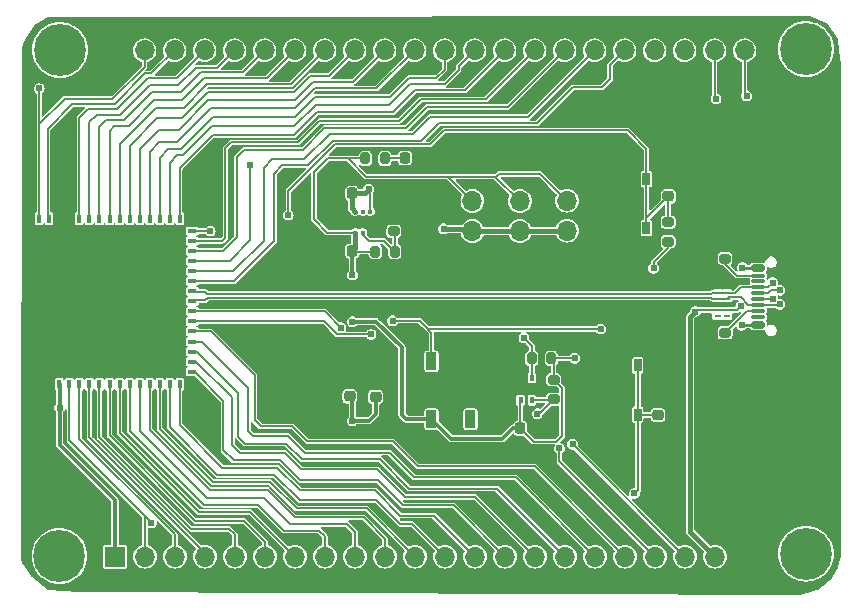
<source format=gbr>
%TF.GenerationSoftware,KiCad,Pcbnew,8.0.8*%
%TF.CreationDate,2025-12-22T10:58:06+04:00*%
%TF.ProjectId,DesignESP32PCB,44657369-676e-4455-9350-33325043422e,rev?*%
%TF.SameCoordinates,Original*%
%TF.FileFunction,Copper,L1,Top*%
%TF.FilePolarity,Positive*%
%FSLAX46Y46*%
G04 Gerber Fmt 4.6, Leading zero omitted, Abs format (unit mm)*
G04 Created by KiCad (PCBNEW 8.0.8) date 2025-12-22 10:58:06*
%MOMM*%
%LPD*%
G01*
G04 APERTURE LIST*
G04 Aperture macros list*
%AMRoundRect*
0 Rectangle with rounded corners*
0 $1 Rounding radius*
0 $2 $3 $4 $5 $6 $7 $8 $9 X,Y pos of 4 corners*
0 Add a 4 corners polygon primitive as box body*
4,1,4,$2,$3,$4,$5,$6,$7,$8,$9,$2,$3,0*
0 Add four circle primitives for the rounded corners*
1,1,$1+$1,$2,$3*
1,1,$1+$1,$4,$5*
1,1,$1+$1,$6,$7*
1,1,$1+$1,$8,$9*
0 Add four rect primitives between the rounded corners*
20,1,$1+$1,$2,$3,$4,$5,0*
20,1,$1+$1,$4,$5,$6,$7,0*
20,1,$1+$1,$6,$7,$8,$9,0*
20,1,$1+$1,$8,$9,$2,$3,0*%
%AMFreePoly0*
4,1,14,0.603536,0.603536,0.605000,0.600000,0.605000,-0.600000,0.603536,-0.603536,0.600000,-0.605000,-0.600000,-0.605000,-0.603536,-0.603536,-0.605000,-0.600000,-0.605000,0.000000,-0.603536,0.003536,-0.003536,0.603536,0.000000,0.605000,0.600000,0.605000,0.603536,0.603536,0.603536,0.603536,$1*%
G04 Aperture macros list end*
%TA.AperFunction,ComponentPad*%
%ADD10R,1.700000X1.700000*%
%TD*%
%TA.AperFunction,ComponentPad*%
%ADD11O,1.700000X1.700000*%
%TD*%
%TA.AperFunction,SMDPad,CuDef*%
%ADD12RoundRect,0.200000X-0.200000X-0.275000X0.200000X-0.275000X0.200000X0.275000X-0.200000X0.275000X0*%
%TD*%
%TA.AperFunction,SMDPad,CuDef*%
%ADD13RoundRect,0.200000X0.275000X-0.200000X0.275000X0.200000X-0.275000X0.200000X-0.275000X-0.200000X0*%
%TD*%
%TA.AperFunction,SMDPad,CuDef*%
%ADD14RoundRect,0.225000X-0.225000X-0.250000X0.225000X-0.250000X0.225000X0.250000X-0.225000X0.250000X0*%
%TD*%
%TA.AperFunction,SMDPad,CuDef*%
%ADD15RoundRect,0.225000X0.250000X-0.225000X0.250000X0.225000X-0.250000X0.225000X-0.250000X-0.225000X0*%
%TD*%
%TA.AperFunction,SMDPad,CuDef*%
%ADD16RoundRect,0.218750X0.218750X0.256250X-0.218750X0.256250X-0.218750X-0.256250X0.218750X-0.256250X0*%
%TD*%
%TA.AperFunction,SMDPad,CuDef*%
%ADD17RoundRect,0.200000X0.200000X0.275000X-0.200000X0.275000X-0.200000X-0.275000X0.200000X-0.275000X0*%
%TD*%
%TA.AperFunction,ComponentPad*%
%ADD18C,0.700000*%
%TD*%
%TA.AperFunction,ComponentPad*%
%ADD19C,4.400000*%
%TD*%
%TA.AperFunction,SMDPad,CuDef*%
%ADD20R,0.625000X0.250000*%
%TD*%
%TA.AperFunction,SMDPad,CuDef*%
%ADD21R,0.700000X0.450000*%
%TD*%
%TA.AperFunction,SMDPad,CuDef*%
%ADD22R,0.575000X0.450000*%
%TD*%
%TA.AperFunction,SMDPad,CuDef*%
%ADD23RoundRect,0.200000X-0.275000X0.200000X-0.275000X-0.200000X0.275000X-0.200000X0.275000X0.200000X0*%
%TD*%
%TA.AperFunction,SMDPad,CuDef*%
%ADD24RoundRect,0.225000X0.225000X0.250000X-0.225000X0.250000X-0.225000X-0.250000X0.225000X-0.250000X0*%
%TD*%
%TA.AperFunction,SMDPad,CuDef*%
%ADD25R,0.650000X1.050000*%
%TD*%
%TA.AperFunction,SMDPad,CuDef*%
%ADD26R,0.400000X0.800000*%
%TD*%
%TA.AperFunction,SMDPad,CuDef*%
%ADD27R,0.800000X0.400000*%
%TD*%
%TA.AperFunction,SMDPad,CuDef*%
%ADD28R,1.200000X1.200000*%
%TD*%
%TA.AperFunction,SMDPad,CuDef*%
%ADD29FreePoly0,90.000000*%
%TD*%
%TA.AperFunction,SMDPad,CuDef*%
%ADD30R,0.800000X0.800000*%
%TD*%
%TA.AperFunction,SMDPad,CuDef*%
%ADD31RoundRect,0.090000X0.360000X-0.660000X0.360000X0.660000X-0.360000X0.660000X-0.360000X-0.660000X0*%
%TD*%
%TA.AperFunction,SMDPad,CuDef*%
%ADD32RoundRect,0.093750X0.106250X-0.093750X0.106250X0.093750X-0.106250X0.093750X-0.106250X-0.093750X0*%
%TD*%
%TA.AperFunction,HeatsinkPad*%
%ADD33R,1.600000X1.000000*%
%TD*%
%TA.AperFunction,SMDPad,CuDef*%
%ADD34R,1.600000X0.700000*%
%TD*%
%TA.AperFunction,SMDPad,CuDef*%
%ADD35R,0.400000X0.600000*%
%TD*%
%TA.AperFunction,HeatsinkPad*%
%ADD36O,1.800000X1.000000*%
%TD*%
%TA.AperFunction,HeatsinkPad*%
%ADD37O,2.100000X1.000000*%
%TD*%
%TA.AperFunction,SMDPad,CuDef*%
%ADD38RoundRect,0.150000X0.425000X-0.150000X0.425000X0.150000X-0.425000X0.150000X-0.425000X-0.150000X0*%
%TD*%
%TA.AperFunction,SMDPad,CuDef*%
%ADD39RoundRect,0.075000X0.500000X-0.075000X0.500000X0.075000X-0.500000X0.075000X-0.500000X-0.075000X0*%
%TD*%
%TA.AperFunction,ViaPad*%
%ADD40C,0.604799*%
%TD*%
%TA.AperFunction,Conductor*%
%ADD41C,0.381000*%
%TD*%
%TA.AperFunction,Conductor*%
%ADD42C,0.152400*%
%TD*%
%TA.AperFunction,Conductor*%
%ADD43C,0.304800*%
%TD*%
%TA.AperFunction,Conductor*%
%ADD44C,0.254000*%
%TD*%
%TA.AperFunction,Conductor*%
%ADD45C,0.203200*%
%TD*%
%TA.AperFunction,Conductor*%
%ADD46C,0.155814*%
%TD*%
%TA.AperFunction,Conductor*%
%ADD47C,0.391160*%
%TD*%
G04 APERTURE END LIST*
D10*
%TO.P,J5,1,Pin_1*%
%TO.N,GND*%
X198621200Y-92223800D03*
D11*
%TO.P,J5,2,Pin_2*%
%TO.N,/5VUSB*%
X198621200Y-89683800D03*
%TO.P,J5,3,Pin_3*%
%TO.N,/3V3*%
X198621200Y-87143800D03*
%TD*%
D10*
%TO.P,J4,1,Pin_1*%
%TO.N,GND*%
X202610800Y-92188000D03*
D11*
%TO.P,J4,2,Pin_2*%
%TO.N,/5VUSB*%
X202610800Y-89648000D03*
%TO.P,J4,3,Pin_3*%
%TO.N,/3V3*%
X202610800Y-87108000D03*
%TD*%
D10*
%TO.P,J2,1,Pin_1*%
%TO.N,GND*%
X194608000Y-92223800D03*
D11*
%TO.P,J2,2,Pin_2*%
%TO.N,/5VUSB*%
X194608000Y-89683800D03*
%TO.P,J2,3,Pin_3*%
%TO.N,/3V3*%
X194608000Y-87143800D03*
%TD*%
D12*
%TO.P,R5,1*%
%TO.N,/I2C_SDA*%
X199636000Y-100451200D03*
%TO.P,R5,2*%
%TO.N,/3V3*%
X201286000Y-100451200D03*
%TD*%
D13*
%TO.P,R4,1*%
%TO.N,/I2C_SCL*%
X201491000Y-103906200D03*
%TO.P,R4,2*%
%TO.N,/3V3*%
X201491000Y-102256200D03*
%TD*%
D14*
%TO.P,C5,1*%
%TO.N,/3V3*%
X198656000Y-106371200D03*
%TO.P,C5,2*%
%TO.N,GND*%
X200206000Y-106371200D03*
%TD*%
D15*
%TO.P,C1,2*%
%TO.N,GND*%
X184226000Y-102135200D03*
%TO.P,C1,1*%
%TO.N,/3V3*%
X184226000Y-103685200D03*
%TD*%
D16*
%TO.P,D2,1,K*%
%TO.N,GND*%
X190492500Y-83500200D03*
%TO.P,D2,2,A*%
%TO.N,Net-(D2-A)*%
X188917500Y-83500200D03*
%TD*%
D12*
%TO.P,R8,1*%
%TO.N,/3V3*%
X185550000Y-83535200D03*
%TO.P,R8,2*%
%TO.N,Net-(D2-A)*%
X187200000Y-83535200D03*
%TD*%
D17*
%TO.P,R6,2*%
%TO.N,/3V3*%
X186395000Y-91435200D03*
%TO.P,R6,1*%
%TO.N,Net-(U3-FB)*%
X188045000Y-91435200D03*
%TD*%
D15*
%TO.P,C4,1*%
%TO.N,/GPIO0*%
X210320000Y-105258200D03*
%TO.P,C4,2*%
%TO.N,GND*%
X210320000Y-103708200D03*
%TD*%
D18*
%TO.P,H2,1*%
%TO.N,N/C*%
X157994200Y-117201400D03*
X158477474Y-116034674D03*
X158477474Y-118368126D03*
X159644200Y-115551400D03*
D19*
X159644200Y-117201400D03*
D18*
X159644200Y-118851400D03*
X160810926Y-116034674D03*
X160810926Y-118368126D03*
X161294200Y-117201400D03*
%TD*%
%TO.P,H4,1*%
%TO.N,N/C*%
X221195000Y-74268200D03*
X221678274Y-73101474D03*
X221678274Y-75434926D03*
X222845000Y-72618200D03*
D19*
X222845000Y-74268200D03*
D18*
X222845000Y-75918200D03*
X224011726Y-73101474D03*
X224011726Y-75434926D03*
X224495000Y-74268200D03*
%TD*%
%TO.P,H1,1*%
%TO.N,N/C*%
X221205400Y-116999000D03*
X221688674Y-115832274D03*
X221688674Y-118165726D03*
X222855400Y-115349000D03*
D19*
X222855400Y-116999000D03*
D18*
X222855400Y-118649000D03*
X224022126Y-115832274D03*
X224022126Y-118165726D03*
X224505400Y-116999000D03*
%TD*%
D20*
%TO.P,U2,1*%
%TO.N,/USB_P*%
X215372500Y-94903200D03*
%TO.P,U2,2*%
%TO.N,/USB_N*%
X215372500Y-95403200D03*
D21*
%TO.P,U2,3,VSS*%
%TO.N,GND*%
X215410000Y-95903200D03*
D20*
%TO.P,U2,4*%
%TO.N,/5VUSB*%
X215372500Y-96403200D03*
%TO.P,U2,5*%
%TO.N,unconnected-(U2-Pad5)*%
X215372500Y-96903200D03*
%TO.P,U2,6,NC*%
%TO.N,unconnected-(U2-NC-Pad6)*%
X216147500Y-96903200D03*
%TO.P,U2,7,NC*%
%TO.N,/5VUSB*%
X216147500Y-96403200D03*
D22*
%TO.P,U2,8,VSS*%
%TO.N,GND*%
X216172500Y-95903200D03*
D20*
%TO.P,U2,9,NC*%
%TO.N,/USB_N*%
X216147500Y-95403200D03*
%TO.P,U2,10,NC*%
%TO.N,/USB_P*%
X216147500Y-94903200D03*
%TD*%
D23*
%TO.P,R2,1*%
%TO.N,Net-(JUSB1-CC1)*%
X216005000Y-98303200D03*
%TO.P,R2,2*%
%TO.N,GND*%
X216005000Y-99953200D03*
%TD*%
D24*
%TO.P,C7,2*%
%TO.N,GND*%
X182875000Y-91365200D03*
%TO.P,C7,1*%
%TO.N,/3V3*%
X184425000Y-91365200D03*
%TD*%
D10*
%TO.P,J1,1,Pin_1*%
%TO.N,/3V3*%
X164345000Y-117250600D03*
D11*
%TO.P,J1,2,Pin_2*%
%TO.N,/GPIO0*%
X166885000Y-117250600D03*
%TO.P,J1,3,Pin_3*%
%TO.N,/GPIO1*%
X169425000Y-117250600D03*
%TO.P,J1,4,Pin_4*%
%TO.N,/GPIO2*%
X171965000Y-117250600D03*
%TO.P,J1,5,Pin_5*%
%TO.N,/GPIO3*%
X174505000Y-117250600D03*
%TO.P,J1,6,Pin_6*%
%TO.N,/GPIO4*%
X177045000Y-117250600D03*
%TO.P,J1,7,Pin_7*%
%TO.N,/GPIO5*%
X179585000Y-117250600D03*
%TO.P,J1,8,Pin_8*%
%TO.N,/GPIO6*%
X182125000Y-117250600D03*
%TO.P,J1,9,Pin_9*%
%TO.N,/GPIO7*%
X184665000Y-117250600D03*
%TO.P,J1,10,Pin_10*%
%TO.N,/GPIO8*%
X187205000Y-117250600D03*
%TO.P,J1,11,Pin_11*%
%TO.N,/GPIO9*%
X189745000Y-117250600D03*
%TO.P,J1,12,Pin_12*%
%TO.N,/GPIO10*%
X192285000Y-117250600D03*
%TO.P,J1,13,Pin_13*%
%TO.N,/GPIO11*%
X194825000Y-117250600D03*
%TO.P,J1,14,Pin_14*%
%TO.N,/GPIO12*%
X197365000Y-117250600D03*
%TO.P,J1,15,Pin_15*%
%TO.N,/GPIO13*%
X199905000Y-117250600D03*
%TO.P,J1,16,Pin_16*%
%TO.N,/GPIO14*%
X202445000Y-117250600D03*
%TO.P,J1,17,Pin_17*%
%TO.N,/GPIO15*%
X204985000Y-117250600D03*
%TO.P,J1,18,Pin_18*%
%TO.N,/GPIO16*%
X207525000Y-117250600D03*
%TO.P,J1,19,Pin_19*%
%TO.N,/I2C_SCL*%
X210065000Y-117250600D03*
%TO.P,J1,20,Pin_20*%
%TO.N,/I2C_SDA*%
X212605000Y-117250600D03*
%TO.P,J1,21,Pin_21*%
%TO.N,/5VUSB*%
X215145000Y-117250600D03*
%TO.P,J1,22,Pin_22*%
%TO.N,GND*%
X217685000Y-117250600D03*
%TD*%
D23*
%TO.P,R7,2*%
%TO.N,Net-(U3-FB)*%
X187950000Y-89700200D03*
%TO.P,R7,1*%
%TO.N,GND*%
X187950000Y-88050200D03*
%TD*%
D25*
%TO.P,RESET1,4,A*%
%TO.N,/ESP32_EN*%
X209339600Y-85284000D03*
%TO.P,RESET1,3,K*%
X209339600Y-89434000D03*
%TO.P,RESET1,2,2*%
%TO.N,GND*%
X207189600Y-85284000D03*
%TO.P,RESET1,1,1*%
X207189600Y-89434000D03*
%TD*%
D23*
%TO.P,R3,2*%
%TO.N,/3V3*%
X211179600Y-90569000D03*
%TO.P,R3,1*%
%TO.N,/ESP32_EN*%
X211179600Y-88919000D03*
%TD*%
D25*
%TO.P,BOOT1,1,1*%
%TO.N,GND*%
X206460000Y-105213200D03*
%TO.P,BOOT1,2,2*%
X206460000Y-101063200D03*
%TO.P,BOOT1,3,K*%
%TO.N,/GPIO0*%
X208610000Y-105213200D03*
%TO.P,BOOT1,4,A*%
X208610000Y-101063200D03*
%TD*%
D26*
%TO.P,U1,1,GND*%
%TO.N,GND*%
X157930000Y-102633200D03*
%TO.P,U1,2,GND*%
X158780000Y-102633200D03*
%TO.P,U1,3,3V3*%
%TO.N,/3V3*%
X159630000Y-102633200D03*
%TO.P,U1,4,IO0*%
%TO.N,/GPIO0*%
X160480000Y-102633200D03*
%TO.P,U1,5,IO1*%
%TO.N,/GPIO1*%
X161330000Y-102633200D03*
%TO.P,U1,6,IO2*%
%TO.N,/GPIO2*%
X162180000Y-102633200D03*
%TO.P,U1,7,IO3*%
%TO.N,/GPIO3*%
X163030000Y-102633200D03*
%TO.P,U1,8,IO4*%
%TO.N,/GPIO4*%
X163880000Y-102633200D03*
%TO.P,U1,9,IO5*%
%TO.N,/GPIO5*%
X164730000Y-102633200D03*
%TO.P,U1,10,IO6*%
%TO.N,/GPIO6*%
X165580000Y-102633200D03*
%TO.P,U1,11,IO7*%
%TO.N,/GPIO7*%
X166430000Y-102633200D03*
%TO.P,U1,12,IO8*%
%TO.N,/GPIO8*%
X167280000Y-102633200D03*
%TO.P,U1,13,IO9*%
%TO.N,/GPIO9*%
X168130000Y-102633200D03*
%TO.P,U1,14,IO10*%
%TO.N,/GPIO10*%
X168980000Y-102633200D03*
%TO.P,U1,15,IO11*%
%TO.N,/GPIO11*%
X169830000Y-102633200D03*
D27*
%TO.P,U1,16,IO12*%
%TO.N,/GPIO12*%
X170880000Y-101583200D03*
%TO.P,U1,17,IO13*%
%TO.N,/GPIO13*%
X170880000Y-100733200D03*
%TO.P,U1,18,IO14*%
%TO.N,/GPIO14*%
X170880000Y-99883200D03*
%TO.P,U1,19,IO15*%
%TO.N,/GPIO15*%
X170880000Y-99033200D03*
%TO.P,U1,20,IO16*%
%TO.N,/GPIO16*%
X170880000Y-98183200D03*
%TO.P,U1,21,IO17*%
%TO.N,/I2C_SCL*%
X170880000Y-97333200D03*
%TO.P,U1,22,IO18*%
%TO.N,/I2C_SDA*%
X170880000Y-96483200D03*
%TO.P,U1,23,IO19*%
%TO.N,/USB_N*%
X170880000Y-95633200D03*
%TO.P,U1,24,IO20*%
%TO.N,/USB_P*%
X170880000Y-94783200D03*
%TO.P,U1,25,IO21*%
%TO.N,/GPIO21*%
X170880000Y-93933200D03*
%TO.P,U1,26,IO26*%
%TO.N,/GPIO26*%
X170880000Y-93083200D03*
%TO.P,U1,27,IO47*%
%TO.N,/GPIO47*%
X170880000Y-92233200D03*
%TO.P,U1,28,IO33*%
%TO.N,/GPIO33*%
X170880000Y-91383200D03*
%TO.P,U1,29,IO34*%
%TO.N,/GPIO34*%
X170880000Y-90533200D03*
%TO.P,U1,30,IO48*%
%TO.N,/GPIO48*%
X170880000Y-89683200D03*
D26*
%TO.P,U1,31,IO35*%
%TO.N,/GPIO35*%
X169830000Y-88633200D03*
%TO.P,U1,32,IO36*%
%TO.N,/GPIO36*%
X168980000Y-88633200D03*
%TO.P,U1,33,IO37*%
%TO.N,/GPIO37*%
X168130000Y-88633200D03*
%TO.P,U1,34,IO38*%
%TO.N,/GPIO38*%
X167280000Y-88633200D03*
%TO.P,U1,35,IO39*%
%TO.N,/GPIO39*%
X166430000Y-88633200D03*
%TO.P,U1,36,IO40*%
%TO.N,/GPIO40*%
X165580000Y-88633200D03*
%TO.P,U1,37,IO41*%
%TO.N,/GPIO41*%
X164730000Y-88633200D03*
%TO.P,U1,38,IO42*%
%TO.N,/GPIO42*%
X163880000Y-88633200D03*
%TO.P,U1,39,TXD0*%
%TO.N,/TXD*%
X163030000Y-88633200D03*
%TO.P,U1,40,RXD0*%
%TO.N,/RXD*%
X162180000Y-88633200D03*
%TO.P,U1,41,IO45*%
%TO.N,/GPIO45*%
X161330000Y-88633200D03*
%TO.P,U1,42,GND*%
%TO.N,GND*%
X160480000Y-88633200D03*
%TO.P,U1,43,GND*%
X159630000Y-88633200D03*
%TO.P,U1,44,IO46*%
%TO.N,/GPIO46*%
X158780000Y-88633200D03*
%TO.P,U1,45,EN*%
%TO.N,/ESP32_EN*%
X157930000Y-88633200D03*
D27*
%TO.P,U1,46,GND*%
%TO.N,GND*%
X156880000Y-89683200D03*
%TO.P,U1,47,GND*%
X156880000Y-90533200D03*
%TO.P,U1,48,GND*%
X156880000Y-91383200D03*
%TO.P,U1,49,GND*%
X156880000Y-92233200D03*
%TO.P,U1,50,GND*%
X156880000Y-93083200D03*
%TO.P,U1,51,GND*%
X156880000Y-93933200D03*
%TO.P,U1,52,GND*%
X156880000Y-94783200D03*
%TO.P,U1,53,GND*%
X156880000Y-95633200D03*
%TO.P,U1,54,GND*%
X156880000Y-96483200D03*
%TO.P,U1,55,GND*%
X156880000Y-97333200D03*
%TO.P,U1,56,GND*%
X156880000Y-98183200D03*
%TO.P,U1,57,GND*%
X156880000Y-99033200D03*
%TO.P,U1,58,GND*%
X156880000Y-99883200D03*
%TO.P,U1,59,GND*%
X156880000Y-100733200D03*
%TO.P,U1,60,GND*%
X156880000Y-101583200D03*
D28*
%TO.P,U1,61,GND*%
X163880000Y-95633200D03*
D29*
%TO.P,U1,61_1,GND*%
X162230000Y-97283200D03*
D28*
%TO.P,U1,61_2,GND*%
X162230000Y-95633200D03*
%TO.P,U1,61_3,GND*%
X162230000Y-93983200D03*
%TO.P,U1,61_4,GND*%
X163880000Y-93983200D03*
%TO.P,U1,61_5,GND*%
X165530000Y-93983200D03*
%TO.P,U1,61_6,GND*%
X165530000Y-95633200D03*
%TO.P,U1,61_7,GND*%
X165530000Y-97283200D03*
%TO.P,U1,61_8,GND*%
X163880000Y-97283200D03*
D30*
%TO.P,U1,62,GND*%
X156880000Y-102633200D03*
%TO.P,U1,63,GND*%
X170880000Y-102633200D03*
%TO.P,U1,64,GND*%
X170880000Y-88633200D03*
%TO.P,U1,65,GND*%
X156880000Y-88633200D03*
%TD*%
D18*
%TO.P,H3,1*%
%TO.N,N/C*%
X161345000Y-74345000D03*
X160861726Y-75511726D03*
X160861726Y-73178274D03*
X159695000Y-75995000D03*
D19*
X159695000Y-74345000D03*
D18*
X159695000Y-72695000D03*
X158528274Y-75511726D03*
X158528274Y-73178274D03*
X158045000Y-74345000D03*
%TD*%
D10*
%TO.P,J3,1,Pin_1*%
%TO.N,GND*%
X164305000Y-74385000D03*
D11*
%TO.P,J3,2,Pin_2*%
%TO.N,/ESP32_EN*%
X166845000Y-74385000D03*
%TO.P,J3,3,Pin_3*%
%TO.N,/GPIO46*%
X169385000Y-74385000D03*
%TO.P,J3,4,Pin_4*%
%TO.N,/GPIO45*%
X171925000Y-74385000D03*
%TO.P,J3,5,Pin_5*%
%TO.N,/RXD*%
X174465000Y-74385000D03*
%TO.P,J3,6,Pin_6*%
%TO.N,/TXD*%
X177005000Y-74385000D03*
%TO.P,J3,7,Pin_7*%
%TO.N,/GPIO42*%
X179545000Y-74385000D03*
%TO.P,J3,8,Pin_8*%
%TO.N,/GPIO41*%
X182085000Y-74385000D03*
%TO.P,J3,9,Pin_9*%
%TO.N,/GPIO40*%
X184625000Y-74385000D03*
%TO.P,J3,10,Pin_10*%
%TO.N,/GPIO39*%
X187165000Y-74385000D03*
%TO.P,J3,11,Pin_11*%
%TO.N,/GPIO38*%
X189705000Y-74385000D03*
%TO.P,J3,12,Pin_12*%
%TO.N,/GPIO37*%
X192245000Y-74385000D03*
%TO.P,J3,13,Pin_13*%
%TO.N,/GPIO36*%
X194785000Y-74385000D03*
%TO.P,J3,14,Pin_14*%
%TO.N,/GPIO35*%
X197325000Y-74385000D03*
%TO.P,J3,15,Pin_15*%
%TO.N,/GPIO34*%
X199865000Y-74385000D03*
%TO.P,J3,16,Pin_16*%
%TO.N,/GPIO33*%
X202405000Y-74385000D03*
%TO.P,J3,17,Pin_17*%
%TO.N,/GPIO26*%
X204945000Y-74385000D03*
%TO.P,J3,18,Pin_18*%
%TO.N,/GPIO21*%
X207485000Y-74385000D03*
%TO.P,J3,19,Pin_19*%
%TO.N,unconnected-(J3-Pin_19-Pad19)*%
X210025000Y-74385000D03*
%TO.P,J3,20,Pin_20*%
%TO.N,unconnected-(J3-Pin_20-Pad20)*%
X212565000Y-74385000D03*
%TO.P,J3,21,Pin_21*%
%TO.N,/GPIO48*%
X215105000Y-74385000D03*
%TO.P,J3,22,Pin_22*%
%TO.N,/GPIO47*%
X217645000Y-74385000D03*
%TD*%
D15*
%TO.P,C3,2*%
%TO.N,GND*%
X211189600Y-85199000D03*
%TO.P,C3,1*%
%TO.N,/ESP32_EN*%
X211189600Y-86749000D03*
%TD*%
D24*
%TO.P,C6,2*%
%TO.N,GND*%
X182855000Y-86475200D03*
%TO.P,C6,1*%
%TO.N,/5VUSB*%
X184405000Y-86475200D03*
%TD*%
D31*
%TO.P,D1,1,VDD*%
%TO.N,/3V3*%
X191141000Y-105603200D03*
%TO.P,D1,2,DOUT*%
%TO.N,unconnected-(D1-DOUT-Pad2)*%
X194441000Y-105603200D03*
%TO.P,D1,3,VSS*%
%TO.N,GND*%
X194441000Y-100703200D03*
%TO.P,D1,4,DIN*%
%TO.N,/GPIO48*%
X191141000Y-100703200D03*
%TD*%
D32*
%TO.P,U3,1,OUT*%
%TO.N,/3V3*%
X184670000Y-89802700D03*
%TO.P,U3,2,FB*%
%TO.N,Net-(U3-FB)*%
X185320000Y-89802700D03*
%TO.P,U3,3,GND*%
%TO.N,GND*%
X185970000Y-89802700D03*
%TO.P,U3,4,EN*%
%TO.N,/5VUSB*%
X185970000Y-88027700D03*
%TO.P,U3,5,DNC*%
%TO.N,unconnected-(U3-DNC-Pad5)*%
X185320000Y-88027700D03*
%TO.P,U3,6,IN*%
%TO.N,/5VUSB*%
X184670000Y-88027700D03*
D33*
%TO.P,U3,7,GND*%
%TO.N,GND*%
X185320000Y-88915200D03*
%TD*%
D13*
%TO.P,R1,2*%
%TO.N,GND*%
X215995000Y-90363200D03*
%TO.P,R1,1*%
%TO.N,Net-(JUSB1-CC2)*%
X215995000Y-92013200D03*
%TD*%
D34*
%TO.P,U4,5,GND*%
%TO.N,GND*%
X199156000Y-103051200D03*
D35*
%TO.P,U4,4,GND*%
X198681000Y-102101200D03*
%TO.P,U4,3,SDA*%
%TO.N,/I2C_SDA*%
X199631000Y-102101200D03*
%TO.P,U4,2,SCL*%
%TO.N,/I2C_SCL*%
X199631000Y-104001200D03*
%TO.P,U4,1,VDD*%
%TO.N,/3V3*%
X198681000Y-104001200D03*
%TD*%
D36*
%TO.P,JUSB1,S1,SHIELD*%
%TO.N,GND*%
X223570000Y-90878200D03*
D37*
X219390000Y-90878200D03*
D36*
X223570000Y-99518200D03*
D37*
X219390000Y-99518200D03*
D38*
%TO.P,JUSB1,B12,GND*%
X218815000Y-98398200D03*
%TO.P,JUSB1,B9,VBUS*%
%TO.N,/5VUSB*%
X218815000Y-97598200D03*
D39*
%TO.P,JUSB1,B8,SBU2*%
%TO.N,unconnected-(JUSB1-SBU2-PadB8)*%
X218815000Y-96948200D03*
%TO.P,JUSB1,B7,D-*%
%TO.N,/USB_N*%
X218815000Y-95948200D03*
%TO.P,JUSB1,B6,D+*%
%TO.N,/USB_P*%
X218815000Y-94448200D03*
%TO.P,JUSB1,B5,CC2*%
%TO.N,Net-(JUSB1-CC2)*%
X218815000Y-93448200D03*
D38*
%TO.P,JUSB1,B4,VBUS*%
%TO.N,/5VUSB*%
X218815000Y-92798200D03*
%TO.P,JUSB1,B1,GND*%
%TO.N,GND*%
X218815000Y-91998200D03*
%TO.P,JUSB1,A12,GND*%
X218815000Y-91998200D03*
%TO.P,JUSB1,A9,VBUS*%
%TO.N,/5VUSB*%
X218815000Y-92798200D03*
D39*
%TO.P,JUSB1,A8,SBU1*%
%TO.N,unconnected-(JUSB1-SBU1-PadA8)*%
X218815000Y-93948200D03*
%TO.P,JUSB1,A7,D-*%
%TO.N,/USB_N*%
X218815000Y-94948200D03*
%TO.P,JUSB1,A6,D+*%
%TO.N,/USB_P*%
X218815000Y-95448200D03*
%TO.P,JUSB1,A5,CC1*%
%TO.N,Net-(JUSB1-CC1)*%
X218815000Y-96448200D03*
D38*
%TO.P,JUSB1,A4,VBUS*%
%TO.N,/5VUSB*%
X218815000Y-97598200D03*
%TO.P,JUSB1,A1,GND*%
%TO.N,GND*%
X218815000Y-98398200D03*
%TD*%
D15*
%TO.P,C2,1*%
%TO.N,/3V3*%
X186420000Y-103715200D03*
%TO.P,C2,2*%
%TO.N,GND*%
X186420000Y-102165200D03*
%TD*%
D40*
%TO.N,GND*%
X196640000Y-92289600D03*
X200602400Y-92289600D03*
%TO.N,/5VUSB*%
X192169600Y-89495600D03*
%TO.N,GND*%
X192728400Y-92238800D03*
X162197600Y-98842800D03*
X163772400Y-98995200D03*
X165499600Y-99198400D03*
X166922000Y-97268000D03*
X167023600Y-95642400D03*
X167023600Y-94016800D03*
X165601200Y-92188000D03*
X163874000Y-92188000D03*
X162197600Y-92238800D03*
X160673600Y-94067600D03*
X160622800Y-95642400D03*
X160572000Y-97268000D03*
%TO.N,/ESP32_EN*%
X157930400Y-77608400D03*
X179012400Y-88327200D03*
%TO.N,/GPIO0*%
X167430000Y-114387600D03*
X208324000Y-111898400D03*
%TO.N,GND*%
X223056000Y-100671600D03*
X220058800Y-100671600D03*
X218890400Y-100671600D03*
X224072000Y-89648000D03*
X222954400Y-89597200D03*
X219804800Y-89292400D03*
X218585600Y-89292400D03*
X217671200Y-114692400D03*
X164229600Y-76541600D03*
X170884400Y-104075200D03*
X170884400Y-87311200D03*
X158032000Y-89698800D03*
X158032000Y-90511600D03*
X158032000Y-91375200D03*
X158082800Y-92289600D03*
X158082800Y-93153200D03*
X158032000Y-93966000D03*
X158032000Y-94829600D03*
X158032000Y-95642400D03*
X158032000Y-96506000D03*
X158032000Y-97268000D03*
X158032000Y-98131600D03*
X157981200Y-98944400D03*
X157981200Y-99808000D03*
X157930400Y-100722400D03*
X157930400Y-101586000D03*
X160521200Y-87514400D03*
X159606800Y-87514400D03*
X158844800Y-103567200D03*
X157981200Y-103567200D03*
%TO.N,/GPIO47*%
X217823600Y-78218000D03*
X175812000Y-84110800D03*
%TO.N,/I2C_SDA*%
X203091600Y-107732800D03*
%TO.N,/I2C_SCL*%
X201974000Y-108088400D03*
%TO.N,/3V3*%
X159657600Y-104634000D03*
%TO.N,/I2C_SCL*%
X200094400Y-105142000D03*
X186022800Y-98436400D03*
%TO.N,/I2C_SDA*%
X198976800Y-98741200D03*
X183482800Y-97877600D03*
%TO.N,/GPIO48*%
X187851600Y-97268000D03*
X172408400Y-89683200D03*
%TO.N,GND*%
X217417200Y-91984800D03*
X217366400Y-98588800D03*
X191915600Y-83501200D03*
X207206400Y-90714800D03*
X206901600Y-83958400D03*
X206495200Y-99655600D03*
X206444400Y-106767600D03*
X201313600Y-106361200D03*
X186886400Y-88784400D03*
X186886400Y-89749600D03*
X188004000Y-87006400D03*
X181755600Y-91375200D03*
X181755600Y-86498400D03*
X182924000Y-101738400D03*
X198672000Y-100773200D03*
X194455600Y-98893600D03*
X186429200Y-100722400D03*
%TO.N,/3V3*%
X203270000Y-100453200D03*
X209949600Y-92823000D03*
X184448000Y-97348887D03*
X184448000Y-105726200D03*
X184448000Y-93407200D03*
%TO.N,/5VUSB*%
X185819600Y-86142800D03*
X217333443Y-96058004D03*
X213492900Y-96493300D03*
X217402038Y-97653109D03*
X217468000Y-92772200D03*
%TO.N,GND*%
X212489600Y-85203000D03*
X214547000Y-90359200D03*
X214674000Y-99884200D03*
X210356000Y-102043200D03*
%TO.N,/USB_N*%
X220632602Y-95891702D03*
X220640000Y-94693200D03*
%TO.N,/USB_P*%
X220030000Y-94043200D03*
X220030000Y-95433200D03*
%TO.N,/GPIO48*%
X205479200Y-97979200D03*
X215232800Y-78472000D03*
%TD*%
D41*
%TO.N,/5VUSB*%
X200411400Y-89648000D02*
X202610800Y-89648000D01*
X198621200Y-89683800D02*
X200375600Y-89683800D01*
D42*
%TO.N,/3V3*%
X196858200Y-84857800D02*
X200360600Y-84857800D01*
D41*
%TO.N,/5VUSB*%
X200375600Y-89683800D02*
X200411400Y-89648000D01*
D42*
%TO.N,/3V3*%
X196640000Y-85076000D02*
X196858200Y-84857800D01*
X196553400Y-85076000D02*
X196640000Y-85076000D01*
X200360600Y-84857800D02*
X202610800Y-87108000D01*
X192540200Y-85076000D02*
X196553400Y-85076000D01*
X196553400Y-85076000D02*
X198621200Y-87143800D01*
X185582400Y-85076000D02*
X192540200Y-85076000D01*
X192540200Y-85076000D02*
X194608000Y-87143800D01*
D41*
%TO.N,/5VUSB*%
X194608000Y-89683800D02*
X198621200Y-89683800D01*
X192169600Y-89495600D02*
X194419800Y-89495600D01*
X194419800Y-89495600D02*
X194608000Y-89683800D01*
D42*
%TO.N,/ESP32_EN*%
X179012400Y-88327200D02*
X179012400Y-86295200D01*
X207765200Y-81164400D02*
X209340000Y-82739200D01*
X209339600Y-83095200D02*
X209339600Y-85284000D01*
X192220400Y-81164400D02*
X207765200Y-81164400D01*
X179012400Y-86295200D02*
X182977086Y-82330514D01*
X182977086Y-82330514D02*
X191054286Y-82330514D01*
X191054286Y-82330514D02*
X192220400Y-81164400D01*
X209340000Y-82739200D02*
X209340000Y-83094800D01*
X209340000Y-83094800D02*
X209339600Y-83095200D01*
%TO.N,/3V3*%
X184041600Y-83535200D02*
X185582400Y-85076000D01*
X185550000Y-83535200D02*
X184041600Y-83535200D01*
X184041600Y-83535200D02*
X182382000Y-83535200D01*
%TO.N,/GPIO47*%
X174039600Y-92233200D02*
X170880000Y-92233200D01*
X175812000Y-84110800D02*
X175812000Y-90460800D01*
X175812000Y-90460800D02*
X174039600Y-92233200D01*
%TO.N,GND*%
X206901600Y-83958400D02*
X207189600Y-84246400D01*
X207189600Y-84246400D02*
X207189600Y-85284000D01*
%TO.N,/GPIO48*%
X215232800Y-78472000D02*
X215105000Y-78344200D01*
X215105000Y-78344200D02*
X215105000Y-74385000D01*
D43*
%TO.N,/3V3*%
X188639000Y-99528600D02*
X188639000Y-105218200D01*
X184448000Y-97348887D02*
X186459287Y-97348887D01*
X186459287Y-97348887D02*
X188639000Y-99528600D01*
X188639000Y-105218200D02*
X189024000Y-105603200D01*
X189024000Y-105603200D02*
X191141000Y-105603200D01*
D42*
%TO.N,/GPIO48*%
X190137600Y-97268000D02*
X190544000Y-97674400D01*
X187851600Y-97268000D02*
X190137600Y-97268000D01*
D43*
%TO.N,/3V3*%
X185845000Y-105726200D02*
X186420000Y-105151200D01*
X184425000Y-91365200D02*
X184425000Y-93384200D01*
X184425000Y-93384200D02*
X184448000Y-93407200D01*
D42*
%TO.N,/5VUSB*%
X185970000Y-88027700D02*
X185970000Y-86293200D01*
X185970000Y-86293200D02*
X185819600Y-86142800D01*
D44*
%TO.N,GND*%
X217366400Y-98588800D02*
X217569600Y-98385600D01*
X217569600Y-98385600D02*
X218802400Y-98385600D01*
D41*
%TO.N,/5VUSB*%
X184405000Y-86475200D02*
X184405000Y-87762700D01*
X184405000Y-87762700D02*
X184670000Y-88027700D01*
D42*
%TO.N,/ESP32_EN*%
X157930400Y-80656400D02*
X157930000Y-80656800D01*
X157930400Y-77608400D02*
X157930400Y-80656400D01*
%TO.N,/GPIO0*%
X167430000Y-114387600D02*
X167430000Y-114336800D01*
X167430000Y-114336800D02*
X166885000Y-113791800D01*
X208610000Y-111612400D02*
X208324000Y-111898400D01*
X208610000Y-105213200D02*
X208610000Y-111612400D01*
%TO.N,/GPIO48*%
X190544000Y-97674400D02*
X191141000Y-98271400D01*
X205479200Y-97979200D02*
X190848800Y-97979200D01*
X190848800Y-97979200D02*
X190544000Y-97674400D01*
%TO.N,/GPIO47*%
X217823600Y-78218000D02*
X217645000Y-78039400D01*
X217645000Y-78039400D02*
X217645000Y-74385000D01*
%TO.N,/GPIO21*%
X177793200Y-84822000D02*
X178504400Y-84110800D01*
X203142400Y-77506800D02*
X205580800Y-77506800D01*
X178504400Y-84110800D02*
X180688800Y-84110800D01*
X180688800Y-84110800D02*
X182771600Y-82028000D01*
X177793200Y-90562400D02*
X177793200Y-84822000D01*
X206241200Y-76846400D02*
X206241200Y-75628800D01*
X182771600Y-82028000D02*
X190290000Y-82028000D01*
X200094400Y-80554800D02*
X203142400Y-77506800D01*
X190290000Y-82028000D02*
X191763200Y-80554800D01*
X174422400Y-93933200D02*
X177793200Y-90562400D01*
X191763200Y-80554800D02*
X200094400Y-80554800D01*
X170880000Y-93933200D02*
X174422400Y-93933200D01*
X205580800Y-77506800D02*
X206241200Y-76846400D01*
X206241200Y-75628800D02*
X207485000Y-74385000D01*
%TO.N,/GPIO26*%
X182517600Y-81469200D02*
X189578800Y-81469200D01*
X170880000Y-93083200D02*
X174358000Y-93083200D01*
X199334000Y-79996000D02*
X204945000Y-74385000D01*
X176929600Y-90511600D02*
X176929600Y-84314000D01*
X176929600Y-84314000D02*
X177640800Y-83602800D01*
X191052000Y-79996000D02*
X199334000Y-79996000D01*
X174358000Y-93083200D02*
X176929600Y-90511600D01*
X177640800Y-83602800D02*
X180384000Y-83602800D01*
X189578800Y-81469200D02*
X191052000Y-79996000D01*
X180384000Y-83602800D02*
X182517600Y-81469200D01*
%TO.N,/GPIO34*%
X170880000Y-90533200D02*
X173402800Y-90533200D01*
X174186400Y-82180400D02*
X179825200Y-82180400D01*
X173402800Y-90533200D02*
X173678400Y-90257600D01*
X195727200Y-78522800D02*
X199865000Y-74385000D01*
X173678400Y-90257600D02*
X173678400Y-82688400D01*
X173678400Y-82688400D02*
X174186400Y-82180400D01*
X179825200Y-82180400D02*
X181654000Y-80351600D01*
X190239200Y-78522800D02*
X195727200Y-78522800D01*
X181654000Y-80351600D02*
X188410400Y-80351600D01*
X188410400Y-80351600D02*
X190239200Y-78522800D01*
%TO.N,/GPIO33*%
X170880000Y-91383200D02*
X173467200Y-91383200D01*
X197606800Y-79183200D02*
X202405000Y-74385000D01*
X175304000Y-82790000D02*
X180231600Y-82790000D01*
X173467200Y-91383200D02*
X174643600Y-90206800D01*
X190747200Y-79183200D02*
X197606800Y-79183200D01*
X174643600Y-90206800D02*
X174643600Y-83450400D01*
X174643600Y-83450400D02*
X175304000Y-82790000D01*
X180231600Y-82790000D02*
X182060400Y-80961200D01*
X188969200Y-80961200D02*
X190747200Y-79183200D01*
X182060400Y-80961200D02*
X188969200Y-80961200D01*
%TO.N,/GPIO48*%
X191141000Y-98271400D02*
X191141000Y-100703200D01*
%TO.N,/GPIO35*%
X169830000Y-88633200D02*
X169830000Y-84352400D01*
X169830000Y-84352400D02*
X172611600Y-81570800D01*
X172611600Y-81570800D02*
X179520400Y-81570800D01*
X179520400Y-81570800D02*
X181450800Y-79640400D01*
X181450800Y-79640400D02*
X187902400Y-79640400D01*
X187902400Y-79640400D02*
X189782000Y-77760800D01*
X189782000Y-77760800D02*
X193949200Y-77760800D01*
X193949200Y-77760800D02*
X197325000Y-74385000D01*
%TO.N,/GPIO36*%
X168980000Y-88633200D02*
X168980000Y-83881600D01*
X189324800Y-77202000D02*
X192271200Y-77202000D01*
X168980000Y-83881600D02*
X169614400Y-83247200D01*
X169614400Y-83247200D02*
X170122400Y-83247200D01*
X170122400Y-83247200D02*
X172560800Y-80808800D01*
X181349200Y-78980000D02*
X187546800Y-78980000D01*
X172560800Y-80808800D02*
X179520400Y-80808800D01*
X193439600Y-76033600D02*
X193439600Y-75730400D01*
X179520400Y-80808800D02*
X181349200Y-78980000D01*
X187546800Y-78980000D02*
X189324800Y-77202000D01*
X192271200Y-77202000D02*
X193439600Y-76033600D01*
X193439600Y-75730400D02*
X194785000Y-74385000D01*
%TO.N,/GPIO46*%
X158780000Y-88633200D02*
X158641600Y-88494800D01*
X158641600Y-88494800D02*
X158641600Y-81012000D01*
X158641600Y-81012000D02*
X160724400Y-78929200D01*
X160724400Y-78929200D02*
X164331200Y-78929200D01*
X164331200Y-78929200D02*
X166922000Y-76338400D01*
X166922000Y-76338400D02*
X167431600Y-76338400D01*
X167431600Y-76338400D02*
X169385000Y-74385000D01*
%TO.N,/GPIO37*%
X172611600Y-80046800D02*
X179571200Y-80046800D01*
X168130000Y-83461600D02*
X168852400Y-82739200D01*
X168852400Y-82739200D02*
X169919200Y-82739200D01*
X168130000Y-88633200D02*
X168130000Y-83461600D01*
X169919200Y-82739200D02*
X172611600Y-80046800D01*
X179571200Y-80046800D02*
X181298400Y-78319600D01*
X181298400Y-78319600D02*
X187648400Y-78319600D01*
X187648400Y-78319600D02*
X189274000Y-76694000D01*
X189274000Y-76694000D02*
X191560000Y-76694000D01*
X191560000Y-76694000D02*
X192245000Y-76009000D01*
X192245000Y-76009000D02*
X192245000Y-74385000D01*
%TO.N,/GPIO41*%
X164730000Y-88633200D02*
X164730000Y-82289600D01*
X172154400Y-77252800D02*
X179217200Y-77252800D01*
X164730000Y-82289600D02*
X167785600Y-79234000D01*
X167785600Y-79234000D02*
X170173200Y-79234000D01*
X170173200Y-79234000D02*
X172154400Y-77252800D01*
X179217200Y-77252800D02*
X182085000Y-74385000D01*
%TO.N,/GPIO38*%
X167280000Y-88633200D02*
X167280000Y-82990800D01*
X179571200Y-79284800D02*
X181247600Y-77608400D01*
X172459200Y-79284800D02*
X179571200Y-79284800D01*
X167280000Y-82990800D02*
X168090400Y-82180400D01*
X189703400Y-74385000D02*
X189705000Y-74385000D01*
X169563600Y-82180400D02*
X172459200Y-79284800D01*
X168090400Y-82180400D02*
X169563600Y-82180400D01*
X181247600Y-77608400D02*
X186480000Y-77608400D01*
X186480000Y-77608400D02*
X189703400Y-74385000D01*
%TO.N,/GPIO39*%
X169766800Y-81113600D02*
X172256000Y-78624400D01*
X172256000Y-78624400D02*
X179571200Y-78624400D01*
X166430000Y-82723200D02*
X168039600Y-81113600D01*
X166430000Y-88633200D02*
X166430000Y-82723200D01*
X179571200Y-78624400D02*
X181146000Y-77049600D01*
X181146000Y-77049600D02*
X184500400Y-77049600D01*
X168039600Y-81113600D02*
X169766800Y-81113600D01*
X184500400Y-77049600D02*
X187165000Y-74385000D01*
%TO.N,/GPIO40*%
X179469600Y-77913200D02*
X180841200Y-76541600D01*
X182468400Y-76541600D02*
X184625000Y-74385000D01*
X165580000Y-82455600D02*
X167938000Y-80097600D01*
X170020800Y-80097600D02*
X172205200Y-77913200D01*
X172205200Y-77913200D02*
X179469600Y-77913200D01*
X165580000Y-88633200D02*
X165580000Y-82455600D01*
X167938000Y-80097600D02*
X170020800Y-80097600D01*
X180841200Y-76541600D02*
X182468400Y-76541600D01*
%TO.N,/GPIO42*%
X167684000Y-78624400D02*
X170020800Y-78624400D01*
X163880000Y-81209200D02*
X164280400Y-80808800D01*
X170020800Y-78624400D02*
X171900400Y-76744800D01*
X163880000Y-88633200D02*
X163880000Y-81209200D01*
X164280400Y-80808800D02*
X165499600Y-80808800D01*
X165499600Y-80808800D02*
X167684000Y-78624400D01*
X171900400Y-76744800D02*
X177185200Y-76744800D01*
X177185200Y-76744800D02*
X179545000Y-74385000D01*
%TO.N,/TXD*%
X163030000Y-88633200D02*
X163030000Y-80840000D01*
X163030000Y-80840000D02*
X163569200Y-80300800D01*
X163569200Y-80300800D02*
X165093200Y-80300800D01*
X169970000Y-77913200D02*
X171646400Y-76236800D01*
X165093200Y-80300800D02*
X167480800Y-77913200D01*
X167480800Y-77913200D02*
X169970000Y-77913200D01*
X171646400Y-76236800D02*
X175153200Y-76236800D01*
X175153200Y-76236800D02*
X177005000Y-74385000D01*
%TO.N,/RXD*%
X162180000Y-88633200D02*
X162180000Y-80470800D01*
X162180000Y-80470800D02*
X162807200Y-79843600D01*
X162807200Y-79843600D02*
X164788400Y-79843600D01*
X164788400Y-79843600D02*
X167277600Y-77354400D01*
X167277600Y-77354400D02*
X169716000Y-77354400D01*
X169716000Y-77354400D02*
X171189200Y-75881200D01*
X171189200Y-75881200D02*
X172968800Y-75881200D01*
X172968800Y-75881200D02*
X174465000Y-74385000D01*
%TO.N,/GPIO45*%
X161330000Y-88633200D02*
X161330000Y-80101600D01*
X161330000Y-80101600D02*
X162045200Y-79386400D01*
X162045200Y-79386400D02*
X164534400Y-79386400D01*
X164534400Y-79386400D02*
X167176000Y-76744800D01*
X167176000Y-76744800D02*
X169565200Y-76744800D01*
X169565200Y-76744800D02*
X171925000Y-74385000D01*
%TO.N,/ESP32_EN*%
X157930000Y-88633200D02*
X157930000Y-80656800D01*
X157930000Y-80656800D02*
X160114800Y-78472000D01*
X160114800Y-78472000D02*
X164128000Y-78472000D01*
X164128000Y-78472000D02*
X166845000Y-75755000D01*
X166845000Y-75755000D02*
X166845000Y-74385000D01*
D41*
%TO.N,/5VUSB*%
X213023000Y-96963200D02*
X213023000Y-115128600D01*
X213492900Y-96493300D02*
X213023000Y-96963200D01*
D45*
X213492900Y-96493300D02*
X213583000Y-96403200D01*
D41*
X213023000Y-115128600D02*
X215145000Y-117250600D01*
D45*
X213583000Y-96403200D02*
X215372500Y-96403200D01*
D42*
%TO.N,/I2C_SDA*%
X203091600Y-107737200D02*
X212605000Y-117250600D01*
X203091600Y-107732800D02*
X203091600Y-107737200D01*
%TO.N,/I2C_SCL*%
X201974000Y-109159600D02*
X201974000Y-108088400D01*
X210065000Y-117250600D02*
X201974000Y-109159600D01*
%TO.N,/GPIO16*%
X189985200Y-109612400D02*
X187851600Y-107478800D01*
X199886800Y-109612400D02*
X189985200Y-109612400D01*
X187851600Y-107478800D02*
X180638000Y-107478800D01*
X180638000Y-107478800D02*
X179368000Y-106208800D01*
X207525000Y-117250600D02*
X199886800Y-109612400D01*
X172460000Y-98183200D02*
X170880000Y-98183200D01*
X179368000Y-106208800D02*
X176675600Y-106208800D01*
X176675600Y-106208800D02*
X176167600Y-105700800D01*
X176167600Y-105700800D02*
X176167600Y-101890800D01*
X176167600Y-101890800D02*
X172460000Y-98183200D01*
%TO.N,/GPIO15*%
X170880000Y-99033200D02*
X171684400Y-99033200D01*
X171684400Y-99033200D02*
X175608800Y-102957600D01*
X179012400Y-107021600D02*
X180434800Y-108444000D01*
X175608800Y-102957600D02*
X175608800Y-106615200D01*
X175608800Y-106615200D02*
X176015200Y-107021600D01*
X176015200Y-107021600D02*
X179012400Y-107021600D01*
X187597600Y-108444000D02*
X189680400Y-110526800D01*
X180434800Y-108444000D02*
X187597600Y-108444000D01*
X189680400Y-110526800D02*
X198261200Y-110526800D01*
X198261200Y-110526800D02*
X204985000Y-117250600D01*
%TO.N,/GPIO14*%
X170880000Y-99883200D02*
X171264400Y-99883200D01*
X196686400Y-111492000D02*
X202445000Y-117250600D01*
X171264400Y-99883200D02*
X174796000Y-103414800D01*
X174796000Y-103414800D02*
X174796000Y-107123200D01*
X174796000Y-107123200D02*
X175354800Y-107682000D01*
X175354800Y-107682000D02*
X178860000Y-107682000D01*
X178860000Y-107682000D02*
X180180800Y-109002800D01*
X180180800Y-109002800D02*
X186784800Y-109002800D01*
X186784800Y-109002800D02*
X189274000Y-111492000D01*
X189274000Y-111492000D02*
X196686400Y-111492000D01*
%TO.N,/GPIO11*%
X169830000Y-102633200D02*
X169830000Y-106119600D01*
X169830000Y-106119600D02*
X173424400Y-109714000D01*
X173424400Y-109714000D02*
X178098000Y-109714000D01*
X178098000Y-109714000D02*
X180028400Y-111644400D01*
X180028400Y-111644400D02*
X186378400Y-111644400D01*
X186378400Y-111644400D02*
X188512000Y-113778000D01*
X188512000Y-113778000D02*
X191352400Y-113778000D01*
X191352400Y-113778000D02*
X194825000Y-117250600D01*
%TO.N,/GPIO13*%
X170880000Y-100733200D02*
X171200000Y-100733200D01*
X171200000Y-100733200D02*
X174237200Y-103770400D01*
X174237200Y-107783600D02*
X174897600Y-108444000D01*
X188867600Y-112203200D02*
X194857600Y-112203200D01*
X174237200Y-103770400D02*
X174237200Y-107783600D01*
X180130000Y-109866400D02*
X186530800Y-109866400D01*
X174897600Y-108444000D02*
X178707600Y-108444000D01*
X178707600Y-108444000D02*
X180130000Y-109866400D01*
X186530800Y-109866400D02*
X188867600Y-112203200D01*
X194857600Y-112203200D02*
X199905000Y-117250600D01*
%TO.N,/GPIO12*%
X170880000Y-101583200D02*
X171080000Y-101583200D01*
X171080000Y-101583200D02*
X173526000Y-104029200D01*
X173526000Y-104029200D02*
X173526000Y-108240800D01*
X173526000Y-108240800D02*
X174389600Y-109104400D01*
X174389600Y-109104400D02*
X178352000Y-109104400D01*
X178352000Y-109104400D02*
X180028400Y-110780800D01*
X180028400Y-110780800D02*
X186632400Y-110780800D01*
X186632400Y-110780800D02*
X188766000Y-112914400D01*
X188766000Y-112914400D02*
X193028800Y-112914400D01*
X193028800Y-112914400D02*
X197365000Y-117250600D01*
%TO.N,/GPIO10*%
X168980000Y-102633200D02*
X168980000Y-106285600D01*
X173018000Y-110323600D02*
X177844000Y-110323600D01*
X168980000Y-106285600D02*
X173018000Y-110323600D01*
X192285000Y-117246200D02*
X192285000Y-117250600D01*
X177844000Y-110323600D02*
X179977600Y-112457200D01*
X179977600Y-112457200D02*
X186480000Y-112457200D01*
X189528000Y-114489200D02*
X192285000Y-117246200D01*
X186480000Y-112457200D02*
X188512000Y-114489200D01*
X188512000Y-114489200D02*
X189528000Y-114489200D01*
%TO.N,/GPIO9*%
X177488400Y-110933200D02*
X179723600Y-113168400D01*
X168130000Y-102633200D02*
X168130000Y-106451600D01*
X172611600Y-110933200D02*
X177488400Y-110933200D01*
X168130000Y-106451600D02*
X172611600Y-110933200D01*
X179723600Y-113168400D02*
X185662800Y-113168400D01*
X185662800Y-113168400D02*
X189745000Y-117250600D01*
%TO.N,/GPIO8*%
X167280000Y-102633200D02*
X167280000Y-106516000D01*
X172357600Y-111593600D02*
X177285200Y-111593600D01*
X167280000Y-106516000D02*
X172357600Y-111593600D01*
X177285200Y-111593600D02*
X179622000Y-113930400D01*
X185413200Y-113930400D02*
X187205000Y-115722200D01*
X179622000Y-113930400D02*
X185413200Y-113930400D01*
X187205000Y-115722200D02*
X187205000Y-117250600D01*
%TO.N,/GPIO7*%
X166430000Y-102633200D02*
X166430000Y-106580400D01*
X179164800Y-114489200D02*
X183990800Y-114489200D01*
X184665000Y-115163400D02*
X184665000Y-117250600D01*
X172103600Y-112254000D02*
X176929600Y-112254000D01*
X176929600Y-112254000D02*
X179164800Y-114489200D01*
X166430000Y-106580400D02*
X172103600Y-112254000D01*
X183990800Y-114489200D02*
X184665000Y-115163400D01*
%TO.N,/GPIO6*%
X165580000Y-102633200D02*
X165580000Y-102833200D01*
X165601200Y-102854400D02*
X165601200Y-106615200D01*
X165601200Y-106615200D02*
X171849600Y-112863600D01*
X181654000Y-115048000D02*
X182125000Y-115519000D01*
X171849600Y-112863600D02*
X176472400Y-112863600D01*
X165580000Y-102833200D02*
X165601200Y-102854400D01*
X176472400Y-112863600D02*
X178656800Y-115048000D01*
X178656800Y-115048000D02*
X181654000Y-115048000D01*
X182125000Y-115519000D02*
X182125000Y-117250600D01*
%TO.N,/GPIO5*%
X179585000Y-117250600D02*
X175807600Y-113473200D01*
X175807600Y-113473200D02*
X171443200Y-113473200D01*
X171443200Y-113473200D02*
X164730000Y-106760000D01*
X164730000Y-106760000D02*
X164730000Y-102633200D01*
%TO.N,/GPIO4*%
X163880000Y-102633200D02*
X163880000Y-106976800D01*
X163880000Y-106976800D02*
X171138400Y-114235200D01*
X171138400Y-114235200D02*
X175304000Y-114235200D01*
X175304000Y-114235200D02*
X177045000Y-115976200D01*
X177045000Y-115976200D02*
X177045000Y-117250600D01*
%TO.N,/GPIO3*%
X174505000Y-117250600D02*
X174505000Y-115366600D01*
X174505000Y-115366600D02*
X174034000Y-114895600D01*
X163030000Y-107142800D02*
X163030000Y-102633200D01*
X174034000Y-114895600D02*
X170782800Y-114895600D01*
X170782800Y-114895600D02*
X163030000Y-107142800D01*
%TO.N,/GPIO2*%
X171965000Y-117250600D02*
X171965000Y-116941400D01*
X171965000Y-116941400D02*
X162180000Y-107156400D01*
X162180000Y-107156400D02*
X162180000Y-102633200D01*
%TO.N,/GPIO1*%
X161334000Y-102837200D02*
X161334000Y-107275600D01*
X161330000Y-102833200D02*
X161334000Y-102837200D01*
X161330000Y-102633200D02*
X161330000Y-102833200D01*
X161334000Y-107275600D02*
X169425000Y-115366600D01*
X169425000Y-115366600D02*
X169425000Y-117250600D01*
%TO.N,/GPIO0*%
X160480000Y-102633200D02*
X160480000Y-102833200D01*
X160480000Y-102833200D02*
X160470400Y-102842800D01*
X160470400Y-102842800D02*
X160470400Y-107377200D01*
X160470400Y-107377200D02*
X166885000Y-113791800D01*
X166885000Y-113791800D02*
X166885000Y-117250600D01*
D43*
%TO.N,/3V3*%
X159657600Y-104634000D02*
X159657600Y-107783600D01*
X159657600Y-107783600D02*
X164345000Y-112471000D01*
X164345000Y-112471000D02*
X164345000Y-117250600D01*
X159657600Y-104634000D02*
X159657600Y-102660800D01*
X159657600Y-102660800D02*
X159630000Y-102633200D01*
D42*
%TO.N,/GPIO48*%
X172408400Y-89683200D02*
X170880000Y-89683200D01*
%TO.N,/I2C_SCL*%
X182074800Y-97333200D02*
X170880000Y-97333200D01*
X186022800Y-98436400D02*
X183178000Y-98436400D01*
X183178000Y-98436400D02*
X182074800Y-97333200D01*
X200094400Y-105142000D02*
X200255200Y-105142000D01*
X200255200Y-105142000D02*
X201491000Y-103906200D01*
%TO.N,/I2C_SDA*%
X198976800Y-98741200D02*
X199636000Y-99400400D01*
X170880000Y-96483200D02*
X182088400Y-96483200D01*
X182088400Y-96483200D02*
X183482800Y-97877600D01*
X199636000Y-99400400D02*
X199636000Y-100451200D01*
D44*
%TO.N,GND*%
X217417200Y-91984800D02*
X218801600Y-91984800D01*
D42*
X218801600Y-91984800D02*
X218815000Y-91998200D01*
X218802400Y-98385600D02*
X218815000Y-98398200D01*
X206460000Y-105213200D02*
X206460000Y-106752000D01*
X206460000Y-106752000D02*
X206444400Y-106767600D01*
X206460000Y-101063200D02*
X206460000Y-99690800D01*
X206460000Y-99690800D02*
X206495200Y-99655600D01*
X207189600Y-89434000D02*
X207189600Y-90698000D01*
X207189600Y-90698000D02*
X207206400Y-90714800D01*
D45*
X191915600Y-83501200D02*
X190493500Y-83501200D01*
D42*
X190493500Y-83501200D02*
X190492500Y-83500200D01*
X187950000Y-88050200D02*
X187950000Y-87060400D01*
X187950000Y-87060400D02*
X188004000Y-87006400D01*
X185320000Y-88915200D02*
X186755600Y-88915200D01*
X186755600Y-88915200D02*
X186886400Y-88784400D01*
X186886400Y-89749600D02*
X186023100Y-89749600D01*
X186023100Y-89749600D02*
X185970000Y-89802700D01*
X182855000Y-86475200D02*
X181778800Y-86475200D01*
X181778800Y-86475200D02*
X181755600Y-86498400D01*
X182875000Y-91365200D02*
X181765600Y-91365200D01*
X181765600Y-91365200D02*
X181755600Y-91375200D01*
X201313600Y-106361200D02*
X200216000Y-106361200D01*
X200216000Y-106361200D02*
X200206000Y-106371200D01*
D41*
%TO.N,/5VUSB*%
X185487200Y-86475200D02*
X184405000Y-86475200D01*
X185819600Y-86142800D02*
X185487200Y-86475200D01*
D42*
%TO.N,/3V3*%
X182382000Y-83535200D02*
X181196800Y-84720400D01*
X181196800Y-84720400D02*
X181196800Y-88682000D01*
X181196800Y-88682000D02*
X182317500Y-89802700D01*
X182317500Y-89802700D02*
X184670000Y-89802700D01*
%TO.N,GND*%
X198681000Y-102101200D02*
X198681000Y-100782200D01*
X198681000Y-100782200D02*
X198672000Y-100773200D01*
X194441000Y-100703200D02*
X194441000Y-98908200D01*
X194441000Y-98908200D02*
X194455600Y-98893600D01*
D44*
X186420000Y-102165200D02*
X186420000Y-100731600D01*
D42*
X186420000Y-100731600D02*
X186429200Y-100722400D01*
D44*
X184226000Y-102135200D02*
X183320800Y-102135200D01*
X183320800Y-102135200D02*
X182924000Y-101738400D01*
D42*
%TO.N,/3V3*%
X203270000Y-100453200D02*
X202552000Y-100453200D01*
X202550000Y-100451200D02*
X201286000Y-100451200D01*
X202552000Y-100453200D02*
X202550000Y-100451200D01*
X209949600Y-92315000D02*
X211179600Y-91085000D01*
X209949600Y-92315000D02*
X209949600Y-92823000D01*
X211179600Y-90569000D02*
X211179600Y-91085000D01*
X201491000Y-102256200D02*
X201491000Y-100656200D01*
X201491000Y-100656200D02*
X201286000Y-100451200D01*
X199789000Y-107504200D02*
X201720000Y-107504200D01*
X198656000Y-106371200D02*
X199789000Y-107504200D01*
X202194600Y-102959800D02*
X201491000Y-102256200D01*
X201720000Y-107504200D02*
X202194600Y-107029600D01*
X202194600Y-107029600D02*
X202194600Y-102959800D01*
D43*
X191141000Y-105603200D02*
X192788000Y-107250200D01*
X192788000Y-107250200D02*
X197148000Y-107250200D01*
X197148000Y-107250200D02*
X198027000Y-106371200D01*
X198027000Y-106371200D02*
X198656000Y-106371200D01*
X184448000Y-105726200D02*
X185845000Y-105726200D01*
X186420000Y-105151200D02*
X186420000Y-103715200D01*
X184448000Y-105726200D02*
X184448000Y-103907200D01*
X184448000Y-103907200D02*
X184226000Y-103685200D01*
D45*
%TO.N,/5VUSB*%
X216988247Y-96403200D02*
X216147500Y-96403200D01*
X217333443Y-96058004D02*
X216988247Y-96403200D01*
D44*
X218815000Y-97598200D02*
X217456947Y-97598200D01*
X217456947Y-97598200D02*
X217402038Y-97653109D01*
D46*
%TO.N,/USB_N*%
X218815000Y-95948200D02*
X217977000Y-95948200D01*
X217977000Y-95948200D02*
X217312000Y-95283200D01*
X217312000Y-95283200D02*
X216267500Y-95283200D01*
X216267500Y-95283200D02*
X216147500Y-95403200D01*
D45*
%TO.N,/5VUSB*%
X216147500Y-96403200D02*
X215372500Y-96403200D01*
D44*
X217494000Y-92798200D02*
X217468000Y-92772200D01*
X218815000Y-92798200D02*
X217494000Y-92798200D01*
D42*
%TO.N,Net-(JUSB1-CC2)*%
X215995000Y-92013200D02*
X215995000Y-92442200D01*
X215995000Y-92442200D02*
X217001000Y-93448200D01*
X217001000Y-93448200D02*
X218815000Y-93448200D01*
%TO.N,Net-(JUSB1-CC1)*%
X216005000Y-98303200D02*
X216833000Y-97475200D01*
X216833000Y-97475200D02*
X216833000Y-97471200D01*
X217856000Y-96448200D02*
X218815000Y-96448200D01*
X216833000Y-97471200D02*
X217856000Y-96448200D01*
%TO.N,GND*%
X210356000Y-102043200D02*
X210320000Y-102079200D01*
X210320000Y-102079200D02*
X210320000Y-103708200D01*
X214674000Y-99884200D02*
X215936000Y-99884200D01*
X215936000Y-99884200D02*
X216005000Y-99953200D01*
X214547000Y-90359200D02*
X215991000Y-90359200D01*
X215991000Y-90359200D02*
X215995000Y-90363200D01*
X212489600Y-85203000D02*
X211193600Y-85203000D01*
X211193600Y-85203000D02*
X211189600Y-85199000D01*
%TO.N,/ESP32_EN*%
X211179600Y-88919000D02*
X211179600Y-86759000D01*
X211179600Y-86759000D02*
X211189600Y-86749000D01*
X209339600Y-89434000D02*
X209339600Y-88599000D01*
X209339600Y-88599000D02*
X211189600Y-86749000D01*
X209339600Y-85284000D02*
X209339600Y-89434000D01*
%TO.N,/GPIO0*%
X210320000Y-105258200D02*
X208655000Y-105258200D01*
X208655000Y-105258200D02*
X208610000Y-105213200D01*
X208610000Y-105213200D02*
X208610000Y-101063200D01*
%TO.N,/I2C_SDA*%
X199636000Y-102096200D02*
X199631000Y-102101200D01*
X199636000Y-100451200D02*
X199636000Y-102096200D01*
%TO.N,/I2C_SCL*%
X199631000Y-104001200D02*
X201396000Y-104001200D01*
X201396000Y-104001200D02*
X201491000Y-103906200D01*
%TO.N,/3V3*%
X198656000Y-106371200D02*
X198656000Y-104026200D01*
X198656000Y-104026200D02*
X198681000Y-104001200D01*
D46*
%TO.N,/USB_P*%
X215372500Y-94903200D02*
X214903749Y-94903200D01*
X172155893Y-94999093D02*
X171990000Y-94833200D01*
X214903749Y-94903200D02*
X214807856Y-94999093D01*
X214807856Y-94999093D02*
X172155893Y-94999093D01*
X171990000Y-94833200D02*
X170930000Y-94833200D01*
X170930000Y-94833200D02*
X170880000Y-94783200D01*
%TO.N,/USB_N*%
X215372500Y-95403200D02*
X214903749Y-95403200D01*
X214903749Y-95403200D02*
X214807856Y-95307307D01*
X172205893Y-95307307D02*
X171970000Y-95543200D01*
X170970000Y-95543200D02*
X170880000Y-95633200D01*
X214807856Y-95307307D02*
X172205893Y-95307307D01*
X171970000Y-95543200D02*
X170970000Y-95543200D01*
D42*
%TO.N,/3V3*%
X186395000Y-91435200D02*
X184495000Y-91435200D01*
X184495000Y-91435200D02*
X184425000Y-91365200D01*
D47*
X184670000Y-91120200D02*
X184425000Y-91365200D01*
X184670000Y-89802700D02*
X184670000Y-91120200D01*
D42*
%TO.N,Net-(D2-A)*%
X187235000Y-83500200D02*
X187200000Y-83535200D01*
X188917500Y-83500200D02*
X187235000Y-83500200D01*
D46*
%TO.N,/USB_N*%
X220558398Y-95965906D02*
X218832706Y-95965906D01*
X219661639Y-94948200D02*
X218815000Y-94948200D01*
X219916639Y-94693200D02*
X219661639Y-94948200D01*
X215372500Y-95403200D02*
X216147500Y-95403200D01*
X220632602Y-95891702D02*
X220558398Y-95965906D01*
X218832706Y-95965906D02*
X218815000Y-95948200D01*
X220640000Y-94693200D02*
X219916639Y-94693200D01*
%TO.N,/USB_P*%
X217345000Y-94448200D02*
X216830000Y-94963200D01*
X216207500Y-94963200D02*
X216147500Y-94903200D01*
X220030000Y-95433200D02*
X220015000Y-95448200D01*
X220030000Y-94043200D02*
X219625000Y-94448200D01*
X218815000Y-94448200D02*
X217345000Y-94448200D01*
X216830000Y-94963200D02*
X216207500Y-94963200D01*
X219625000Y-94448200D02*
X218815000Y-94448200D01*
X215372500Y-94903200D02*
X216147500Y-94903200D01*
X220015000Y-95448200D02*
X218815000Y-95448200D01*
D42*
%TO.N,Net-(U3-FB)*%
X188045000Y-89795200D02*
X188045000Y-91435200D01*
X187145000Y-90535200D02*
X188045000Y-91435200D01*
X185865001Y-90535200D02*
X187145000Y-90535200D01*
X187950000Y-89700200D02*
X188045000Y-89795200D01*
X185320000Y-89802700D02*
X185320000Y-89990199D01*
X185320000Y-89990199D02*
X185865001Y-90535200D01*
%TD*%
%TA.AperFunction,Conductor*%
%TO.N,GND*%
G36*
X223197898Y-71442972D02*
G01*
X224561958Y-72062999D01*
X224591656Y-72087227D01*
X225583624Y-73451183D01*
X225597747Y-73489169D01*
X225722999Y-74992195D01*
X225723000Y-74992200D01*
X225847755Y-75491219D01*
X225850000Y-75509458D01*
X225850000Y-117146941D01*
X225847755Y-117165180D01*
X225599158Y-118159565D01*
X225588773Y-118183039D01*
X224841146Y-119304481D01*
X224823696Y-119322928D01*
X223830149Y-120068087D01*
X223803268Y-120080882D01*
X222303132Y-120455916D01*
X222284580Y-120458160D01*
X161335643Y-120204206D01*
X161332379Y-120204122D01*
X158691814Y-120078381D01*
X158647772Y-120061468D01*
X157278033Y-118940772D01*
X157264046Y-118925694D01*
X156520946Y-117864122D01*
X156510056Y-117840984D01*
X156486009Y-117753756D01*
X156484422Y-117746683D01*
X156425617Y-117409314D01*
X156424500Y-117396401D01*
X156424500Y-117201399D01*
X157286251Y-117201399D01*
X157286251Y-117201400D01*
X157306423Y-117509167D01*
X157306423Y-117509172D01*
X157306424Y-117509174D01*
X157326336Y-117609278D01*
X157366356Y-117810478D01*
X157366596Y-117811682D01*
X157401430Y-117914300D01*
X157465738Y-118103747D01*
X157551023Y-118276688D01*
X157602156Y-118380375D01*
X157773513Y-118636828D01*
X157773516Y-118636832D01*
X157976877Y-118868722D01*
X158173374Y-119041044D01*
X158208772Y-119072087D01*
X158465225Y-119243444D01*
X158741852Y-119379861D01*
X159033918Y-119479004D01*
X159336426Y-119539176D01*
X159644200Y-119559349D01*
X159951974Y-119539176D01*
X160254482Y-119479004D01*
X160546548Y-119379861D01*
X160823175Y-119243444D01*
X161079628Y-119072087D01*
X161311522Y-118868722D01*
X161514887Y-118636828D01*
X161686244Y-118380375D01*
X161822661Y-118103748D01*
X161921804Y-117811682D01*
X161981976Y-117509174D01*
X162002149Y-117201400D01*
X161981976Y-116893626D01*
X161921804Y-116591118D01*
X161822661Y-116299052D01*
X161686244Y-116022426D01*
X161514887Y-115765972D01*
X161514883Y-115765967D01*
X161311522Y-115534077D01*
X161079632Y-115330716D01*
X161065136Y-115321030D01*
X160823175Y-115159356D01*
X160760226Y-115128313D01*
X160546547Y-115022938D01*
X160347028Y-114955211D01*
X160254482Y-114923796D01*
X160254479Y-114923795D01*
X160254478Y-114923795D01*
X160101182Y-114893303D01*
X159951974Y-114863624D01*
X159951972Y-114863623D01*
X159951967Y-114863623D01*
X159644200Y-114843451D01*
X159336432Y-114863623D01*
X159336426Y-114863624D01*
X159033921Y-114923795D01*
X158741852Y-115022938D01*
X158465229Y-115159354D01*
X158208767Y-115330716D01*
X157976877Y-115534077D01*
X157773516Y-115765967D01*
X157602154Y-116022429D01*
X157465738Y-116299052D01*
X157366595Y-116591121D01*
X157306424Y-116893626D01*
X157306423Y-116893632D01*
X157286251Y-117201399D01*
X156424500Y-117201399D01*
X156424500Y-104634000D01*
X159197619Y-104634000D01*
X159216251Y-104763592D01*
X159216251Y-104763593D01*
X159216252Y-104763595D01*
X159216252Y-104763597D01*
X159270637Y-104882682D01*
X159270638Y-104882683D01*
X159270639Y-104882685D01*
X159333932Y-104955727D01*
X159352291Y-105003778D01*
X159352300Y-105004972D01*
X159352300Y-107823793D01*
X159356567Y-107839717D01*
X159370228Y-107890702D01*
X159373104Y-107901436D01*
X159373109Y-107901448D01*
X159413299Y-107971059D01*
X164017674Y-112575433D01*
X164039414Y-112622053D01*
X164039700Y-112628607D01*
X164039700Y-116172500D01*
X164022107Y-116220838D01*
X163977558Y-116246558D01*
X163964500Y-116247700D01*
X163479944Y-116247700D01*
X163479942Y-116247701D01*
X163435340Y-116256572D01*
X163384767Y-116290364D01*
X163350972Y-116340942D01*
X163350971Y-116340943D01*
X163342100Y-116385542D01*
X163342100Y-118115655D01*
X163342101Y-118115657D01*
X163350972Y-118160259D01*
X163384764Y-118210832D01*
X163384765Y-118210832D01*
X163384766Y-118210834D01*
X163435342Y-118244628D01*
X163479943Y-118253500D01*
X165210056Y-118253499D01*
X165254658Y-118244628D01*
X165305234Y-118210834D01*
X165339028Y-118160258D01*
X165347900Y-118115657D01*
X165347899Y-116385544D01*
X165339028Y-116340942D01*
X165324738Y-116319556D01*
X165305235Y-116290367D01*
X165302079Y-116288258D01*
X165254658Y-116256572D01*
X165254656Y-116256571D01*
X165210057Y-116247700D01*
X164725500Y-116247700D01*
X164677162Y-116230107D01*
X164651442Y-116185558D01*
X164650300Y-116172500D01*
X164650300Y-112430809D01*
X164650300Y-112430807D01*
X164629494Y-112353159D01*
X164617840Y-112332974D01*
X164589301Y-112283541D01*
X164589299Y-112283539D01*
X164589297Y-112283536D01*
X159984926Y-107679165D01*
X159963186Y-107632545D01*
X159962900Y-107625991D01*
X159962900Y-105004972D01*
X159980493Y-104956634D01*
X159981220Y-104955781D01*
X160044561Y-104882685D01*
X160083429Y-104797576D01*
X160097696Y-104766337D01*
X160133779Y-104729676D01*
X160184986Y-104724786D01*
X160227356Y-104753956D01*
X160241300Y-104797576D01*
X160241300Y-107422771D01*
X160247467Y-107437659D01*
X160276178Y-107506976D01*
X166633874Y-113864671D01*
X166655614Y-113911291D01*
X166655900Y-113917845D01*
X166655900Y-116216296D01*
X166638307Y-116264634D01*
X166602530Y-116288258D01*
X166499349Y-116319558D01*
X166325118Y-116412686D01*
X166325114Y-116412689D01*
X166172410Y-116538010D01*
X166047089Y-116690714D01*
X166047086Y-116690718D01*
X165953956Y-116864952D01*
X165953955Y-116864956D01*
X165896610Y-117053998D01*
X165896610Y-117054000D01*
X165877247Y-117250600D01*
X165896610Y-117447199D01*
X165896610Y-117447201D01*
X165953955Y-117636243D01*
X165953956Y-117636247D01*
X166047086Y-117810481D01*
X166047089Y-117810485D01*
X166172410Y-117963189D01*
X166325114Y-118088510D01*
X166325118Y-118088513D01*
X166325122Y-118088516D01*
X166499350Y-118181642D01*
X166499352Y-118181643D01*
X166499356Y-118181644D01*
X166503955Y-118183039D01*
X166688397Y-118238989D01*
X166885000Y-118258353D01*
X167081603Y-118238989D01*
X167270650Y-118181642D01*
X167444878Y-118088516D01*
X167597589Y-117963189D01*
X167722916Y-117810478D01*
X167816042Y-117636250D01*
X167873389Y-117447203D01*
X167892753Y-117250600D01*
X167873389Y-117053997D01*
X167816044Y-116864956D01*
X167816043Y-116864952D01*
X167795229Y-116826011D01*
X167722916Y-116690722D01*
X167722913Y-116690718D01*
X167722910Y-116690714D01*
X167597589Y-116538010D01*
X167444885Y-116412689D01*
X167444881Y-116412686D01*
X167444879Y-116412685D01*
X167444878Y-116412684D01*
X167270650Y-116319558D01*
X167167469Y-116288257D01*
X167126321Y-116257390D01*
X167114100Y-116216296D01*
X167114100Y-114863516D01*
X167131693Y-114815178D01*
X167176242Y-114789458D01*
X167226900Y-114798391D01*
X167229928Y-114800236D01*
X167238917Y-114806013D01*
X167238919Y-114806014D01*
X167317594Y-114829115D01*
X167364538Y-114842899D01*
X167364541Y-114842899D01*
X167495459Y-114842899D01*
X167495462Y-114842899D01*
X167621083Y-114806013D01*
X167632943Y-114798391D01*
X167731220Y-114735232D01*
X167731220Y-114735231D01*
X167731223Y-114735230D01*
X167816961Y-114636285D01*
X167871349Y-114517192D01*
X167889981Y-114387600D01*
X167883173Y-114340252D01*
X167893708Y-114289906D01*
X167934143Y-114258108D01*
X167985557Y-114259740D01*
X168010782Y-114276379D01*
X169173874Y-115439471D01*
X169195614Y-115486091D01*
X169195900Y-115492645D01*
X169195900Y-116216296D01*
X169178307Y-116264634D01*
X169142530Y-116288258D01*
X169039349Y-116319558D01*
X168865118Y-116412686D01*
X168865114Y-116412689D01*
X168712410Y-116538010D01*
X168587089Y-116690714D01*
X168587086Y-116690718D01*
X168493956Y-116864952D01*
X168493955Y-116864956D01*
X168436610Y-117053998D01*
X168436610Y-117054000D01*
X168417247Y-117250600D01*
X168436610Y-117447199D01*
X168436610Y-117447201D01*
X168493955Y-117636243D01*
X168493956Y-117636247D01*
X168587086Y-117810481D01*
X168587089Y-117810485D01*
X168712410Y-117963189D01*
X168865114Y-118088510D01*
X168865118Y-118088513D01*
X168865122Y-118088516D01*
X169039350Y-118181642D01*
X169039352Y-118181643D01*
X169039356Y-118181644D01*
X169043955Y-118183039D01*
X169228397Y-118238989D01*
X169425000Y-118258353D01*
X169621603Y-118238989D01*
X169810650Y-118181642D01*
X169984878Y-118088516D01*
X170137589Y-117963189D01*
X170262916Y-117810478D01*
X170356042Y-117636250D01*
X170413389Y-117447203D01*
X170432753Y-117250600D01*
X170413389Y-117053997D01*
X170356044Y-116864956D01*
X170356043Y-116864952D01*
X170335229Y-116826011D01*
X170262916Y-116690722D01*
X170262913Y-116690718D01*
X170262910Y-116690714D01*
X170137589Y-116538010D01*
X169984885Y-116412689D01*
X169984881Y-116412686D01*
X169984879Y-116412685D01*
X169984878Y-116412684D01*
X169810650Y-116319558D01*
X169707469Y-116288257D01*
X169666321Y-116257390D01*
X169654100Y-116216296D01*
X169654100Y-115321030D01*
X169654100Y-115321029D01*
X169632553Y-115269010D01*
X169619222Y-115236825D01*
X169619221Y-115236824D01*
X169619221Y-115236823D01*
X161585126Y-107202728D01*
X161563386Y-107156108D01*
X161563100Y-107149554D01*
X161563100Y-103235168D01*
X161580693Y-103186830D01*
X161596519Y-103172643D01*
X161640234Y-103143434D01*
X161674028Y-103092858D01*
X161681245Y-103056574D01*
X161707930Y-103012598D01*
X161756640Y-102996063D01*
X161804583Y-103014706D01*
X161828755Y-103056574D01*
X161835972Y-103092860D01*
X161869764Y-103143432D01*
X161869765Y-103143432D01*
X161869766Y-103143434D01*
X161917480Y-103175315D01*
X161947896Y-103216797D01*
X161950900Y-103237841D01*
X161950900Y-107201971D01*
X161954229Y-107210008D01*
X161954228Y-107210008D01*
X161954230Y-107210010D01*
X161985778Y-107286176D01*
X171197546Y-116497942D01*
X171219286Y-116544562D01*
X171205972Y-116594249D01*
X171202503Y-116598822D01*
X171127085Y-116690721D01*
X171127083Y-116690723D01*
X171033956Y-116864952D01*
X171033955Y-116864956D01*
X170976610Y-117053998D01*
X170976610Y-117054000D01*
X170957247Y-117250600D01*
X170976610Y-117447199D01*
X170976610Y-117447201D01*
X171033955Y-117636243D01*
X171033956Y-117636247D01*
X171127086Y-117810481D01*
X171127089Y-117810485D01*
X171252410Y-117963189D01*
X171405114Y-118088510D01*
X171405118Y-118088513D01*
X171405122Y-118088516D01*
X171579350Y-118181642D01*
X171579352Y-118181643D01*
X171579356Y-118181644D01*
X171583955Y-118183039D01*
X171768397Y-118238989D01*
X171965000Y-118258353D01*
X172161603Y-118238989D01*
X172350650Y-118181642D01*
X172524878Y-118088516D01*
X172677589Y-117963189D01*
X172802916Y-117810478D01*
X172896042Y-117636250D01*
X172953389Y-117447203D01*
X172972753Y-117250600D01*
X172953389Y-117053997D01*
X172896044Y-116864956D01*
X172896043Y-116864952D01*
X172875229Y-116826011D01*
X172802916Y-116690722D01*
X172802913Y-116690718D01*
X172802910Y-116690714D01*
X172677589Y-116538010D01*
X172524885Y-116412689D01*
X172524881Y-116412686D01*
X172524879Y-116412685D01*
X172524878Y-116412684D01*
X172390657Y-116340942D01*
X172350647Y-116319556D01*
X172350643Y-116319555D01*
X172161600Y-116262210D01*
X171965000Y-116242847D01*
X171768400Y-116262210D01*
X171768398Y-116262210D01*
X171689849Y-116286038D01*
X171638486Y-116283233D01*
X171614846Y-116267250D01*
X162431126Y-107083529D01*
X162409386Y-107036909D01*
X162409100Y-107030355D01*
X162409100Y-103237841D01*
X162426693Y-103189503D01*
X162442516Y-103175317D01*
X162490234Y-103143434D01*
X162524028Y-103092858D01*
X162531245Y-103056574D01*
X162557930Y-103012598D01*
X162606640Y-102996063D01*
X162654583Y-103014706D01*
X162678755Y-103056574D01*
X162685972Y-103092860D01*
X162719764Y-103143432D01*
X162719765Y-103143432D01*
X162719766Y-103143434D01*
X162767480Y-103175315D01*
X162797896Y-103216797D01*
X162800900Y-103237841D01*
X162800900Y-107188371D01*
X162808161Y-107205900D01*
X162835778Y-107272576D01*
X170653023Y-115089821D01*
X170712566Y-115114484D01*
X170737229Y-115124700D01*
X170737230Y-115124700D01*
X170828370Y-115124700D01*
X173907954Y-115124700D01*
X173956292Y-115142293D01*
X173961128Y-115146725D01*
X174253874Y-115439470D01*
X174275614Y-115486091D01*
X174275900Y-115492645D01*
X174275900Y-116216296D01*
X174258307Y-116264634D01*
X174222530Y-116288258D01*
X174119349Y-116319558D01*
X173945118Y-116412686D01*
X173945114Y-116412689D01*
X173792410Y-116538010D01*
X173667089Y-116690714D01*
X173667086Y-116690718D01*
X173573956Y-116864952D01*
X173573955Y-116864956D01*
X173516610Y-117053998D01*
X173516610Y-117054000D01*
X173497247Y-117250600D01*
X173516610Y-117447199D01*
X173516610Y-117447201D01*
X173573955Y-117636243D01*
X173573956Y-117636247D01*
X173667086Y-117810481D01*
X173667089Y-117810485D01*
X173792410Y-117963189D01*
X173945114Y-118088510D01*
X173945118Y-118088513D01*
X173945122Y-118088516D01*
X174119350Y-118181642D01*
X174119352Y-118181643D01*
X174119356Y-118181644D01*
X174123955Y-118183039D01*
X174308397Y-118238989D01*
X174505000Y-118258353D01*
X174701603Y-118238989D01*
X174890650Y-118181642D01*
X175064878Y-118088516D01*
X175217589Y-117963189D01*
X175342916Y-117810478D01*
X175436042Y-117636250D01*
X175493389Y-117447203D01*
X175512753Y-117250600D01*
X175493389Y-117053997D01*
X175436044Y-116864956D01*
X175436043Y-116864952D01*
X175415229Y-116826011D01*
X175342916Y-116690722D01*
X175342913Y-116690718D01*
X175342910Y-116690714D01*
X175217589Y-116538010D01*
X175064885Y-116412689D01*
X175064881Y-116412686D01*
X175064879Y-116412685D01*
X175064878Y-116412684D01*
X174890650Y-116319558D01*
X174787469Y-116288257D01*
X174746321Y-116257390D01*
X174734100Y-116216296D01*
X174734100Y-115321030D01*
X174734099Y-115321028D01*
X174701457Y-115242222D01*
X174701456Y-115242220D01*
X174699221Y-115236824D01*
X174163777Y-114701379D01*
X174163775Y-114701378D01*
X174104233Y-114676715D01*
X174104232Y-114676714D01*
X174079573Y-114666500D01*
X174079571Y-114666500D01*
X170908845Y-114666500D01*
X170860507Y-114648907D01*
X170855671Y-114644474D01*
X163281126Y-107069929D01*
X163259386Y-107023309D01*
X163259100Y-107016755D01*
X163259100Y-103237841D01*
X163276693Y-103189503D01*
X163292516Y-103175317D01*
X163340234Y-103143434D01*
X163374028Y-103092858D01*
X163381245Y-103056574D01*
X163407930Y-103012598D01*
X163456640Y-102996063D01*
X163504583Y-103014706D01*
X163528755Y-103056574D01*
X163535972Y-103092860D01*
X163569764Y-103143432D01*
X163569765Y-103143432D01*
X163569766Y-103143434D01*
X163617480Y-103175315D01*
X163647896Y-103216797D01*
X163650900Y-103237841D01*
X163650900Y-107022370D01*
X163685778Y-107106576D01*
X171008623Y-114429420D01*
X171008624Y-114429420D01*
X171008626Y-114429422D01*
X171042928Y-114443630D01*
X171092829Y-114464300D01*
X171092830Y-114464300D01*
X171183970Y-114464300D01*
X175177955Y-114464300D01*
X175226293Y-114481893D01*
X175231129Y-114486326D01*
X176793874Y-116049070D01*
X176815614Y-116095690D01*
X176815900Y-116102244D01*
X176815900Y-116216296D01*
X176798307Y-116264634D01*
X176762530Y-116288258D01*
X176659349Y-116319558D01*
X176485118Y-116412686D01*
X176485114Y-116412689D01*
X176332410Y-116538010D01*
X176207089Y-116690714D01*
X176207086Y-116690718D01*
X176113956Y-116864952D01*
X176113955Y-116864956D01*
X176056610Y-117053998D01*
X176056610Y-117054000D01*
X176037247Y-117250600D01*
X176056610Y-117447199D01*
X176056610Y-117447201D01*
X176113955Y-117636243D01*
X176113956Y-117636247D01*
X176207086Y-117810481D01*
X176207089Y-117810485D01*
X176332410Y-117963189D01*
X176485114Y-118088510D01*
X176485118Y-118088513D01*
X176485122Y-118088516D01*
X176659350Y-118181642D01*
X176659352Y-118181643D01*
X176659356Y-118181644D01*
X176663955Y-118183039D01*
X176848397Y-118238989D01*
X177045000Y-118258353D01*
X177241603Y-118238989D01*
X177430650Y-118181642D01*
X177604878Y-118088516D01*
X177757589Y-117963189D01*
X177882916Y-117810478D01*
X177976042Y-117636250D01*
X178033389Y-117447203D01*
X178052753Y-117250600D01*
X178033389Y-117053997D01*
X177976044Y-116864956D01*
X177976043Y-116864952D01*
X177955229Y-116826011D01*
X177882916Y-116690722D01*
X177882913Y-116690718D01*
X177882910Y-116690714D01*
X177757589Y-116538010D01*
X177604885Y-116412689D01*
X177604881Y-116412686D01*
X177604879Y-116412685D01*
X177604878Y-116412684D01*
X177430650Y-116319558D01*
X177327469Y-116288257D01*
X177286321Y-116257390D01*
X177274100Y-116216296D01*
X177274100Y-115930630D01*
X177241489Y-115851900D01*
X177241489Y-115851899D01*
X177239222Y-115846427D01*
X177239222Y-115846426D01*
X177239219Y-115846423D01*
X177239218Y-115846421D01*
X175433780Y-114040982D01*
X175433777Y-114040980D01*
X175433775Y-114040978D01*
X175374233Y-114016315D01*
X175374232Y-114016314D01*
X175349573Y-114006100D01*
X175349571Y-114006100D01*
X171264444Y-114006100D01*
X171216106Y-113988507D01*
X171211270Y-113984074D01*
X164131126Y-106903929D01*
X164109386Y-106857309D01*
X164109100Y-106850755D01*
X164109100Y-103237841D01*
X164126693Y-103189503D01*
X164142516Y-103175317D01*
X164190234Y-103143434D01*
X164224028Y-103092858D01*
X164231245Y-103056574D01*
X164257930Y-103012598D01*
X164306640Y-102996063D01*
X164354583Y-103014706D01*
X164378755Y-103056574D01*
X164385972Y-103092860D01*
X164419764Y-103143432D01*
X164419765Y-103143432D01*
X164419766Y-103143434D01*
X164467480Y-103175315D01*
X164497896Y-103216797D01*
X164500900Y-103237841D01*
X164500900Y-106805571D01*
X164509933Y-106827378D01*
X164535778Y-106889776D01*
X171248979Y-113602975D01*
X171313425Y-113667421D01*
X171397629Y-113702300D01*
X175681555Y-113702300D01*
X175729893Y-113719893D01*
X175734729Y-113724326D01*
X178691638Y-116681235D01*
X178713378Y-116727855D01*
X178704785Y-116769857D01*
X178653958Y-116864948D01*
X178653955Y-116864956D01*
X178596610Y-117053998D01*
X178596610Y-117054000D01*
X178577247Y-117250600D01*
X178596610Y-117447199D01*
X178596610Y-117447201D01*
X178653955Y-117636243D01*
X178653956Y-117636247D01*
X178747086Y-117810481D01*
X178747089Y-117810485D01*
X178872410Y-117963189D01*
X179025114Y-118088510D01*
X179025118Y-118088513D01*
X179025122Y-118088516D01*
X179199350Y-118181642D01*
X179199352Y-118181643D01*
X179199356Y-118181644D01*
X179203955Y-118183039D01*
X179388397Y-118238989D01*
X179585000Y-118258353D01*
X179781603Y-118238989D01*
X179970650Y-118181642D01*
X180144878Y-118088516D01*
X180297589Y-117963189D01*
X180422916Y-117810478D01*
X180516042Y-117636250D01*
X180573389Y-117447203D01*
X180592753Y-117250600D01*
X180573389Y-117053997D01*
X180516044Y-116864956D01*
X180516043Y-116864952D01*
X180495229Y-116826011D01*
X180422916Y-116690722D01*
X180422913Y-116690718D01*
X180422910Y-116690714D01*
X180297589Y-116538010D01*
X180144885Y-116412689D01*
X180144881Y-116412686D01*
X180144879Y-116412685D01*
X180144878Y-116412684D01*
X180010657Y-116340942D01*
X179970647Y-116319556D01*
X179970643Y-116319555D01*
X179781600Y-116262210D01*
X179585000Y-116242847D01*
X179388400Y-116262210D01*
X179388398Y-116262210D01*
X179199356Y-116319555D01*
X179199348Y-116319558D01*
X179104257Y-116370385D01*
X179053334Y-116377654D01*
X179015635Y-116357238D01*
X175937380Y-113278982D01*
X175937377Y-113278980D01*
X175937375Y-113278978D01*
X175877833Y-113254315D01*
X175877832Y-113254314D01*
X175853173Y-113244100D01*
X175853171Y-113244100D01*
X171569244Y-113244100D01*
X171520906Y-113226507D01*
X171516070Y-113222074D01*
X164981126Y-106687129D01*
X164959386Y-106640509D01*
X164959100Y-106633955D01*
X164959100Y-103237841D01*
X164976693Y-103189503D01*
X164992516Y-103175317D01*
X165040234Y-103143434D01*
X165074028Y-103092858D01*
X165081245Y-103056574D01*
X165107930Y-103012598D01*
X165156640Y-102996063D01*
X165204583Y-103014706D01*
X165228755Y-103056574D01*
X165235972Y-103092860D01*
X165269764Y-103143432D01*
X165269765Y-103143432D01*
X165269766Y-103143434D01*
X165320342Y-103177228D01*
X165320343Y-103177228D01*
X165325674Y-103179436D01*
X165363601Y-103214186D01*
X165372100Y-103248913D01*
X165372100Y-106660770D01*
X165406978Y-106744976D01*
X171719823Y-113057821D01*
X171779366Y-113082484D01*
X171804029Y-113092700D01*
X171804030Y-113092700D01*
X171895170Y-113092700D01*
X176346355Y-113092700D01*
X176394693Y-113110293D01*
X176399529Y-113114726D01*
X178527022Y-115242220D01*
X178527023Y-115242220D01*
X178527025Y-115242222D01*
X178572718Y-115261148D01*
X178611229Y-115277100D01*
X178611230Y-115277100D01*
X178702370Y-115277100D01*
X181527954Y-115277100D01*
X181576292Y-115294693D01*
X181581128Y-115299125D01*
X181873874Y-115591870D01*
X181895614Y-115638491D01*
X181895900Y-115645045D01*
X181895900Y-116216296D01*
X181878307Y-116264634D01*
X181842530Y-116288258D01*
X181739349Y-116319558D01*
X181565118Y-116412686D01*
X181565114Y-116412689D01*
X181412410Y-116538010D01*
X181287089Y-116690714D01*
X181287086Y-116690718D01*
X181193956Y-116864952D01*
X181193955Y-116864956D01*
X181136610Y-117053998D01*
X181136610Y-117054000D01*
X181117247Y-117250600D01*
X181136610Y-117447199D01*
X181136610Y-117447201D01*
X181193955Y-117636243D01*
X181193956Y-117636247D01*
X181287086Y-117810481D01*
X181287089Y-117810485D01*
X181412410Y-117963189D01*
X181565114Y-118088510D01*
X181565118Y-118088513D01*
X181565122Y-118088516D01*
X181739350Y-118181642D01*
X181739352Y-118181643D01*
X181739356Y-118181644D01*
X181743955Y-118183039D01*
X181928397Y-118238989D01*
X182125000Y-118258353D01*
X182321603Y-118238989D01*
X182510650Y-118181642D01*
X182684878Y-118088516D01*
X182837589Y-117963189D01*
X182962916Y-117810478D01*
X183056042Y-117636250D01*
X183113389Y-117447203D01*
X183132753Y-117250600D01*
X183113389Y-117053997D01*
X183056044Y-116864956D01*
X183056043Y-116864952D01*
X183035229Y-116826011D01*
X182962916Y-116690722D01*
X182962913Y-116690718D01*
X182962910Y-116690714D01*
X182837589Y-116538010D01*
X182684885Y-116412689D01*
X182684881Y-116412686D01*
X182684879Y-116412685D01*
X182684878Y-116412684D01*
X182510650Y-116319558D01*
X182407469Y-116288257D01*
X182366321Y-116257390D01*
X182354100Y-116216296D01*
X182354100Y-115473430D01*
X182354100Y-115473429D01*
X182329975Y-115415186D01*
X182329975Y-115415185D01*
X182329975Y-115415184D01*
X182319222Y-115389225D01*
X182319220Y-115389223D01*
X181778538Y-114848540D01*
X181780334Y-114846743D01*
X181756724Y-114814547D01*
X181760086Y-114763217D01*
X181795655Y-114726057D01*
X181828919Y-114718300D01*
X183864755Y-114718300D01*
X183913093Y-114735893D01*
X183917929Y-114740326D01*
X184413874Y-115236270D01*
X184435614Y-115282890D01*
X184435900Y-115289444D01*
X184435900Y-116216296D01*
X184418307Y-116264634D01*
X184382530Y-116288258D01*
X184279349Y-116319558D01*
X184105118Y-116412686D01*
X184105114Y-116412689D01*
X183952410Y-116538010D01*
X183827089Y-116690714D01*
X183827086Y-116690718D01*
X183733956Y-116864952D01*
X183733955Y-116864956D01*
X183676610Y-117053998D01*
X183676610Y-117054000D01*
X183657247Y-117250600D01*
X183676610Y-117447199D01*
X183676610Y-117447201D01*
X183733955Y-117636243D01*
X183733956Y-117636247D01*
X183827086Y-117810481D01*
X183827089Y-117810485D01*
X183952410Y-117963189D01*
X184105114Y-118088510D01*
X184105118Y-118088513D01*
X184105122Y-118088516D01*
X184279350Y-118181642D01*
X184279352Y-118181643D01*
X184279356Y-118181644D01*
X184283955Y-118183039D01*
X184468397Y-118238989D01*
X184665000Y-118258353D01*
X184861603Y-118238989D01*
X185050650Y-118181642D01*
X185224878Y-118088516D01*
X185377589Y-117963189D01*
X185502916Y-117810478D01*
X185596042Y-117636250D01*
X185653389Y-117447203D01*
X185672753Y-117250600D01*
X185653389Y-117053997D01*
X185596044Y-116864956D01*
X185596043Y-116864952D01*
X185575229Y-116826011D01*
X185502916Y-116690722D01*
X185502913Y-116690718D01*
X185502910Y-116690714D01*
X185377589Y-116538010D01*
X185224885Y-116412689D01*
X185224881Y-116412686D01*
X185224879Y-116412685D01*
X185224878Y-116412684D01*
X185050650Y-116319558D01*
X184947469Y-116288257D01*
X184906321Y-116257390D01*
X184894100Y-116216296D01*
X184894100Y-115117830D01*
X184894100Y-115117829D01*
X184865383Y-115048500D01*
X184865383Y-115048499D01*
X184865383Y-115048498D01*
X184859222Y-115033626D01*
X184859220Y-115033623D01*
X184115338Y-114289740D01*
X184117134Y-114287943D01*
X184093524Y-114255747D01*
X184096886Y-114204417D01*
X184132455Y-114167257D01*
X184165719Y-114159500D01*
X185287155Y-114159500D01*
X185335493Y-114177093D01*
X185340329Y-114181526D01*
X186953874Y-115795071D01*
X186975614Y-115841691D01*
X186975900Y-115848245D01*
X186975900Y-116216296D01*
X186958307Y-116264634D01*
X186922530Y-116288258D01*
X186819349Y-116319558D01*
X186645118Y-116412686D01*
X186645114Y-116412689D01*
X186492410Y-116538010D01*
X186367089Y-116690714D01*
X186367086Y-116690718D01*
X186273956Y-116864952D01*
X186273955Y-116864956D01*
X186216610Y-117053998D01*
X186216610Y-117054000D01*
X186197247Y-117250600D01*
X186216610Y-117447199D01*
X186216610Y-117447201D01*
X186273955Y-117636243D01*
X186273956Y-117636247D01*
X186367086Y-117810481D01*
X186367089Y-117810485D01*
X186492410Y-117963189D01*
X186645114Y-118088510D01*
X186645118Y-118088513D01*
X186645122Y-118088516D01*
X186819350Y-118181642D01*
X186819352Y-118181643D01*
X186819356Y-118181644D01*
X186823955Y-118183039D01*
X187008397Y-118238989D01*
X187205000Y-118258353D01*
X187401603Y-118238989D01*
X187590650Y-118181642D01*
X187764878Y-118088516D01*
X187917589Y-117963189D01*
X188042916Y-117810478D01*
X188136042Y-117636250D01*
X188193389Y-117447203D01*
X188212753Y-117250600D01*
X188193389Y-117053997D01*
X188136044Y-116864956D01*
X188136043Y-116864952D01*
X188115229Y-116826011D01*
X188042916Y-116690722D01*
X188042913Y-116690718D01*
X188042910Y-116690714D01*
X187917589Y-116538010D01*
X187764885Y-116412689D01*
X187764881Y-116412686D01*
X187764879Y-116412685D01*
X187764878Y-116412684D01*
X187590650Y-116319558D01*
X187487469Y-116288257D01*
X187446321Y-116257390D01*
X187434100Y-116216296D01*
X187434100Y-115676630D01*
X187415361Y-115631390D01*
X187415361Y-115631389D01*
X187399221Y-115592423D01*
X185542980Y-113736182D01*
X185542977Y-113736180D01*
X185542975Y-113736178D01*
X185483433Y-113711515D01*
X185483432Y-113711514D01*
X185458773Y-113701300D01*
X185458771Y-113701300D01*
X179748045Y-113701300D01*
X179699707Y-113683707D01*
X179694871Y-113679274D01*
X177414980Y-111399382D01*
X177414977Y-111399380D01*
X177414975Y-111399378D01*
X177355433Y-111374715D01*
X177355432Y-111374714D01*
X177330773Y-111364500D01*
X177330771Y-111364500D01*
X172483644Y-111364500D01*
X172435306Y-111346907D01*
X172430470Y-111342474D01*
X167531126Y-106443129D01*
X167509386Y-106396509D01*
X167509100Y-106389955D01*
X167509100Y-103237841D01*
X167526693Y-103189503D01*
X167542516Y-103175317D01*
X167590234Y-103143434D01*
X167624028Y-103092858D01*
X167631245Y-103056574D01*
X167657930Y-103012598D01*
X167706640Y-102996063D01*
X167754583Y-103014706D01*
X167778755Y-103056574D01*
X167785972Y-103092860D01*
X167819764Y-103143432D01*
X167819765Y-103143432D01*
X167819766Y-103143434D01*
X167867480Y-103175315D01*
X167897896Y-103216797D01*
X167900900Y-103237841D01*
X167900900Y-106497170D01*
X167935778Y-106581376D01*
X172481824Y-111127421D01*
X172481825Y-111127421D01*
X172481826Y-111127422D01*
X172531147Y-111147850D01*
X172531149Y-111147852D01*
X172531150Y-111147852D01*
X172555814Y-111158068D01*
X172566029Y-111162300D01*
X172566030Y-111162300D01*
X172657171Y-111162300D01*
X177362355Y-111162300D01*
X177410693Y-111179893D01*
X177415529Y-111184326D01*
X179593824Y-113362621D01*
X179593823Y-113362621D01*
X179653366Y-113387284D01*
X179678029Y-113397500D01*
X179678030Y-113397500D01*
X179769170Y-113397500D01*
X185536755Y-113397500D01*
X185585093Y-113415093D01*
X185589929Y-113419526D01*
X188851638Y-116681234D01*
X188873378Y-116727854D01*
X188864785Y-116769856D01*
X188813956Y-116864954D01*
X188756610Y-117053998D01*
X188756610Y-117054000D01*
X188737247Y-117250600D01*
X188756610Y-117447199D01*
X188756610Y-117447201D01*
X188813955Y-117636243D01*
X188813956Y-117636247D01*
X188907086Y-117810481D01*
X188907089Y-117810485D01*
X189032410Y-117963189D01*
X189185114Y-118088510D01*
X189185118Y-118088513D01*
X189185122Y-118088516D01*
X189359350Y-118181642D01*
X189359352Y-118181643D01*
X189359356Y-118181644D01*
X189363955Y-118183039D01*
X189548397Y-118238989D01*
X189745000Y-118258353D01*
X189941603Y-118238989D01*
X190130650Y-118181642D01*
X190304878Y-118088516D01*
X190457589Y-117963189D01*
X190582916Y-117810478D01*
X190676042Y-117636250D01*
X190733389Y-117447203D01*
X190752753Y-117250600D01*
X190733389Y-117053997D01*
X190676044Y-116864956D01*
X190676043Y-116864952D01*
X190655229Y-116826011D01*
X190582916Y-116690722D01*
X190582913Y-116690718D01*
X190582910Y-116690714D01*
X190457589Y-116538010D01*
X190304885Y-116412689D01*
X190304881Y-116412686D01*
X190304879Y-116412685D01*
X190304878Y-116412684D01*
X190170657Y-116340942D01*
X190130647Y-116319556D01*
X190130643Y-116319555D01*
X189941600Y-116262210D01*
X189745000Y-116242847D01*
X189548400Y-116262210D01*
X189548398Y-116262210D01*
X189359354Y-116319556D01*
X189264256Y-116370385D01*
X189213332Y-116377654D01*
X189175634Y-116357238D01*
X185792580Y-112974182D01*
X185792577Y-112974180D01*
X185792575Y-112974178D01*
X185733033Y-112949515D01*
X185733032Y-112949514D01*
X185708373Y-112939300D01*
X185708371Y-112939300D01*
X179849645Y-112939300D01*
X179801307Y-112921707D01*
X179796471Y-112917274D01*
X177618180Y-110738982D01*
X177618177Y-110738980D01*
X177618175Y-110738978D01*
X177558633Y-110714315D01*
X177558632Y-110714314D01*
X177533973Y-110704100D01*
X177533971Y-110704100D01*
X172737644Y-110704100D01*
X172689306Y-110686507D01*
X172684470Y-110682074D01*
X168381126Y-106378729D01*
X168359386Y-106332109D01*
X168359100Y-106325555D01*
X168359100Y-103237841D01*
X168376693Y-103189503D01*
X168392516Y-103175317D01*
X168440234Y-103143434D01*
X168474028Y-103092858D01*
X168481245Y-103056574D01*
X168507930Y-103012598D01*
X168556640Y-102996063D01*
X168604583Y-103014706D01*
X168628755Y-103056574D01*
X168635972Y-103092860D01*
X168669764Y-103143432D01*
X168669765Y-103143432D01*
X168669766Y-103143434D01*
X168717480Y-103175315D01*
X168747896Y-103216797D01*
X168750900Y-103237841D01*
X168750900Y-106331170D01*
X168753965Y-106338569D01*
X168753966Y-106338575D01*
X168753967Y-106338575D01*
X168785778Y-106415376D01*
X172823779Y-110453375D01*
X172888225Y-110517821D01*
X172972429Y-110552700D01*
X172972430Y-110552700D01*
X173063570Y-110552700D01*
X177717955Y-110552700D01*
X177766293Y-110570293D01*
X177771129Y-110574726D01*
X179847824Y-112651421D01*
X179847825Y-112651422D01*
X179907366Y-112676084D01*
X179932029Y-112686300D01*
X179932030Y-112686300D01*
X180023170Y-112686300D01*
X186353955Y-112686300D01*
X186402293Y-112703893D01*
X186407129Y-112708326D01*
X188382224Y-114683421D01*
X188382223Y-114683421D01*
X188441766Y-114708084D01*
X188466429Y-114718300D01*
X188466430Y-114718300D01*
X188557570Y-114718300D01*
X189401955Y-114718300D01*
X189450293Y-114735893D01*
X189455129Y-114740326D01*
X191393171Y-116678367D01*
X191414911Y-116724987D01*
X191406318Y-116766989D01*
X191353958Y-116864948D01*
X191353955Y-116864956D01*
X191296610Y-117053998D01*
X191296610Y-117054000D01*
X191277247Y-117250600D01*
X191296610Y-117447199D01*
X191296610Y-117447201D01*
X191353955Y-117636243D01*
X191353956Y-117636247D01*
X191447086Y-117810481D01*
X191447089Y-117810485D01*
X191572410Y-117963189D01*
X191725114Y-118088510D01*
X191725118Y-118088513D01*
X191725122Y-118088516D01*
X191899350Y-118181642D01*
X191899352Y-118181643D01*
X191899356Y-118181644D01*
X191903955Y-118183039D01*
X192088397Y-118238989D01*
X192285000Y-118258353D01*
X192481603Y-118238989D01*
X192670650Y-118181642D01*
X192844878Y-118088516D01*
X192997589Y-117963189D01*
X193122916Y-117810478D01*
X193216042Y-117636250D01*
X193273389Y-117447203D01*
X193292753Y-117250600D01*
X193273389Y-117053997D01*
X193216044Y-116864956D01*
X193216043Y-116864952D01*
X193195229Y-116826011D01*
X193122916Y-116690722D01*
X193122913Y-116690718D01*
X193122910Y-116690714D01*
X192997589Y-116538010D01*
X192844885Y-116412689D01*
X192844881Y-116412686D01*
X192844879Y-116412685D01*
X192844878Y-116412684D01*
X192710657Y-116340942D01*
X192670647Y-116319556D01*
X192670643Y-116319555D01*
X192481600Y-116262210D01*
X192285000Y-116242847D01*
X192088400Y-116262210D01*
X192088398Y-116262210D01*
X191899354Y-116319556D01*
X191807124Y-116368852D01*
X191756200Y-116376121D01*
X191718502Y-116355705D01*
X189657780Y-114294982D01*
X189657777Y-114294980D01*
X189657775Y-114294978D01*
X189598233Y-114270315D01*
X189598232Y-114270314D01*
X189573573Y-114260100D01*
X189573571Y-114260100D01*
X188638045Y-114260100D01*
X188589707Y-114242507D01*
X188584871Y-114238074D01*
X188482271Y-114135474D01*
X188460531Y-114088854D01*
X188473845Y-114039167D01*
X188515982Y-114009662D01*
X188535445Y-114007100D01*
X188557570Y-114007100D01*
X191226355Y-114007100D01*
X191274693Y-114024693D01*
X191279529Y-114029126D01*
X193931638Y-116681235D01*
X193953378Y-116727855D01*
X193944785Y-116769857D01*
X193893958Y-116864948D01*
X193893955Y-116864956D01*
X193836610Y-117053998D01*
X193836610Y-117054000D01*
X193817247Y-117250600D01*
X193836610Y-117447199D01*
X193836610Y-117447201D01*
X193893955Y-117636243D01*
X193893956Y-117636247D01*
X193987086Y-117810481D01*
X193987089Y-117810485D01*
X194112410Y-117963189D01*
X194265114Y-118088510D01*
X194265118Y-118088513D01*
X194265122Y-118088516D01*
X194439350Y-118181642D01*
X194439352Y-118181643D01*
X194439356Y-118181644D01*
X194443955Y-118183039D01*
X194628397Y-118238989D01*
X194825000Y-118258353D01*
X195021603Y-118238989D01*
X195210650Y-118181642D01*
X195384878Y-118088516D01*
X195537589Y-117963189D01*
X195662916Y-117810478D01*
X195756042Y-117636250D01*
X195813389Y-117447203D01*
X195832753Y-117250600D01*
X195813389Y-117053997D01*
X195756044Y-116864956D01*
X195756043Y-116864952D01*
X195735229Y-116826011D01*
X195662916Y-116690722D01*
X195662913Y-116690718D01*
X195662910Y-116690714D01*
X195537589Y-116538010D01*
X195384885Y-116412689D01*
X195384881Y-116412686D01*
X195384879Y-116412685D01*
X195384878Y-116412684D01*
X195250657Y-116340942D01*
X195210647Y-116319556D01*
X195210643Y-116319555D01*
X195021600Y-116262210D01*
X194825000Y-116242847D01*
X194628400Y-116262210D01*
X194628398Y-116262210D01*
X194439356Y-116319555D01*
X194439348Y-116319558D01*
X194344257Y-116370385D01*
X194293334Y-116377654D01*
X194255635Y-116357238D01*
X191482180Y-113583782D01*
X191482177Y-113583780D01*
X191482175Y-113583778D01*
X191422633Y-113559115D01*
X191422632Y-113559114D01*
X191397973Y-113548900D01*
X191397971Y-113548900D01*
X188638045Y-113548900D01*
X188589707Y-113531307D01*
X188584871Y-113526874D01*
X186508180Y-111450182D01*
X186508177Y-111450180D01*
X186508175Y-111450178D01*
X186448633Y-111425515D01*
X186448632Y-111425514D01*
X186423973Y-111415300D01*
X186423971Y-111415300D01*
X180154445Y-111415300D01*
X180106107Y-111397707D01*
X180101271Y-111393274D01*
X178227780Y-109519782D01*
X178227777Y-109519780D01*
X178227775Y-109519778D01*
X178168233Y-109495115D01*
X178168232Y-109495114D01*
X178143573Y-109484900D01*
X178143571Y-109484900D01*
X173550445Y-109484900D01*
X173502107Y-109467307D01*
X173497271Y-109462874D01*
X170081126Y-106046729D01*
X170059386Y-106000109D01*
X170059100Y-105993555D01*
X170059100Y-103237841D01*
X170076693Y-103189503D01*
X170092516Y-103175317D01*
X170140234Y-103143434D01*
X170174028Y-103092858D01*
X170182900Y-103048257D01*
X170182899Y-102218144D01*
X170174028Y-102173542D01*
X170140234Y-102122966D01*
X170089658Y-102089172D01*
X170089656Y-102089171D01*
X170045057Y-102080300D01*
X169614944Y-102080300D01*
X169614942Y-102080301D01*
X169570340Y-102089172D01*
X169519767Y-102122964D01*
X169485972Y-102173542D01*
X169485971Y-102173543D01*
X169478754Y-102209826D01*
X169452067Y-102253802D01*
X169403357Y-102270336D01*
X169355415Y-102251691D01*
X169331244Y-102209823D01*
X169324028Y-102173543D01*
X169324028Y-102173542D01*
X169290234Y-102122966D01*
X169239658Y-102089172D01*
X169239656Y-102089171D01*
X169195057Y-102080300D01*
X168764944Y-102080300D01*
X168764942Y-102080301D01*
X168720340Y-102089172D01*
X168669767Y-102122964D01*
X168635972Y-102173542D01*
X168635971Y-102173543D01*
X168628754Y-102209826D01*
X168602067Y-102253802D01*
X168553357Y-102270336D01*
X168505415Y-102251691D01*
X168481244Y-102209823D01*
X168474028Y-102173543D01*
X168474028Y-102173542D01*
X168440234Y-102122966D01*
X168389658Y-102089172D01*
X168389656Y-102089171D01*
X168345057Y-102080300D01*
X167914944Y-102080300D01*
X167914942Y-102080301D01*
X167870340Y-102089172D01*
X167819767Y-102122964D01*
X167785972Y-102173542D01*
X167785971Y-102173543D01*
X167778754Y-102209826D01*
X167752067Y-102253802D01*
X167703357Y-102270336D01*
X167655415Y-102251691D01*
X167631244Y-102209823D01*
X167624028Y-102173543D01*
X167624028Y-102173542D01*
X167590234Y-102122966D01*
X167539658Y-102089172D01*
X167539656Y-102089171D01*
X167495057Y-102080300D01*
X167064944Y-102080300D01*
X167064942Y-102080301D01*
X167020340Y-102089172D01*
X166969767Y-102122964D01*
X166935972Y-102173542D01*
X166935971Y-102173543D01*
X166928754Y-102209826D01*
X166902067Y-102253802D01*
X166853357Y-102270336D01*
X166805415Y-102251691D01*
X166781244Y-102209823D01*
X166774028Y-102173543D01*
X166774028Y-102173542D01*
X166740234Y-102122966D01*
X166689658Y-102089172D01*
X166689656Y-102089171D01*
X166645057Y-102080300D01*
X166214944Y-102080300D01*
X166214942Y-102080301D01*
X166170340Y-102089172D01*
X166119767Y-102122964D01*
X166085972Y-102173542D01*
X166085971Y-102173543D01*
X166078754Y-102209826D01*
X166052067Y-102253802D01*
X166003357Y-102270336D01*
X165955415Y-102251691D01*
X165931244Y-102209823D01*
X165924028Y-102173543D01*
X165924028Y-102173542D01*
X165890234Y-102122966D01*
X165839658Y-102089172D01*
X165839656Y-102089171D01*
X165795057Y-102080300D01*
X165364944Y-102080300D01*
X165364942Y-102080301D01*
X165320340Y-102089172D01*
X165269767Y-102122964D01*
X165235972Y-102173542D01*
X165235971Y-102173543D01*
X165228754Y-102209826D01*
X165202067Y-102253802D01*
X165153357Y-102270336D01*
X165105415Y-102251691D01*
X165081244Y-102209823D01*
X165074028Y-102173543D01*
X165074028Y-102173542D01*
X165040234Y-102122966D01*
X164989658Y-102089172D01*
X164989656Y-102089171D01*
X164945057Y-102080300D01*
X164514944Y-102080300D01*
X164514942Y-102080301D01*
X164470340Y-102089172D01*
X164419767Y-102122964D01*
X164385972Y-102173542D01*
X164385971Y-102173543D01*
X164378754Y-102209826D01*
X164352067Y-102253802D01*
X164303357Y-102270336D01*
X164255415Y-102251691D01*
X164231244Y-102209823D01*
X164224028Y-102173543D01*
X164224028Y-102173542D01*
X164190234Y-102122966D01*
X164139658Y-102089172D01*
X164139656Y-102089171D01*
X164095057Y-102080300D01*
X163664944Y-102080300D01*
X163664942Y-102080301D01*
X163620340Y-102089172D01*
X163569767Y-102122964D01*
X163535972Y-102173542D01*
X163535971Y-102173543D01*
X163528754Y-102209826D01*
X163502067Y-102253802D01*
X163453357Y-102270336D01*
X163405415Y-102251691D01*
X163381244Y-102209823D01*
X163374028Y-102173543D01*
X163374028Y-102173542D01*
X163340234Y-102122966D01*
X163289658Y-102089172D01*
X163289656Y-102089171D01*
X163245057Y-102080300D01*
X162814944Y-102080300D01*
X162814942Y-102080301D01*
X162770340Y-102089172D01*
X162719767Y-102122964D01*
X162685972Y-102173542D01*
X162685971Y-102173543D01*
X162678754Y-102209826D01*
X162652067Y-102253802D01*
X162603357Y-102270336D01*
X162555415Y-102251691D01*
X162531244Y-102209823D01*
X162524028Y-102173543D01*
X162524028Y-102173542D01*
X162490234Y-102122966D01*
X162439658Y-102089172D01*
X162439656Y-102089171D01*
X162395057Y-102080300D01*
X161964944Y-102080300D01*
X161964942Y-102080301D01*
X161920340Y-102089172D01*
X161869767Y-102122964D01*
X161835972Y-102173542D01*
X161835971Y-102173543D01*
X161828754Y-102209826D01*
X161802067Y-102253802D01*
X161753357Y-102270336D01*
X161705415Y-102251691D01*
X161681244Y-102209823D01*
X161674028Y-102173543D01*
X161674028Y-102173542D01*
X161640234Y-102122966D01*
X161589658Y-102089172D01*
X161589656Y-102089171D01*
X161545057Y-102080300D01*
X161114944Y-102080300D01*
X161114942Y-102080301D01*
X161070340Y-102089172D01*
X161019767Y-102122964D01*
X160985972Y-102173542D01*
X160985971Y-102173543D01*
X160978754Y-102209826D01*
X160952067Y-102253802D01*
X160903357Y-102270336D01*
X160855415Y-102251691D01*
X160831244Y-102209823D01*
X160824028Y-102173543D01*
X160824028Y-102173542D01*
X160790234Y-102122966D01*
X160739658Y-102089172D01*
X160739656Y-102089171D01*
X160695057Y-102080300D01*
X160264944Y-102080300D01*
X160264942Y-102080301D01*
X160220340Y-102089172D01*
X160169767Y-102122964D01*
X160135972Y-102173542D01*
X160135971Y-102173543D01*
X160128754Y-102209826D01*
X160102067Y-102253802D01*
X160053357Y-102270336D01*
X160005415Y-102251691D01*
X159981244Y-102209823D01*
X159974028Y-102173543D01*
X159974028Y-102173542D01*
X159940234Y-102122966D01*
X159889658Y-102089172D01*
X159889656Y-102089171D01*
X159845057Y-102080300D01*
X159414944Y-102080300D01*
X159414942Y-102080301D01*
X159370340Y-102089172D01*
X159319767Y-102122964D01*
X159285972Y-102173542D01*
X159285971Y-102173543D01*
X159277100Y-102218142D01*
X159277100Y-103048255D01*
X159277101Y-103048257D01*
X159282836Y-103077090D01*
X159285972Y-103092858D01*
X159319765Y-103143433D01*
X159319767Y-103143435D01*
X159325006Y-103148674D01*
X159323937Y-103149742D01*
X159349293Y-103184315D01*
X159352300Y-103205367D01*
X159352300Y-104263026D01*
X159334707Y-104311364D01*
X159333932Y-104312272D01*
X159270637Y-104385317D01*
X159216252Y-104504402D01*
X159216252Y-104504404D01*
X159216251Y-104504406D01*
X159216251Y-104504408D01*
X159197619Y-104634000D01*
X156424500Y-104634000D01*
X156424500Y-102613200D01*
X156426224Y-102016845D01*
X156462492Y-89468142D01*
X170327100Y-89468142D01*
X170327100Y-89898255D01*
X170327101Y-89898257D01*
X170335972Y-89942859D01*
X170369764Y-89993432D01*
X170369765Y-89993432D01*
X170369766Y-89993434D01*
X170420342Y-90027228D01*
X170456625Y-90034445D01*
X170500601Y-90061131D01*
X170517136Y-90109840D01*
X170498492Y-90157783D01*
X170456625Y-90181955D01*
X170420340Y-90189172D01*
X170369767Y-90222964D01*
X170335972Y-90273542D01*
X170335971Y-90273543D01*
X170327100Y-90318142D01*
X170327100Y-90748255D01*
X170327101Y-90748257D01*
X170335972Y-90792859D01*
X170369764Y-90843432D01*
X170369765Y-90843432D01*
X170369766Y-90843434D01*
X170420342Y-90877228D01*
X170456625Y-90884445D01*
X170500601Y-90911131D01*
X170517136Y-90959840D01*
X170498492Y-91007783D01*
X170456625Y-91031955D01*
X170420340Y-91039172D01*
X170369767Y-91072964D01*
X170335972Y-91123542D01*
X170335971Y-91123543D01*
X170327100Y-91168142D01*
X170327100Y-91598255D01*
X170327101Y-91598257D01*
X170335972Y-91642859D01*
X170369764Y-91693432D01*
X170369765Y-91693432D01*
X170369766Y-91693434D01*
X170420342Y-91727228D01*
X170456625Y-91734445D01*
X170500601Y-91761131D01*
X170517136Y-91809840D01*
X170498492Y-91857783D01*
X170456625Y-91881955D01*
X170420340Y-91889172D01*
X170369767Y-91922964D01*
X170335972Y-91973542D01*
X170335971Y-91973543D01*
X170327100Y-92018142D01*
X170327100Y-92448255D01*
X170327101Y-92448257D01*
X170335972Y-92492859D01*
X170369764Y-92543432D01*
X170369765Y-92543432D01*
X170369766Y-92543434D01*
X170420342Y-92577228D01*
X170456625Y-92584445D01*
X170500601Y-92611131D01*
X170517136Y-92659840D01*
X170498492Y-92707783D01*
X170456625Y-92731955D01*
X170420340Y-92739172D01*
X170369767Y-92772964D01*
X170335972Y-92823542D01*
X170335971Y-92823543D01*
X170327100Y-92868142D01*
X170327100Y-93298255D01*
X170327101Y-93298257D01*
X170335972Y-93342859D01*
X170369764Y-93393432D01*
X170369765Y-93393432D01*
X170369766Y-93393434D01*
X170420342Y-93427228D01*
X170456625Y-93434445D01*
X170500601Y-93461131D01*
X170517136Y-93509840D01*
X170498492Y-93557783D01*
X170456625Y-93581955D01*
X170420340Y-93589172D01*
X170369767Y-93622964D01*
X170335972Y-93673542D01*
X170335971Y-93673543D01*
X170327100Y-93718142D01*
X170327100Y-94148255D01*
X170327101Y-94148257D01*
X170335972Y-94192859D01*
X170369764Y-94243432D01*
X170369765Y-94243432D01*
X170369766Y-94243434D01*
X170420342Y-94277228D01*
X170456625Y-94284445D01*
X170500601Y-94311131D01*
X170517136Y-94359840D01*
X170498492Y-94407783D01*
X170456625Y-94431955D01*
X170420340Y-94439172D01*
X170369767Y-94472964D01*
X170335972Y-94523542D01*
X170335971Y-94523543D01*
X170327100Y-94568142D01*
X170327100Y-94998255D01*
X170327101Y-94998257D01*
X170335972Y-95042859D01*
X170369764Y-95093432D01*
X170369765Y-95093432D01*
X170369766Y-95093434D01*
X170420342Y-95127228D01*
X170456625Y-95134445D01*
X170500601Y-95161131D01*
X170517136Y-95209840D01*
X170498492Y-95257783D01*
X170456625Y-95281955D01*
X170420340Y-95289172D01*
X170369767Y-95322964D01*
X170335972Y-95373542D01*
X170335971Y-95373543D01*
X170327100Y-95418142D01*
X170327100Y-95848255D01*
X170327101Y-95848257D01*
X170335972Y-95892859D01*
X170369764Y-95943432D01*
X170369765Y-95943432D01*
X170369766Y-95943434D01*
X170420342Y-95977228D01*
X170456625Y-95984445D01*
X170500601Y-96011131D01*
X170517136Y-96059840D01*
X170498492Y-96107783D01*
X170456625Y-96131955D01*
X170420340Y-96139172D01*
X170369767Y-96172964D01*
X170335972Y-96223542D01*
X170335971Y-96223543D01*
X170327100Y-96268142D01*
X170327100Y-96698255D01*
X170327101Y-96698257D01*
X170335972Y-96742859D01*
X170369764Y-96793432D01*
X170369765Y-96793432D01*
X170369766Y-96793434D01*
X170420342Y-96827228D01*
X170456625Y-96834445D01*
X170500601Y-96861131D01*
X170517136Y-96909840D01*
X170498492Y-96957783D01*
X170456625Y-96981955D01*
X170420340Y-96989172D01*
X170369767Y-97022964D01*
X170335972Y-97073542D01*
X170335971Y-97073543D01*
X170327100Y-97118142D01*
X170327100Y-97548255D01*
X170327101Y-97548257D01*
X170335972Y-97592859D01*
X170369764Y-97643432D01*
X170369765Y-97643432D01*
X170369766Y-97643434D01*
X170420342Y-97677228D01*
X170456625Y-97684445D01*
X170500601Y-97711131D01*
X170517136Y-97759840D01*
X170498492Y-97807783D01*
X170456625Y-97831955D01*
X170420340Y-97839172D01*
X170369767Y-97872964D01*
X170335972Y-97923542D01*
X170335971Y-97923543D01*
X170327100Y-97968142D01*
X170327100Y-98398255D01*
X170327101Y-98398257D01*
X170335972Y-98442859D01*
X170369764Y-98493432D01*
X170369765Y-98493432D01*
X170369766Y-98493434D01*
X170420342Y-98527228D01*
X170456625Y-98534445D01*
X170500601Y-98561131D01*
X170517136Y-98609840D01*
X170498492Y-98657783D01*
X170456625Y-98681955D01*
X170420340Y-98689172D01*
X170369767Y-98722964D01*
X170335972Y-98773542D01*
X170335971Y-98773543D01*
X170327100Y-98818142D01*
X170327100Y-99248255D01*
X170327101Y-99248257D01*
X170335972Y-99292859D01*
X170369764Y-99343432D01*
X170369765Y-99343432D01*
X170369766Y-99343434D01*
X170420342Y-99377228D01*
X170456625Y-99384445D01*
X170500601Y-99411131D01*
X170517136Y-99459840D01*
X170498492Y-99507783D01*
X170456625Y-99531955D01*
X170420340Y-99539172D01*
X170369767Y-99572964D01*
X170335972Y-99623542D01*
X170335971Y-99623543D01*
X170327100Y-99668142D01*
X170327100Y-100098255D01*
X170327101Y-100098257D01*
X170335972Y-100142859D01*
X170369764Y-100193432D01*
X170369765Y-100193432D01*
X170369766Y-100193434D01*
X170420342Y-100227228D01*
X170456625Y-100234445D01*
X170500601Y-100261131D01*
X170517136Y-100309840D01*
X170498492Y-100357783D01*
X170456625Y-100381955D01*
X170420340Y-100389172D01*
X170369767Y-100422964D01*
X170335972Y-100473542D01*
X170335971Y-100473543D01*
X170327100Y-100518142D01*
X170327100Y-100948255D01*
X170327101Y-100948257D01*
X170335972Y-100992859D01*
X170369764Y-101043432D01*
X170369765Y-101043432D01*
X170369766Y-101043434D01*
X170420342Y-101077228D01*
X170456625Y-101084445D01*
X170500601Y-101111131D01*
X170517136Y-101159840D01*
X170498492Y-101207783D01*
X170456625Y-101231955D01*
X170420340Y-101239172D01*
X170369767Y-101272964D01*
X170335972Y-101323542D01*
X170335971Y-101323543D01*
X170327100Y-101368142D01*
X170327100Y-101798255D01*
X170327101Y-101798257D01*
X170335972Y-101842859D01*
X170369764Y-101893432D01*
X170369765Y-101893432D01*
X170369766Y-101893434D01*
X170420342Y-101927228D01*
X170464943Y-101936100D01*
X171077754Y-101936099D01*
X171126092Y-101953692D01*
X171130928Y-101958125D01*
X173274874Y-104102070D01*
X173296614Y-104148690D01*
X173296900Y-104155244D01*
X173296900Y-108286370D01*
X173331778Y-108370576D01*
X174259824Y-109298621D01*
X174259825Y-109298621D01*
X174259826Y-109298622D01*
X174309147Y-109319050D01*
X174309149Y-109319052D01*
X174309150Y-109319052D01*
X174333814Y-109329268D01*
X174344029Y-109333500D01*
X174344030Y-109333500D01*
X174435170Y-109333500D01*
X178225955Y-109333500D01*
X178274293Y-109351093D01*
X178279129Y-109355526D01*
X179898624Y-110975021D01*
X179898625Y-110975021D01*
X179898626Y-110975022D01*
X179947947Y-110995450D01*
X179947949Y-110995452D01*
X179947950Y-110995452D01*
X179972614Y-111005668D01*
X179982829Y-111009900D01*
X179982830Y-111009900D01*
X180073970Y-111009900D01*
X186506355Y-111009900D01*
X186554693Y-111027493D01*
X186559529Y-111031926D01*
X188636224Y-113108621D01*
X188636225Y-113108622D01*
X188650962Y-113114726D01*
X188695766Y-113133284D01*
X188720429Y-113143500D01*
X188720430Y-113143500D01*
X188811570Y-113143500D01*
X192902755Y-113143500D01*
X192951093Y-113161093D01*
X192955929Y-113165526D01*
X194714199Y-114923796D01*
X196471638Y-116681234D01*
X196493378Y-116727854D01*
X196484785Y-116769856D01*
X196433956Y-116864954D01*
X196376610Y-117053998D01*
X196376610Y-117054000D01*
X196357247Y-117250600D01*
X196376610Y-117447199D01*
X196376610Y-117447201D01*
X196433955Y-117636243D01*
X196433956Y-117636247D01*
X196527086Y-117810481D01*
X196527089Y-117810485D01*
X196652410Y-117963189D01*
X196805114Y-118088510D01*
X196805118Y-118088513D01*
X196805122Y-118088516D01*
X196979350Y-118181642D01*
X196979352Y-118181643D01*
X196979356Y-118181644D01*
X196983955Y-118183039D01*
X197168397Y-118238989D01*
X197365000Y-118258353D01*
X197561603Y-118238989D01*
X197750650Y-118181642D01*
X197924878Y-118088516D01*
X198077589Y-117963189D01*
X198202916Y-117810478D01*
X198296042Y-117636250D01*
X198353389Y-117447203D01*
X198372753Y-117250600D01*
X198353389Y-117053997D01*
X198296044Y-116864956D01*
X198296043Y-116864952D01*
X198275229Y-116826011D01*
X198202916Y-116690722D01*
X198202913Y-116690718D01*
X198202910Y-116690714D01*
X198077589Y-116538010D01*
X197924885Y-116412689D01*
X197924881Y-116412686D01*
X197924879Y-116412685D01*
X197924878Y-116412684D01*
X197790657Y-116340942D01*
X197750647Y-116319556D01*
X197750643Y-116319555D01*
X197561600Y-116262210D01*
X197365000Y-116242847D01*
X197168400Y-116262210D01*
X197168398Y-116262210D01*
X196979354Y-116319556D01*
X196884256Y-116370385D01*
X196833332Y-116377654D01*
X196795634Y-116357238D01*
X193158580Y-112720182D01*
X193158577Y-112720180D01*
X193158575Y-112720178D01*
X193099033Y-112695515D01*
X193099032Y-112695514D01*
X193074373Y-112685300D01*
X193074371Y-112685300D01*
X188892045Y-112685300D01*
X188843707Y-112667707D01*
X188838871Y-112663274D01*
X188723806Y-112548209D01*
X188702066Y-112501589D01*
X188715380Y-112451902D01*
X188757517Y-112422397D01*
X188805759Y-112425560D01*
X188822029Y-112432300D01*
X188822030Y-112432300D01*
X188913170Y-112432300D01*
X194731555Y-112432300D01*
X194779893Y-112449893D01*
X194784729Y-112454326D01*
X199011638Y-116681234D01*
X199033378Y-116727854D01*
X199024785Y-116769856D01*
X198973956Y-116864954D01*
X198916610Y-117053998D01*
X198916610Y-117054000D01*
X198897247Y-117250600D01*
X198916610Y-117447199D01*
X198916610Y-117447201D01*
X198973955Y-117636243D01*
X198973956Y-117636247D01*
X199067086Y-117810481D01*
X199067089Y-117810485D01*
X199192410Y-117963189D01*
X199345114Y-118088510D01*
X199345118Y-118088513D01*
X199345122Y-118088516D01*
X199519350Y-118181642D01*
X199519352Y-118181643D01*
X199519356Y-118181644D01*
X199523955Y-118183039D01*
X199708397Y-118238989D01*
X199905000Y-118258353D01*
X200101603Y-118238989D01*
X200290650Y-118181642D01*
X200464878Y-118088516D01*
X200617589Y-117963189D01*
X200742916Y-117810478D01*
X200836042Y-117636250D01*
X200893389Y-117447203D01*
X200912753Y-117250600D01*
X200893389Y-117053997D01*
X200836044Y-116864956D01*
X200836043Y-116864952D01*
X200815229Y-116826011D01*
X200742916Y-116690722D01*
X200742913Y-116690718D01*
X200742910Y-116690714D01*
X200617589Y-116538010D01*
X200464885Y-116412689D01*
X200464881Y-116412686D01*
X200464879Y-116412685D01*
X200464878Y-116412684D01*
X200330657Y-116340942D01*
X200290647Y-116319556D01*
X200290643Y-116319555D01*
X200101600Y-116262210D01*
X199905000Y-116242847D01*
X199708400Y-116262210D01*
X199708398Y-116262210D01*
X199519354Y-116319556D01*
X199424256Y-116370385D01*
X199373332Y-116377654D01*
X199335634Y-116357238D01*
X194987380Y-112008982D01*
X194987377Y-112008980D01*
X194987375Y-112008978D01*
X194927833Y-111984315D01*
X194927832Y-111984314D01*
X194903173Y-111974100D01*
X194903171Y-111974100D01*
X188993645Y-111974100D01*
X188945307Y-111956507D01*
X188940471Y-111952074D01*
X186660580Y-109672182D01*
X186660577Y-109672180D01*
X186660575Y-109672178D01*
X186601033Y-109647515D01*
X186601032Y-109647514D01*
X186576373Y-109637300D01*
X186576371Y-109637300D01*
X180256044Y-109637300D01*
X180207706Y-109619707D01*
X180202870Y-109615274D01*
X178837380Y-108249782D01*
X178837377Y-108249780D01*
X178837375Y-108249778D01*
X178777833Y-108225115D01*
X178777832Y-108225114D01*
X178753173Y-108214900D01*
X178753171Y-108214900D01*
X175023644Y-108214900D01*
X174975306Y-108197307D01*
X174970470Y-108192874D01*
X174488326Y-107710729D01*
X174466586Y-107664109D01*
X174466300Y-107657555D01*
X174466300Y-107298119D01*
X174483893Y-107249781D01*
X174528442Y-107224061D01*
X174579100Y-107232994D01*
X174595718Y-107248559D01*
X174596540Y-107247738D01*
X175225020Y-107876217D01*
X175225022Y-107876218D01*
X175225026Y-107876222D01*
X175248334Y-107885876D01*
X175259988Y-107890704D01*
X175280384Y-107899151D01*
X175309229Y-107911100D01*
X175309230Y-107911100D01*
X175400371Y-107911100D01*
X178733955Y-107911100D01*
X178782293Y-107928693D01*
X178787129Y-107933126D01*
X180051023Y-109197021D01*
X180110566Y-109221684D01*
X180135229Y-109231900D01*
X180135230Y-109231900D01*
X180226370Y-109231900D01*
X186658755Y-109231900D01*
X186707093Y-109249493D01*
X186711929Y-109253926D01*
X187911379Y-110453375D01*
X189079779Y-111621775D01*
X189144225Y-111686221D01*
X189228429Y-111721100D01*
X196560355Y-111721100D01*
X196608693Y-111738693D01*
X196613529Y-111743126D01*
X201551638Y-116681235D01*
X201573378Y-116727855D01*
X201564785Y-116769857D01*
X201513958Y-116864948D01*
X201513955Y-116864956D01*
X201456610Y-117053998D01*
X201456610Y-117054000D01*
X201437247Y-117250600D01*
X201456610Y-117447199D01*
X201456610Y-117447201D01*
X201513955Y-117636243D01*
X201513956Y-117636247D01*
X201607086Y-117810481D01*
X201607089Y-117810485D01*
X201732410Y-117963189D01*
X201885114Y-118088510D01*
X201885118Y-118088513D01*
X201885122Y-118088516D01*
X202059350Y-118181642D01*
X202059352Y-118181643D01*
X202059356Y-118181644D01*
X202063955Y-118183039D01*
X202248397Y-118238989D01*
X202445000Y-118258353D01*
X202641603Y-118238989D01*
X202830650Y-118181642D01*
X203004878Y-118088516D01*
X203157589Y-117963189D01*
X203282916Y-117810478D01*
X203376042Y-117636250D01*
X203433389Y-117447203D01*
X203452753Y-117250600D01*
X203433389Y-117053997D01*
X203376044Y-116864956D01*
X203376043Y-116864952D01*
X203355229Y-116826011D01*
X203282916Y-116690722D01*
X203282913Y-116690718D01*
X203282910Y-116690714D01*
X203157589Y-116538010D01*
X203004885Y-116412689D01*
X203004881Y-116412686D01*
X203004879Y-116412685D01*
X203004878Y-116412684D01*
X202870657Y-116340942D01*
X202830647Y-116319556D01*
X202830643Y-116319555D01*
X202641600Y-116262210D01*
X202445000Y-116242847D01*
X202248400Y-116262210D01*
X202248398Y-116262210D01*
X202059356Y-116319555D01*
X202059348Y-116319558D01*
X201964257Y-116370385D01*
X201913334Y-116377654D01*
X201875635Y-116357238D01*
X196816180Y-111297782D01*
X196816177Y-111297780D01*
X196816175Y-111297778D01*
X196756633Y-111273115D01*
X196756632Y-111273114D01*
X196731973Y-111262900D01*
X196731971Y-111262900D01*
X189400044Y-111262900D01*
X189351706Y-111245307D01*
X189346870Y-111240874D01*
X186909338Y-108803340D01*
X186911134Y-108801543D01*
X186887524Y-108769347D01*
X186890886Y-108718017D01*
X186926455Y-108680857D01*
X186959719Y-108673100D01*
X187471555Y-108673100D01*
X187519893Y-108690693D01*
X187524729Y-108695126D01*
X189550624Y-110721021D01*
X189550625Y-110721022D01*
X189610166Y-110745684D01*
X189634829Y-110755900D01*
X189634830Y-110755900D01*
X189725970Y-110755900D01*
X198135155Y-110755900D01*
X198183493Y-110773493D01*
X198188329Y-110777926D01*
X204091638Y-116681235D01*
X204113378Y-116727855D01*
X204104785Y-116769857D01*
X204053958Y-116864948D01*
X204053955Y-116864956D01*
X203996610Y-117053998D01*
X203996610Y-117054000D01*
X203977247Y-117250600D01*
X203996610Y-117447199D01*
X203996610Y-117447201D01*
X204053955Y-117636243D01*
X204053956Y-117636247D01*
X204147086Y-117810481D01*
X204147089Y-117810485D01*
X204272410Y-117963189D01*
X204425114Y-118088510D01*
X204425118Y-118088513D01*
X204425122Y-118088516D01*
X204599350Y-118181642D01*
X204599352Y-118181643D01*
X204599356Y-118181644D01*
X204603955Y-118183039D01*
X204788397Y-118238989D01*
X204985000Y-118258353D01*
X205181603Y-118238989D01*
X205370650Y-118181642D01*
X205544878Y-118088516D01*
X205697589Y-117963189D01*
X205822916Y-117810478D01*
X205916042Y-117636250D01*
X205973389Y-117447203D01*
X205992753Y-117250600D01*
X205973389Y-117053997D01*
X205916044Y-116864956D01*
X205916043Y-116864952D01*
X205895229Y-116826011D01*
X205822916Y-116690722D01*
X205822913Y-116690718D01*
X205822910Y-116690714D01*
X205697589Y-116538010D01*
X205544885Y-116412689D01*
X205544881Y-116412686D01*
X205544879Y-116412685D01*
X205544878Y-116412684D01*
X205410657Y-116340942D01*
X205370647Y-116319556D01*
X205370643Y-116319555D01*
X205181600Y-116262210D01*
X204985000Y-116242847D01*
X204788400Y-116262210D01*
X204788398Y-116262210D01*
X204599356Y-116319555D01*
X204599348Y-116319558D01*
X204504257Y-116370385D01*
X204453334Y-116377654D01*
X204415635Y-116357238D01*
X198390980Y-110332582D01*
X198390977Y-110332580D01*
X198390975Y-110332578D01*
X198331433Y-110307915D01*
X198331432Y-110307914D01*
X198306773Y-110297700D01*
X198306771Y-110297700D01*
X189806445Y-110297700D01*
X189758107Y-110280107D01*
X189753271Y-110275674D01*
X187727380Y-108249782D01*
X187727377Y-108249780D01*
X187727375Y-108249778D01*
X187667833Y-108225115D01*
X187667832Y-108225114D01*
X187643173Y-108214900D01*
X187643171Y-108214900D01*
X180560844Y-108214900D01*
X180512506Y-108197307D01*
X180507670Y-108192874D01*
X179142176Y-106827378D01*
X179077284Y-106800500D01*
X179077282Y-106800499D01*
X179057972Y-106792500D01*
X179057971Y-106792500D01*
X176141245Y-106792500D01*
X176092907Y-106774907D01*
X176088070Y-106770474D01*
X175859925Y-106542328D01*
X175838186Y-106495708D01*
X175837900Y-106489154D01*
X175837900Y-105875719D01*
X175855493Y-105827381D01*
X175900042Y-105801661D01*
X175950700Y-105810594D01*
X175967317Y-105826159D01*
X175968140Y-105825337D01*
X175973377Y-105830574D01*
X175973378Y-105830575D01*
X176481379Y-106338575D01*
X176545825Y-106403021D01*
X176630029Y-106437900D01*
X179241955Y-106437900D01*
X179290293Y-106455493D01*
X179295129Y-106459926D01*
X180508224Y-107673022D01*
X180539988Y-107686178D01*
X180546083Y-107688703D01*
X180553148Y-107691629D01*
X180553149Y-107691630D01*
X180569419Y-107698368D01*
X180592429Y-107707900D01*
X180592430Y-107707900D01*
X180683570Y-107707900D01*
X187725555Y-107707900D01*
X187773893Y-107725493D01*
X187778729Y-107729926D01*
X189855424Y-109806621D01*
X189855423Y-109806621D01*
X189914966Y-109831284D01*
X189939629Y-109841500D01*
X189939630Y-109841500D01*
X190030770Y-109841500D01*
X199760755Y-109841500D01*
X199809093Y-109859093D01*
X199813929Y-109863526D01*
X206631638Y-116681235D01*
X206653378Y-116727855D01*
X206644785Y-116769857D01*
X206593958Y-116864948D01*
X206593955Y-116864956D01*
X206536610Y-117053998D01*
X206536610Y-117054000D01*
X206517247Y-117250600D01*
X206536610Y-117447199D01*
X206536610Y-117447201D01*
X206593955Y-117636243D01*
X206593956Y-117636247D01*
X206687086Y-117810481D01*
X206687089Y-117810485D01*
X206812410Y-117963189D01*
X206965114Y-118088510D01*
X206965118Y-118088513D01*
X206965122Y-118088516D01*
X207139350Y-118181642D01*
X207139352Y-118181643D01*
X207139356Y-118181644D01*
X207143955Y-118183039D01*
X207328397Y-118238989D01*
X207525000Y-118258353D01*
X207721603Y-118238989D01*
X207910650Y-118181642D01*
X208084878Y-118088516D01*
X208237589Y-117963189D01*
X208362916Y-117810478D01*
X208456042Y-117636250D01*
X208513389Y-117447203D01*
X208532753Y-117250600D01*
X208513389Y-117053997D01*
X208456044Y-116864956D01*
X208456043Y-116864952D01*
X208435229Y-116826011D01*
X208362916Y-116690722D01*
X208362913Y-116690718D01*
X208362910Y-116690714D01*
X208237589Y-116538010D01*
X208084885Y-116412689D01*
X208084881Y-116412686D01*
X208084879Y-116412685D01*
X208084878Y-116412684D01*
X207950657Y-116340942D01*
X207910647Y-116319556D01*
X207910643Y-116319555D01*
X207721600Y-116262210D01*
X207525000Y-116242847D01*
X207328400Y-116262210D01*
X207328398Y-116262210D01*
X207139356Y-116319555D01*
X207139348Y-116319558D01*
X207044257Y-116370385D01*
X206993334Y-116377654D01*
X206955635Y-116357238D01*
X200016580Y-109418182D01*
X200016577Y-109418180D01*
X200016575Y-109418178D01*
X199957033Y-109393515D01*
X199957032Y-109393514D01*
X199932373Y-109383300D01*
X199932371Y-109383300D01*
X190111245Y-109383300D01*
X190062907Y-109365707D01*
X190058071Y-109361274D01*
X187981380Y-107284582D01*
X187981377Y-107284580D01*
X187981375Y-107284578D01*
X187921833Y-107259915D01*
X187921832Y-107259914D01*
X187897173Y-107249700D01*
X187897171Y-107249700D01*
X180764045Y-107249700D01*
X180715707Y-107232107D01*
X180710871Y-107227674D01*
X179497776Y-106014578D01*
X179438015Y-105989825D01*
X179438014Y-105989824D01*
X179413572Y-105979700D01*
X179413571Y-105979700D01*
X176801645Y-105979700D01*
X176753307Y-105962107D01*
X176748470Y-105957674D01*
X176418725Y-105627928D01*
X176396986Y-105581308D01*
X176396700Y-105574754D01*
X176396700Y-103424326D01*
X183598100Y-103424326D01*
X183598100Y-103946058D01*
X183598101Y-103946063D01*
X183608801Y-104019517D01*
X183608802Y-104019519D01*
X183664195Y-104132827D01*
X183753372Y-104222004D01*
X183753373Y-104222004D01*
X183753375Y-104222006D01*
X183866681Y-104277398D01*
X183940137Y-104288100D01*
X184067500Y-104288099D01*
X184115837Y-104305692D01*
X184141557Y-104350240D01*
X184142700Y-104363299D01*
X184142700Y-105355226D01*
X184125107Y-105403564D01*
X184124332Y-105404472D01*
X184061037Y-105477517D01*
X184006652Y-105596602D01*
X184006652Y-105596604D01*
X184006651Y-105596606D01*
X184006651Y-105596608D01*
X183988019Y-105726200D01*
X184006651Y-105855792D01*
X184006651Y-105855793D01*
X184006652Y-105855795D01*
X184006652Y-105855797D01*
X184061037Y-105974882D01*
X184061038Y-105974883D01*
X184061039Y-105974885D01*
X184146777Y-106073830D01*
X184146779Y-106073832D01*
X184256916Y-106144613D01*
X184307804Y-106159555D01*
X184382538Y-106181499D01*
X184382541Y-106181499D01*
X184513459Y-106181499D01*
X184513462Y-106181499D01*
X184639083Y-106144613D01*
X184749223Y-106073830D01*
X184763412Y-106057454D01*
X184808363Y-106032445D01*
X184820245Y-106031500D01*
X185885190Y-106031500D01*
X185885193Y-106031500D01*
X185962841Y-106010694D01*
X186032459Y-105970500D01*
X186664301Y-105338659D01*
X186665810Y-105336046D01*
X186704489Y-105269051D01*
X186704490Y-105269047D01*
X186704494Y-105269041D01*
X186707347Y-105258393D01*
X186725300Y-105191393D01*
X186725300Y-104379561D01*
X186742893Y-104331223D01*
X186774277Y-104310383D01*
X186774072Y-104309963D01*
X186777254Y-104308407D01*
X186778300Y-104307713D01*
X186779315Y-104307398D01*
X186779319Y-104307398D01*
X186892625Y-104252006D01*
X186981806Y-104162825D01*
X187037198Y-104049519D01*
X187047900Y-103976063D01*
X187047899Y-103454338D01*
X187037198Y-103380881D01*
X186981806Y-103267575D01*
X186981804Y-103267573D01*
X186981804Y-103267572D01*
X186892627Y-103178395D01*
X186865579Y-103165172D01*
X186779319Y-103123002D01*
X186779318Y-103123001D01*
X186705867Y-103112300D01*
X186134141Y-103112300D01*
X186134136Y-103112301D01*
X186060682Y-103123001D01*
X186060680Y-103123002D01*
X185947372Y-103178395D01*
X185858195Y-103267572D01*
X185802802Y-103380881D01*
X185802801Y-103380881D01*
X185792100Y-103454326D01*
X185792100Y-103976058D01*
X185792101Y-103976063D01*
X185802801Y-104049517D01*
X185802802Y-104049519D01*
X185858195Y-104162827D01*
X185947372Y-104252004D01*
X185947373Y-104252004D01*
X185947375Y-104252006D01*
X186060681Y-104307398D01*
X186060682Y-104307398D01*
X186061697Y-104307712D01*
X186062375Y-104308226D01*
X186065928Y-104309963D01*
X186065586Y-104310660D01*
X186102688Y-104338789D01*
X186114700Y-104379561D01*
X186114700Y-104993592D01*
X186097107Y-105041930D01*
X186092685Y-105046754D01*
X185740566Y-105398874D01*
X185693947Y-105420614D01*
X185687393Y-105420900D01*
X184828500Y-105420900D01*
X184780162Y-105403307D01*
X184754442Y-105358758D01*
X184753300Y-105345700D01*
X184753300Y-104198479D01*
X184770893Y-104150141D01*
X184775316Y-104145314D01*
X184787806Y-104132825D01*
X184843198Y-104019519D01*
X184849529Y-103976063D01*
X184853899Y-103946073D01*
X184853899Y-103946069D01*
X184853900Y-103946063D01*
X184853899Y-103424338D01*
X184843198Y-103350881D01*
X184787806Y-103237575D01*
X184787804Y-103237573D01*
X184787804Y-103237572D01*
X184698627Y-103148395D01*
X184665751Y-103132323D01*
X184585319Y-103093002D01*
X184585318Y-103093001D01*
X184511867Y-103082300D01*
X183940141Y-103082300D01*
X183940136Y-103082301D01*
X183866682Y-103093001D01*
X183866680Y-103093002D01*
X183753372Y-103148395D01*
X183664195Y-103237572D01*
X183608802Y-103350881D01*
X183608801Y-103350881D01*
X183598100Y-103424326D01*
X176396700Y-103424326D01*
X176396700Y-101845229D01*
X176395718Y-101842858D01*
X176383060Y-101812300D01*
X176361822Y-101761025D01*
X176361821Y-101761024D01*
X176361821Y-101761023D01*
X172589780Y-97988982D01*
X172589777Y-97988980D01*
X172589775Y-97988978D01*
X172530233Y-97964315D01*
X172530232Y-97964314D01*
X172505573Y-97954100D01*
X172505571Y-97954100D01*
X171484641Y-97954100D01*
X171436303Y-97936507D01*
X171422117Y-97920683D01*
X171390234Y-97872966D01*
X171339658Y-97839172D01*
X171339656Y-97839171D01*
X171303373Y-97831954D01*
X171259397Y-97805267D01*
X171242863Y-97756557D01*
X171261507Y-97708615D01*
X171303375Y-97684444D01*
X171339658Y-97677228D01*
X171390234Y-97643434D01*
X171422115Y-97595719D01*
X171463597Y-97565304D01*
X171484641Y-97562300D01*
X181948755Y-97562300D01*
X181997093Y-97579893D01*
X182001929Y-97584326D01*
X182494446Y-98076842D01*
X182983779Y-98566175D01*
X183048225Y-98630621D01*
X183132429Y-98665500D01*
X185584526Y-98665500D01*
X185632864Y-98683093D01*
X185641357Y-98691453D01*
X185710008Y-98770679D01*
X185721577Y-98784030D01*
X185721579Y-98784032D01*
X185831716Y-98854813D01*
X185886136Y-98870792D01*
X185957338Y-98891699D01*
X185957341Y-98891699D01*
X186088259Y-98891699D01*
X186088262Y-98891699D01*
X186213883Y-98854813D01*
X186324023Y-98784030D01*
X186409761Y-98685085D01*
X186446203Y-98605288D01*
X186464147Y-98565997D01*
X186464147Y-98565996D01*
X186464149Y-98565992D01*
X186482781Y-98436400D01*
X186464149Y-98306808D01*
X186464147Y-98306803D01*
X186464147Y-98306802D01*
X186409762Y-98187717D01*
X186409761Y-98187716D01*
X186409761Y-98187715D01*
X186324023Y-98088770D01*
X186324022Y-98088769D01*
X186324020Y-98088767D01*
X186213883Y-98017986D01*
X186088264Y-97981101D01*
X186088262Y-97981101D01*
X185957338Y-97981101D01*
X185957335Y-97981101D01*
X185831716Y-98017986D01*
X185721579Y-98088767D01*
X185721577Y-98088769D01*
X185641358Y-98181346D01*
X185596407Y-98206355D01*
X185584526Y-98207300D01*
X183949776Y-98207300D01*
X183901438Y-98189707D01*
X183875718Y-98145158D01*
X183881372Y-98100860D01*
X183886894Y-98088770D01*
X183924149Y-98007192D01*
X183942781Y-97877600D01*
X183924149Y-97748008D01*
X183924147Y-97748003D01*
X183924147Y-97748002D01*
X183869762Y-97628917D01*
X183869761Y-97628916D01*
X183869761Y-97628915D01*
X183784023Y-97529970D01*
X183784022Y-97529969D01*
X183784020Y-97529967D01*
X183673883Y-97459186D01*
X183548264Y-97422301D01*
X183548262Y-97422301D01*
X183417338Y-97422301D01*
X183417337Y-97422301D01*
X183409246Y-97424676D01*
X183357910Y-97421410D01*
X183334891Y-97405695D01*
X183278083Y-97348887D01*
X183988019Y-97348887D01*
X184006651Y-97478479D01*
X184006651Y-97478480D01*
X184006652Y-97478482D01*
X184006652Y-97478484D01*
X184061037Y-97597569D01*
X184061038Y-97597570D01*
X184061039Y-97597572D01*
X184138022Y-97686413D01*
X184146777Y-97696517D01*
X184146779Y-97696519D01*
X184256916Y-97767300D01*
X184346282Y-97793540D01*
X184382538Y-97804186D01*
X184382541Y-97804186D01*
X184513459Y-97804186D01*
X184513462Y-97804186D01*
X184639083Y-97767300D01*
X184648555Y-97761213D01*
X184749220Y-97696519D01*
X184749221Y-97696518D01*
X184749220Y-97696518D01*
X184749223Y-97696517D01*
X184763412Y-97680141D01*
X184808363Y-97655132D01*
X184820245Y-97654187D01*
X186301680Y-97654187D01*
X186350018Y-97671780D01*
X186354854Y-97676213D01*
X188311674Y-99633033D01*
X188333414Y-99679653D01*
X188333700Y-99686207D01*
X188333700Y-105258393D01*
X188349861Y-105318706D01*
X188349860Y-105318706D01*
X188354503Y-105336035D01*
X188354508Y-105336046D01*
X188394697Y-105405657D01*
X188836538Y-105847498D01*
X188836540Y-105847499D01*
X188836541Y-105847500D01*
X188906158Y-105887694D01*
X188913264Y-105889598D01*
X188918865Y-105891099D01*
X188918866Y-105891099D01*
X188983807Y-105908500D01*
X190462901Y-105908500D01*
X190511239Y-105926093D01*
X190536959Y-105970642D01*
X190538101Y-105983700D01*
X190538101Y-106287126D01*
X190552193Y-106357976D01*
X190605878Y-106438321D01*
X190686221Y-106492005D01*
X190686223Y-106492006D01*
X190686225Y-106492007D01*
X190757075Y-106506100D01*
X191524924Y-106506099D01*
X191524925Y-106506099D01*
X191524925Y-106506098D01*
X191549381Y-106501234D01*
X191558249Y-106499471D01*
X191609090Y-106507297D01*
X191626093Y-106520052D01*
X192600536Y-107494497D01*
X192600545Y-107494504D01*
X192652276Y-107524370D01*
X192652278Y-107524370D01*
X192652279Y-107524371D01*
X192670159Y-107534694D01*
X192747807Y-107555500D01*
X192747810Y-107555500D01*
X197188190Y-107555500D01*
X197188193Y-107555500D01*
X197265841Y-107534694D01*
X197283721Y-107524371D01*
X197283722Y-107524371D01*
X197335456Y-107494502D01*
X197335456Y-107494501D01*
X197335459Y-107494500D01*
X198001030Y-106828927D01*
X198047648Y-106807189D01*
X198097335Y-106820503D01*
X198113934Y-106839925D01*
X198115574Y-106838755D01*
X198119195Y-106843827D01*
X198208372Y-106933004D01*
X198208373Y-106933004D01*
X198208375Y-106933006D01*
X198321681Y-106988398D01*
X198395137Y-106999100D01*
X198916862Y-106999099D01*
X198917065Y-106999069D01*
X198917118Y-106999080D01*
X198919581Y-106998902D01*
X198919631Y-106999600D01*
X198967437Y-107009490D01*
X198981108Y-107020305D01*
X199659223Y-107698421D01*
X199718766Y-107723084D01*
X199743429Y-107733300D01*
X199743430Y-107733300D01*
X199834570Y-107733300D01*
X201518623Y-107733300D01*
X201566961Y-107750893D01*
X201592681Y-107795442D01*
X201587027Y-107839739D01*
X201532652Y-107958802D01*
X201532652Y-107958804D01*
X201532651Y-107958806D01*
X201532651Y-107958808D01*
X201514019Y-108088400D01*
X201532651Y-108217992D01*
X201532651Y-108217993D01*
X201532652Y-108217995D01*
X201532652Y-108217997D01*
X201587037Y-108337082D01*
X201587038Y-108337083D01*
X201587039Y-108337085D01*
X201672777Y-108436030D01*
X201710355Y-108460180D01*
X201741508Y-108501112D01*
X201744900Y-108523442D01*
X201744900Y-109205170D01*
X201779778Y-109289376D01*
X209171638Y-116681235D01*
X209193378Y-116727855D01*
X209184785Y-116769857D01*
X209133958Y-116864948D01*
X209133955Y-116864956D01*
X209076610Y-117053998D01*
X209076610Y-117054000D01*
X209057247Y-117250600D01*
X209076610Y-117447199D01*
X209076610Y-117447201D01*
X209133955Y-117636243D01*
X209133956Y-117636247D01*
X209227086Y-117810481D01*
X209227089Y-117810485D01*
X209352410Y-117963189D01*
X209505114Y-118088510D01*
X209505118Y-118088513D01*
X209505122Y-118088516D01*
X209679350Y-118181642D01*
X209679352Y-118181643D01*
X209679356Y-118181644D01*
X209683955Y-118183039D01*
X209868397Y-118238989D01*
X210065000Y-118258353D01*
X210261603Y-118238989D01*
X210450650Y-118181642D01*
X210624878Y-118088516D01*
X210777589Y-117963189D01*
X210902916Y-117810478D01*
X210996042Y-117636250D01*
X211053389Y-117447203D01*
X211072753Y-117250600D01*
X211053389Y-117053997D01*
X210996044Y-116864956D01*
X210996043Y-116864952D01*
X210975229Y-116826011D01*
X210902916Y-116690722D01*
X210902913Y-116690718D01*
X210902910Y-116690714D01*
X210777589Y-116538010D01*
X210624885Y-116412689D01*
X210624881Y-116412686D01*
X210624879Y-116412685D01*
X210624878Y-116412684D01*
X210490657Y-116340942D01*
X210450647Y-116319556D01*
X210450643Y-116319555D01*
X210261600Y-116262210D01*
X210065000Y-116242847D01*
X209868400Y-116262210D01*
X209868398Y-116262210D01*
X209679356Y-116319555D01*
X209679348Y-116319558D01*
X209584257Y-116370385D01*
X209533334Y-116377654D01*
X209495635Y-116357238D01*
X202225126Y-109086729D01*
X202203386Y-109040109D01*
X202203100Y-109033555D01*
X202203100Y-108523442D01*
X202220693Y-108475104D01*
X202237642Y-108460181D01*
X202275223Y-108436030D01*
X202360961Y-108337085D01*
X202412096Y-108225115D01*
X202415347Y-108217997D01*
X202415347Y-108217996D01*
X202415349Y-108217992D01*
X202433981Y-108088400D01*
X202415349Y-107958808D01*
X202415347Y-107958803D01*
X202415347Y-107958802D01*
X202360962Y-107839717D01*
X202360961Y-107839716D01*
X202360961Y-107839715D01*
X202275223Y-107740770D01*
X202275222Y-107740769D01*
X202275220Y-107740767D01*
X202262823Y-107732800D01*
X202631619Y-107732800D01*
X202650251Y-107862392D01*
X202650251Y-107862393D01*
X202650252Y-107862395D01*
X202650252Y-107862397D01*
X202704637Y-107981482D01*
X202704638Y-107981483D01*
X202704639Y-107981485D01*
X202790377Y-108080430D01*
X202790379Y-108080432D01*
X202900516Y-108151213D01*
X202957446Y-108167929D01*
X203026138Y-108188099D01*
X203026141Y-108188099D01*
X203157060Y-108188099D01*
X203157062Y-108188099D01*
X203161744Y-108186724D01*
X203213078Y-108189984D01*
X203236106Y-108205703D01*
X211711638Y-116681235D01*
X211733378Y-116727855D01*
X211724785Y-116769857D01*
X211673958Y-116864948D01*
X211673955Y-116864956D01*
X211616610Y-117053998D01*
X211616610Y-117054000D01*
X211597247Y-117250600D01*
X211616610Y-117447199D01*
X211616610Y-117447201D01*
X211673955Y-117636243D01*
X211673956Y-117636247D01*
X211767086Y-117810481D01*
X211767089Y-117810485D01*
X211892410Y-117963189D01*
X212045114Y-118088510D01*
X212045118Y-118088513D01*
X212045122Y-118088516D01*
X212219350Y-118181642D01*
X212219352Y-118181643D01*
X212219356Y-118181644D01*
X212223955Y-118183039D01*
X212408397Y-118238989D01*
X212605000Y-118258353D01*
X212801603Y-118238989D01*
X212990650Y-118181642D01*
X213164878Y-118088516D01*
X213317589Y-117963189D01*
X213442916Y-117810478D01*
X213536042Y-117636250D01*
X213593389Y-117447203D01*
X213612753Y-117250600D01*
X213593389Y-117053997D01*
X213536044Y-116864956D01*
X213536043Y-116864952D01*
X213515229Y-116826011D01*
X213442916Y-116690722D01*
X213442913Y-116690718D01*
X213442910Y-116690714D01*
X213317589Y-116538010D01*
X213164885Y-116412689D01*
X213164881Y-116412686D01*
X213164879Y-116412685D01*
X213164878Y-116412684D01*
X213030657Y-116340942D01*
X212990647Y-116319556D01*
X212990643Y-116319555D01*
X212801600Y-116262210D01*
X212605000Y-116242847D01*
X212408400Y-116262210D01*
X212408398Y-116262210D01*
X212219356Y-116319555D01*
X212219348Y-116319558D01*
X212124257Y-116370385D01*
X212073334Y-116377654D01*
X212035635Y-116357238D01*
X208146302Y-112467905D01*
X208124562Y-112421285D01*
X208137876Y-112371598D01*
X208180013Y-112342093D01*
X208220660Y-112342576D01*
X208258538Y-112353699D01*
X208258541Y-112353699D01*
X208389459Y-112353699D01*
X208389462Y-112353699D01*
X208515083Y-112316813D01*
X208625223Y-112246030D01*
X208710961Y-112147085D01*
X208765265Y-112028176D01*
X208765347Y-112027997D01*
X208765347Y-112027996D01*
X208765349Y-112027992D01*
X208783981Y-111898400D01*
X208772244Y-111816767D01*
X208782780Y-111766418D01*
X208793503Y-111752893D01*
X208804222Y-111742175D01*
X208839100Y-111657970D01*
X208839100Y-111566830D01*
X208839100Y-105966299D01*
X208856693Y-105917961D01*
X208901242Y-105892241D01*
X208914300Y-105891099D01*
X208950056Y-105891099D01*
X208994658Y-105882228D01*
X209045234Y-105848434D01*
X209079028Y-105797858D01*
X209087900Y-105753257D01*
X209087900Y-105562500D01*
X209105493Y-105514162D01*
X209150042Y-105488442D01*
X209163100Y-105487300D01*
X209622435Y-105487300D01*
X209670773Y-105504893D01*
X209696493Y-105549442D01*
X209696850Y-105551660D01*
X209702801Y-105592517D01*
X209702802Y-105592519D01*
X209758195Y-105705827D01*
X209847372Y-105795004D01*
X209847373Y-105795004D01*
X209847375Y-105795006D01*
X209960681Y-105850398D01*
X210034137Y-105861100D01*
X210605862Y-105861099D01*
X210679319Y-105850398D01*
X210792625Y-105795006D01*
X210881806Y-105705825D01*
X210937198Y-105592519D01*
X210947900Y-105519063D01*
X210947899Y-104997338D01*
X210937198Y-104923881D01*
X210881806Y-104810575D01*
X210881804Y-104810573D01*
X210881804Y-104810572D01*
X210792627Y-104721395D01*
X210762717Y-104706773D01*
X210679319Y-104666002D01*
X210679318Y-104666001D01*
X210605867Y-104655300D01*
X210034141Y-104655300D01*
X210034136Y-104655301D01*
X209960682Y-104666001D01*
X209960680Y-104666002D01*
X209847372Y-104721395D01*
X209758195Y-104810572D01*
X209702802Y-104923881D01*
X209702801Y-104923882D01*
X209696849Y-104964741D01*
X209672471Y-105010038D01*
X209624680Y-105029066D01*
X209622435Y-105029100D01*
X209163099Y-105029100D01*
X209114761Y-105011507D01*
X209089041Y-104966958D01*
X209087899Y-104953900D01*
X209087899Y-104673144D01*
X209087899Y-104673143D01*
X209079028Y-104628542D01*
X209045234Y-104577966D01*
X208994658Y-104544172D01*
X208994656Y-104544171D01*
X208950057Y-104535300D01*
X208914300Y-104535300D01*
X208865962Y-104517707D01*
X208840242Y-104473158D01*
X208839100Y-104460100D01*
X208839100Y-101816299D01*
X208856693Y-101767961D01*
X208901242Y-101742241D01*
X208914300Y-101741099D01*
X208950056Y-101741099D01*
X208994658Y-101732228D01*
X209045234Y-101698434D01*
X209079028Y-101647858D01*
X209087900Y-101603257D01*
X209087899Y-100523144D01*
X209079028Y-100478542D01*
X209045234Y-100427966D01*
X208994658Y-100394172D01*
X208994656Y-100394171D01*
X208950057Y-100385300D01*
X208269944Y-100385300D01*
X208269942Y-100385301D01*
X208225340Y-100394172D01*
X208174767Y-100427964D01*
X208140972Y-100478542D01*
X208140971Y-100478543D01*
X208132100Y-100523142D01*
X208132100Y-101603255D01*
X208132101Y-101603257D01*
X208140972Y-101647859D01*
X208174764Y-101698432D01*
X208174765Y-101698432D01*
X208174766Y-101698434D01*
X208225342Y-101732228D01*
X208269943Y-101741100D01*
X208305699Y-101741099D01*
X208354036Y-101758691D01*
X208379757Y-101803239D01*
X208380900Y-101816299D01*
X208380900Y-104460100D01*
X208363307Y-104508438D01*
X208318758Y-104534158D01*
X208305702Y-104535300D01*
X208269943Y-104535300D01*
X208269941Y-104535301D01*
X208225340Y-104544172D01*
X208174767Y-104577964D01*
X208140972Y-104628542D01*
X208140971Y-104628543D01*
X208132100Y-104673142D01*
X208132100Y-105753255D01*
X208132101Y-105753257D01*
X208140972Y-105797859D01*
X208174764Y-105848432D01*
X208174765Y-105848432D01*
X208174766Y-105848434D01*
X208225342Y-105882228D01*
X208269943Y-105891100D01*
X208305699Y-105891099D01*
X208354036Y-105908691D01*
X208379757Y-105953239D01*
X208380900Y-105966299D01*
X208380900Y-111367901D01*
X208363307Y-111416239D01*
X208318758Y-111441959D01*
X208305700Y-111443101D01*
X208258535Y-111443101D01*
X208132916Y-111479986D01*
X208022779Y-111550767D01*
X208022777Y-111550769D01*
X207937037Y-111649717D01*
X207882652Y-111768802D01*
X207882652Y-111768804D01*
X207882651Y-111768806D01*
X207882651Y-111768808D01*
X207864019Y-111898400D01*
X207879917Y-112008979D01*
X207880095Y-112010213D01*
X207869559Y-112060563D01*
X207829124Y-112092360D01*
X207777711Y-112090728D01*
X207752486Y-112074089D01*
X203560551Y-107882154D01*
X203538811Y-107835534D01*
X203539291Y-107818277D01*
X203551581Y-107732803D01*
X203551581Y-107732800D01*
X203532949Y-107603208D01*
X203532947Y-107603203D01*
X203532947Y-107603202D01*
X203478562Y-107484117D01*
X203478561Y-107484116D01*
X203478561Y-107484115D01*
X203392823Y-107385170D01*
X203392822Y-107385169D01*
X203392820Y-107385167D01*
X203282683Y-107314386D01*
X203157064Y-107277501D01*
X203157062Y-107277501D01*
X203026138Y-107277501D01*
X203026135Y-107277501D01*
X202900516Y-107314386D01*
X202790379Y-107385167D01*
X202790377Y-107385169D01*
X202704637Y-107484117D01*
X202650252Y-107603202D01*
X202650252Y-107603204D01*
X202650251Y-107603206D01*
X202650251Y-107603208D01*
X202631619Y-107732800D01*
X202262823Y-107732800D01*
X202165083Y-107669986D01*
X202085787Y-107646703D01*
X202064931Y-107640579D01*
X202023509Y-107610081D01*
X202011381Y-107560091D01*
X202032942Y-107515254D01*
X202388822Y-107159374D01*
X202423700Y-107075170D01*
X202423700Y-106984030D01*
X202423700Y-102914229D01*
X202396374Y-102848259D01*
X202396186Y-102847806D01*
X202388822Y-102830026D01*
X202136625Y-102577828D01*
X202114886Y-102531208D01*
X202115386Y-102513810D01*
X202115733Y-102511432D01*
X202118900Y-102489694D01*
X202118900Y-102022706D01*
X202108906Y-101954112D01*
X202057179Y-101848302D01*
X202057177Y-101848300D01*
X202057177Y-101848299D01*
X201973900Y-101765022D01*
X201927300Y-101742241D01*
X201868088Y-101713294D01*
X201799502Y-101703300D01*
X201799494Y-101703300D01*
X201795300Y-101703300D01*
X201746962Y-101685707D01*
X201721242Y-101641158D01*
X201720100Y-101628100D01*
X201720100Y-101022325D01*
X201737693Y-100973987D01*
X201742115Y-100969161D01*
X201777179Y-100934098D01*
X201828906Y-100828288D01*
X201838900Y-100759694D01*
X201838900Y-100755500D01*
X201856493Y-100707162D01*
X201901042Y-100681442D01*
X201914100Y-100680300D01*
X202488967Y-100680300D01*
X202503637Y-100681745D01*
X202506427Y-100682300D01*
X202506429Y-100682300D01*
X202831726Y-100682300D01*
X202880064Y-100699893D01*
X202888558Y-100708254D01*
X202968777Y-100800830D01*
X202968779Y-100800832D01*
X203078916Y-100871613D01*
X203168282Y-100897853D01*
X203204538Y-100908499D01*
X203204541Y-100908499D01*
X203335459Y-100908499D01*
X203335462Y-100908499D01*
X203461083Y-100871613D01*
X203571223Y-100800830D01*
X203656961Y-100701885D01*
X203711349Y-100582792D01*
X203729981Y-100453200D01*
X203711349Y-100323608D01*
X203711347Y-100323603D01*
X203711347Y-100323602D01*
X203656962Y-100204517D01*
X203656961Y-100204516D01*
X203656961Y-100204515D01*
X203571223Y-100105570D01*
X203571222Y-100105569D01*
X203571220Y-100105567D01*
X203461083Y-100034786D01*
X203335464Y-99997901D01*
X203335462Y-99997901D01*
X203204538Y-99997901D01*
X203204535Y-99997901D01*
X203078916Y-100034786D01*
X202968779Y-100105567D01*
X202968777Y-100105569D01*
X202888558Y-100198146D01*
X202843607Y-100223155D01*
X202831726Y-100224100D01*
X202613033Y-100224100D01*
X202598363Y-100222655D01*
X202595573Y-100222100D01*
X202595571Y-100222100D01*
X201914100Y-100222100D01*
X201865762Y-100204507D01*
X201840042Y-100159958D01*
X201838900Y-100146900D01*
X201838900Y-100142707D01*
X201838899Y-100142697D01*
X201833489Y-100105567D01*
X201828906Y-100074112D01*
X201777179Y-99968302D01*
X201777177Y-99968300D01*
X201777177Y-99968299D01*
X201693900Y-99885022D01*
X201659240Y-99868078D01*
X201588088Y-99833294D01*
X201519502Y-99823300D01*
X201519494Y-99823300D01*
X201052506Y-99823300D01*
X201052497Y-99823300D01*
X200983911Y-99833294D01*
X200878099Y-99885022D01*
X200794822Y-99968299D01*
X200743094Y-100074111D01*
X200733100Y-100142697D01*
X200733100Y-100759702D01*
X200743094Y-100828288D01*
X200782306Y-100908499D01*
X200794822Y-100934100D01*
X200878099Y-101017377D01*
X200878100Y-101017377D01*
X200878102Y-101017379D01*
X200983912Y-101069106D01*
X201034180Y-101076430D01*
X201052497Y-101079099D01*
X201052502Y-101079099D01*
X201052506Y-101079100D01*
X201186700Y-101079100D01*
X201235038Y-101096693D01*
X201260758Y-101141242D01*
X201261900Y-101154300D01*
X201261900Y-101628100D01*
X201244307Y-101676438D01*
X201199758Y-101702158D01*
X201186700Y-101703300D01*
X201182497Y-101703300D01*
X201113911Y-101713294D01*
X201008099Y-101765022D01*
X200924822Y-101848299D01*
X200873094Y-101954111D01*
X200863100Y-102022697D01*
X200863100Y-102489702D01*
X200873094Y-102558288D01*
X200924822Y-102664100D01*
X201008099Y-102747377D01*
X201008100Y-102747377D01*
X201008102Y-102747379D01*
X201113912Y-102799106D01*
X201164180Y-102806430D01*
X201182497Y-102809099D01*
X201182502Y-102809099D01*
X201182506Y-102809100D01*
X201688756Y-102809100D01*
X201737094Y-102826693D01*
X201741930Y-102831126D01*
X201943474Y-103032670D01*
X201965214Y-103079290D01*
X201965500Y-103085844D01*
X201965500Y-103291449D01*
X201947907Y-103339787D01*
X201903358Y-103365507D01*
X201873934Y-103363664D01*
X201873866Y-103364136D01*
X201868133Y-103363300D01*
X201868106Y-103363299D01*
X201868092Y-103363294D01*
X201799502Y-103353300D01*
X201799494Y-103353300D01*
X201182506Y-103353300D01*
X201182497Y-103353300D01*
X201113911Y-103363294D01*
X201008099Y-103415022D01*
X200924822Y-103498299D01*
X200873094Y-103604111D01*
X200863100Y-103672697D01*
X200863100Y-103696900D01*
X200845507Y-103745238D01*
X200800958Y-103770958D01*
X200787900Y-103772100D01*
X200059099Y-103772100D01*
X200010761Y-103754507D01*
X199985041Y-103709958D01*
X199983899Y-103696900D01*
X199983899Y-103686144D01*
X199983899Y-103686143D01*
X199975028Y-103641542D01*
X199974415Y-103640625D01*
X199941235Y-103590967D01*
X199919105Y-103576180D01*
X199890658Y-103557172D01*
X199890656Y-103557171D01*
X199846057Y-103548300D01*
X199415944Y-103548300D01*
X199415942Y-103548301D01*
X199371340Y-103557172D01*
X199320767Y-103590964D01*
X199286972Y-103641542D01*
X199286971Y-103641543D01*
X199278100Y-103686142D01*
X199278100Y-104316255D01*
X199278101Y-104316257D01*
X199286972Y-104360859D01*
X199320764Y-104411432D01*
X199320765Y-104411432D01*
X199320766Y-104411434D01*
X199371342Y-104445228D01*
X199415943Y-104454100D01*
X199846056Y-104454099D01*
X199890658Y-104445228D01*
X199941234Y-104411434D01*
X199975028Y-104360858D01*
X199983900Y-104316257D01*
X199983900Y-104305500D01*
X200001493Y-104257162D01*
X200046042Y-104231442D01*
X200059100Y-104230300D01*
X200661355Y-104230300D01*
X200709693Y-104247893D01*
X200735413Y-104292442D01*
X200726480Y-104343100D01*
X200714533Y-104358669D01*
X200444662Y-104628540D01*
X200366429Y-104706773D01*
X200319809Y-104728512D01*
X200291093Y-104723572D01*
X200290644Y-104725102D01*
X200159864Y-104686701D01*
X200159862Y-104686701D01*
X200028938Y-104686701D01*
X200028935Y-104686701D01*
X199903316Y-104723586D01*
X199793179Y-104794367D01*
X199793177Y-104794369D01*
X199707437Y-104893317D01*
X199653052Y-105012402D01*
X199653052Y-105012404D01*
X199653051Y-105012406D01*
X199653051Y-105012408D01*
X199634419Y-105142000D01*
X199653051Y-105271592D01*
X199653051Y-105271593D01*
X199653052Y-105271595D01*
X199653052Y-105271597D01*
X199707437Y-105390682D01*
X199707438Y-105390683D01*
X199707439Y-105390685D01*
X199733621Y-105420900D01*
X199793177Y-105489630D01*
X199793179Y-105489632D01*
X199903316Y-105560413D01*
X199974478Y-105581308D01*
X200028938Y-105597299D01*
X200028941Y-105597299D01*
X200159859Y-105597299D01*
X200159862Y-105597299D01*
X200285483Y-105560413D01*
X200357451Y-105514162D01*
X200395620Y-105489632D01*
X200395620Y-105489631D01*
X200395623Y-105489630D01*
X200481361Y-105390685D01*
X200535749Y-105271592D01*
X200546651Y-105195754D01*
X200567909Y-105153286D01*
X201240072Y-104481124D01*
X201286691Y-104459386D01*
X201293245Y-104459100D01*
X201799492Y-104459100D01*
X201799494Y-104459100D01*
X201799498Y-104459099D01*
X201799502Y-104459099D01*
X201809080Y-104457703D01*
X201868088Y-104449106D01*
X201868094Y-104449103D01*
X201868104Y-104449103D01*
X201873866Y-104448264D01*
X201874030Y-104449396D01*
X201919472Y-104451639D01*
X201957199Y-104486606D01*
X201965500Y-104520950D01*
X201965500Y-106903555D01*
X201947907Y-106951893D01*
X201943474Y-106956729D01*
X201647129Y-107253074D01*
X201600509Y-107274814D01*
X201593955Y-107275100D01*
X199915045Y-107275100D01*
X199866707Y-107257507D01*
X199861871Y-107253074D01*
X199280925Y-106672128D01*
X199259185Y-106625508D01*
X199258899Y-106618954D01*
X199258899Y-106085341D01*
X199258899Y-106085338D01*
X199248198Y-106011881D01*
X199192806Y-105898575D01*
X199192804Y-105898573D01*
X199192804Y-105898572D01*
X199103627Y-105809395D01*
X199080028Y-105797858D01*
X198990319Y-105754002D01*
X198949457Y-105748048D01*
X198904161Y-105723669D01*
X198885133Y-105675878D01*
X198885100Y-105673634D01*
X198885100Y-104517993D01*
X198902693Y-104469655D01*
X198934874Y-104450612D01*
X198933818Y-104448061D01*
X198940655Y-104445228D01*
X198940658Y-104445228D01*
X198991234Y-104411434D01*
X199025028Y-104360858D01*
X199033900Y-104316257D01*
X199033899Y-103686144D01*
X199025028Y-103641542D01*
X199024415Y-103640625D01*
X198991235Y-103590967D01*
X198969105Y-103576180D01*
X198940658Y-103557172D01*
X198940656Y-103557171D01*
X198896057Y-103548300D01*
X198465944Y-103548300D01*
X198465942Y-103548301D01*
X198421340Y-103557172D01*
X198370767Y-103590964D01*
X198336972Y-103641542D01*
X198336971Y-103641543D01*
X198328100Y-103686142D01*
X198328100Y-104316255D01*
X198328101Y-104316257D01*
X198336972Y-104360859D01*
X198370764Y-104411432D01*
X198370765Y-104411432D01*
X198370766Y-104411434D01*
X198393478Y-104426610D01*
X198423895Y-104468091D01*
X198426900Y-104489136D01*
X198426900Y-105673634D01*
X198409307Y-105721972D01*
X198364758Y-105747692D01*
X198362542Y-105748048D01*
X198321687Y-105754000D01*
X198321680Y-105754002D01*
X198208372Y-105809395D01*
X198119195Y-105898572D01*
X198063801Y-106011882D01*
X198063488Y-106012897D01*
X198062973Y-106013575D01*
X198061237Y-106017128D01*
X198060539Y-106016786D01*
X198032411Y-106053888D01*
X197991639Y-106065900D01*
X197986807Y-106065900D01*
X197915523Y-106085000D01*
X197909155Y-106086707D01*
X197839545Y-106126895D01*
X197839536Y-106126902D01*
X197043567Y-106922874D01*
X196996947Y-106944614D01*
X196990393Y-106944900D01*
X192945608Y-106944900D01*
X192897270Y-106927307D01*
X192892434Y-106922874D01*
X191765925Y-105796365D01*
X191744185Y-105749745D01*
X191743899Y-105743191D01*
X191743899Y-104919274D01*
X193838100Y-104919274D01*
X193838100Y-106287125D01*
X193838101Y-106287126D01*
X193852193Y-106357976D01*
X193905878Y-106438321D01*
X193986221Y-106492005D01*
X193986223Y-106492006D01*
X193986225Y-106492007D01*
X194057075Y-106506100D01*
X194824924Y-106506099D01*
X194824925Y-106506099D01*
X194824925Y-106506098D01*
X194895775Y-106492007D01*
X194976121Y-106438321D01*
X195029807Y-106357975D01*
X195043900Y-106287125D01*
X195043899Y-104919276D01*
X195029807Y-104848425D01*
X195029806Y-104848423D01*
X194976121Y-104768078D01*
X194895778Y-104714394D01*
X194895773Y-104714392D01*
X194824925Y-104700300D01*
X194057074Y-104700300D01*
X194057073Y-104700301D01*
X193986223Y-104714393D01*
X193905878Y-104768078D01*
X193852194Y-104848421D01*
X193852192Y-104848426D01*
X193838100Y-104919274D01*
X191743899Y-104919274D01*
X191743898Y-104919273D01*
X191729807Y-104848425D01*
X191729806Y-104848423D01*
X191676121Y-104768078D01*
X191595778Y-104714394D01*
X191595773Y-104714392D01*
X191524925Y-104700300D01*
X190757074Y-104700300D01*
X190757073Y-104700301D01*
X190686223Y-104714393D01*
X190605878Y-104768078D01*
X190552194Y-104848421D01*
X190552192Y-104848426D01*
X190538100Y-104919274D01*
X190538100Y-105222700D01*
X190520507Y-105271038D01*
X190475958Y-105296758D01*
X190462900Y-105297900D01*
X189181607Y-105297900D01*
X189133269Y-105280307D01*
X189128433Y-105275874D01*
X188966326Y-105113767D01*
X188944586Y-105067147D01*
X188944300Y-105060593D01*
X188944300Y-99488409D01*
X188944300Y-99488407D01*
X188923494Y-99410759D01*
X188909257Y-99386100D01*
X188883301Y-99341141D01*
X188883299Y-99341139D01*
X188883297Y-99341136D01*
X186810160Y-97268000D01*
X187391619Y-97268000D01*
X187410251Y-97397592D01*
X187410251Y-97397593D01*
X187410252Y-97397595D01*
X187410252Y-97397597D01*
X187464637Y-97516682D01*
X187464638Y-97516683D01*
X187464639Y-97516685D01*
X187534727Y-97597569D01*
X187550377Y-97615630D01*
X187550379Y-97615632D01*
X187660516Y-97686413D01*
X187726488Y-97705784D01*
X187786138Y-97723299D01*
X187786141Y-97723299D01*
X187917059Y-97723299D01*
X187917062Y-97723299D01*
X188042683Y-97686413D01*
X188109559Y-97643434D01*
X188152820Y-97615632D01*
X188152820Y-97615631D01*
X188152823Y-97615630D01*
X188233042Y-97523053D01*
X188277993Y-97498045D01*
X188289874Y-97497100D01*
X190011554Y-97497100D01*
X190059892Y-97514693D01*
X190064728Y-97519125D01*
X190345488Y-97799884D01*
X190345491Y-97799888D01*
X190349777Y-97804174D01*
X190349778Y-97804175D01*
X190719025Y-98173422D01*
X190889874Y-98344271D01*
X190911614Y-98390891D01*
X190911900Y-98397445D01*
X190911900Y-99725100D01*
X190894307Y-99773438D01*
X190849758Y-99799158D01*
X190836701Y-99800300D01*
X190757074Y-99800300D01*
X190757073Y-99800301D01*
X190686223Y-99814393D01*
X190605878Y-99868078D01*
X190552194Y-99948421D01*
X190552192Y-99948426D01*
X190538100Y-100019274D01*
X190538100Y-101387125D01*
X190538101Y-101387126D01*
X190552193Y-101457976D01*
X190605878Y-101538321D01*
X190686221Y-101592005D01*
X190686223Y-101592006D01*
X190686225Y-101592007D01*
X190757075Y-101606100D01*
X191524924Y-101606099D01*
X191524925Y-101606099D01*
X191524925Y-101606098D01*
X191595775Y-101592007D01*
X191676121Y-101538321D01*
X191729807Y-101457975D01*
X191743900Y-101387125D01*
X191743899Y-100019276D01*
X191729807Y-99948425D01*
X191729806Y-99948423D01*
X191676121Y-99868078D01*
X191595778Y-99814394D01*
X191595773Y-99814392D01*
X191524926Y-99800300D01*
X191524925Y-99800300D01*
X191445300Y-99800300D01*
X191396962Y-99782707D01*
X191371242Y-99738158D01*
X191370100Y-99725100D01*
X191370100Y-98283500D01*
X191387693Y-98235162D01*
X191432242Y-98209442D01*
X191445300Y-98208300D01*
X198707754Y-98208300D01*
X198756092Y-98225893D01*
X198781812Y-98270442D01*
X198772879Y-98321100D01*
X198748410Y-98346762D01*
X198675579Y-98393567D01*
X198675577Y-98393569D01*
X198589837Y-98492517D01*
X198535452Y-98611602D01*
X198535452Y-98611604D01*
X198535451Y-98611606D01*
X198535451Y-98611608D01*
X198516819Y-98741200D01*
X198535451Y-98870792D01*
X198535451Y-98870793D01*
X198535452Y-98870795D01*
X198535452Y-98870797D01*
X198589837Y-98989882D01*
X198589838Y-98989883D01*
X198589839Y-98989885D01*
X198675577Y-99088830D01*
X198675579Y-99088832D01*
X198785716Y-99159613D01*
X198860440Y-99181554D01*
X198911338Y-99196499D01*
X198911341Y-99196499D01*
X199042260Y-99196499D01*
X199042262Y-99196499D01*
X199050342Y-99194126D01*
X199101677Y-99197384D01*
X199124707Y-99213104D01*
X199384874Y-99473271D01*
X199406614Y-99519891D01*
X199406900Y-99526445D01*
X199406900Y-99757622D01*
X199389307Y-99805960D01*
X199344758Y-99831680D01*
X199342545Y-99832036D01*
X199333911Y-99833294D01*
X199228099Y-99885022D01*
X199144822Y-99968299D01*
X199093094Y-100074111D01*
X199083100Y-100142697D01*
X199083100Y-100759702D01*
X199093094Y-100828288D01*
X199132306Y-100908499D01*
X199144822Y-100934100D01*
X199228099Y-101017377D01*
X199228100Y-101017377D01*
X199228102Y-101017379D01*
X199333912Y-101069106D01*
X199342542Y-101070363D01*
X199387837Y-101094740D01*
X199406866Y-101142531D01*
X199406900Y-101144777D01*
X199406900Y-101593217D01*
X199389307Y-101641555D01*
X199373479Y-101655743D01*
X199320767Y-101690964D01*
X199286972Y-101741542D01*
X199286971Y-101741543D01*
X199278100Y-101786142D01*
X199278100Y-102416255D01*
X199278101Y-102416257D01*
X199286972Y-102460859D01*
X199320764Y-102511432D01*
X199320765Y-102511432D01*
X199320766Y-102511434D01*
X199371342Y-102545228D01*
X199415943Y-102554100D01*
X199846056Y-102554099D01*
X199890658Y-102545228D01*
X199941234Y-102511434D01*
X199975028Y-102460858D01*
X199983900Y-102416257D01*
X199983899Y-101786144D01*
X199975028Y-101741542D01*
X199974732Y-101741099D01*
X199941234Y-101690965D01*
X199898521Y-101662425D01*
X199868104Y-101620942D01*
X199865100Y-101599899D01*
X199865100Y-101144777D01*
X199882693Y-101096439D01*
X199927242Y-101070719D01*
X199929389Y-101070373D01*
X199938088Y-101069106D01*
X200043898Y-101017379D01*
X200127179Y-100934098D01*
X200178906Y-100828288D01*
X200188900Y-100759694D01*
X200188900Y-100142706D01*
X200178906Y-100074112D01*
X200127179Y-99968302D01*
X200127177Y-99968300D01*
X200127177Y-99968299D01*
X200043900Y-99885022D01*
X200009240Y-99868078D01*
X199938088Y-99833294D01*
X199929455Y-99832036D01*
X199884160Y-99807655D01*
X199865133Y-99759863D01*
X199865100Y-99757622D01*
X199865100Y-99354828D01*
X199865099Y-99354827D01*
X199850652Y-99319950D01*
X199850651Y-99319948D01*
X199830222Y-99270626D01*
X199830221Y-99270625D01*
X199830221Y-99270624D01*
X199446304Y-98886707D01*
X199424564Y-98840087D01*
X199425044Y-98822830D01*
X199426269Y-98814315D01*
X199436781Y-98741200D01*
X199418149Y-98611608D01*
X199418147Y-98611603D01*
X199418147Y-98611602D01*
X199363762Y-98492517D01*
X199363761Y-98492516D01*
X199363761Y-98492515D01*
X199278023Y-98393570D01*
X199278022Y-98393569D01*
X199278020Y-98393567D01*
X199205190Y-98346762D01*
X199174037Y-98305828D01*
X199176485Y-98254447D01*
X199211387Y-98216660D01*
X199245846Y-98208300D01*
X205040926Y-98208300D01*
X205089264Y-98225893D01*
X205097758Y-98234254D01*
X205177977Y-98326830D01*
X205177979Y-98326832D01*
X205288116Y-98397613D01*
X205348366Y-98415304D01*
X205413738Y-98434499D01*
X205413741Y-98434499D01*
X205544659Y-98434499D01*
X205544662Y-98434499D01*
X205670283Y-98397613D01*
X205780423Y-98326830D01*
X205866161Y-98227885D01*
X205920549Y-98108792D01*
X205939181Y-97979200D01*
X205920549Y-97849608D01*
X205920547Y-97849603D01*
X205920547Y-97849602D01*
X205866162Y-97730517D01*
X205866161Y-97730516D01*
X205866161Y-97730515D01*
X205780423Y-97631570D01*
X205780422Y-97631569D01*
X205780420Y-97631567D01*
X205670283Y-97560786D01*
X205544664Y-97523901D01*
X205544662Y-97523901D01*
X205413738Y-97523901D01*
X205413735Y-97523901D01*
X205288116Y-97560786D01*
X205177979Y-97631567D01*
X205177977Y-97631569D01*
X205097758Y-97724146D01*
X205052807Y-97749155D01*
X205040926Y-97750100D01*
X190974845Y-97750100D01*
X190926507Y-97732507D01*
X190921681Y-97728084D01*
X190673775Y-97480178D01*
X190673774Y-97480177D01*
X190669495Y-97475898D01*
X190669487Y-97475891D01*
X190267375Y-97073778D01*
X190207833Y-97049115D01*
X190207832Y-97049114D01*
X190183173Y-97038900D01*
X190183171Y-97038900D01*
X188289874Y-97038900D01*
X188241536Y-97021307D01*
X188233042Y-97012946D01*
X188222912Y-97001256D01*
X188152823Y-96920370D01*
X188152822Y-96920369D01*
X188152820Y-96920367D01*
X188042683Y-96849586D01*
X187917064Y-96812701D01*
X187917062Y-96812701D01*
X187786138Y-96812701D01*
X187786135Y-96812701D01*
X187660516Y-96849586D01*
X187550379Y-96920367D01*
X187550377Y-96920369D01*
X187464637Y-97019317D01*
X187410252Y-97138402D01*
X187410252Y-97138404D01*
X187410251Y-97138406D01*
X187410251Y-97138408D01*
X187391619Y-97268000D01*
X186810160Y-97268000D01*
X186646746Y-97104586D01*
X186577135Y-97064396D01*
X186577129Y-97064394D01*
X186577128Y-97064393D01*
X186499480Y-97043587D01*
X186499477Y-97043587D01*
X184820245Y-97043587D01*
X184771907Y-97025994D01*
X184763412Y-97017632D01*
X184759351Y-97012946D01*
X184749223Y-97001257D01*
X184749222Y-97001256D01*
X184749221Y-97001255D01*
X184749220Y-97001254D01*
X184639083Y-96930473D01*
X184513464Y-96893588D01*
X184513462Y-96893588D01*
X184382538Y-96893588D01*
X184382535Y-96893588D01*
X184256916Y-96930473D01*
X184146779Y-97001254D01*
X184146777Y-97001256D01*
X184061037Y-97100204D01*
X184006652Y-97219289D01*
X184006652Y-97219291D01*
X184006651Y-97219293D01*
X184006651Y-97219295D01*
X183988019Y-97348887D01*
X183278083Y-97348887D01*
X182218176Y-96288978D01*
X182155802Y-96263143D01*
X182155800Y-96263142D01*
X182133972Y-96254100D01*
X182133971Y-96254100D01*
X171484641Y-96254100D01*
X171436303Y-96236507D01*
X171422117Y-96220683D01*
X171390234Y-96172966D01*
X171339658Y-96139172D01*
X171339656Y-96139171D01*
X171303373Y-96131954D01*
X171259397Y-96105267D01*
X171242863Y-96056557D01*
X171261507Y-96008615D01*
X171303375Y-95984444D01*
X171339658Y-95977228D01*
X171390234Y-95943434D01*
X171424028Y-95892858D01*
X171432900Y-95848257D01*
X171432900Y-95848254D01*
X171433262Y-95844583D01*
X171434537Y-95844708D01*
X171450493Y-95800869D01*
X171495042Y-95775149D01*
X171508100Y-95774007D01*
X172015909Y-95774007D01*
X172015910Y-95774007D01*
X172100742Y-95738869D01*
X172165669Y-95673942D01*
X172165669Y-95673940D01*
X172279471Y-95560139D01*
X172326092Y-95538400D01*
X172332645Y-95538114D01*
X214681104Y-95538114D01*
X214729442Y-95555707D01*
X214734267Y-95560129D01*
X214773007Y-95598869D01*
X214857839Y-95634007D01*
X214920329Y-95634007D01*
X214962108Y-95646681D01*
X215000338Y-95672226D01*
X215000340Y-95672227D01*
X215000342Y-95672228D01*
X215044943Y-95681100D01*
X215700056Y-95681099D01*
X215744658Y-95672228D01*
X215744659Y-95672227D01*
X215745329Y-95672094D01*
X215774671Y-95672094D01*
X215775340Y-95672227D01*
X215775342Y-95672228D01*
X215819943Y-95681100D01*
X216475056Y-95681099D01*
X216519658Y-95672228D01*
X216570234Y-95638434D01*
X216604028Y-95587858D01*
X216606678Y-95574535D01*
X216633364Y-95530559D01*
X216680433Y-95514007D01*
X217081664Y-95514007D01*
X217130002Y-95531600D01*
X217155722Y-95576149D01*
X217146789Y-95626807D01*
X217122320Y-95652469D01*
X217032222Y-95710371D01*
X217032220Y-95710373D01*
X216946480Y-95809321D01*
X216892095Y-95928406D01*
X216892095Y-95928408D01*
X216892094Y-95928410D01*
X216892094Y-95928412D01*
X216889934Y-95943435D01*
X216873462Y-96058005D01*
X216874151Y-96062796D01*
X216863617Y-96113146D01*
X216823184Y-96144945D01*
X216799717Y-96148700D01*
X216564212Y-96148700D01*
X216522436Y-96136028D01*
X216519660Y-96134173D01*
X216519656Y-96134171D01*
X216475057Y-96125300D01*
X215819944Y-96125300D01*
X215819939Y-96125301D01*
X215774669Y-96134305D01*
X215745329Y-96134305D01*
X215700058Y-96125300D01*
X215044944Y-96125300D01*
X215044942Y-96125301D01*
X215000340Y-96134172D01*
X214997565Y-96136027D01*
X214955787Y-96148700D01*
X213820918Y-96148700D01*
X213780262Y-96136762D01*
X213683983Y-96074887D01*
X213683982Y-96074886D01*
X213683981Y-96074886D01*
X213558364Y-96038001D01*
X213558362Y-96038001D01*
X213427438Y-96038001D01*
X213427435Y-96038001D01*
X213301816Y-96074886D01*
X213191679Y-96145667D01*
X213191677Y-96145669D01*
X213105937Y-96244617D01*
X213051552Y-96363702D01*
X213051550Y-96363710D01*
X213040788Y-96438557D01*
X213019529Y-96481028D01*
X212748210Y-96752348D01*
X212703001Y-96830652D01*
X212703002Y-96830653D01*
X212679600Y-96917991D01*
X212679600Y-115173809D01*
X212690044Y-115212786D01*
X212703002Y-115261148D01*
X212748212Y-115339453D01*
X212748213Y-115339454D01*
X212748215Y-115339457D01*
X214195992Y-116787233D01*
X214217732Y-116833853D01*
X214214780Y-116862236D01*
X214156610Y-117053998D01*
X214156610Y-117054000D01*
X214137247Y-117250600D01*
X214156610Y-117447199D01*
X214156610Y-117447201D01*
X214213955Y-117636243D01*
X214213956Y-117636247D01*
X214307086Y-117810481D01*
X214307089Y-117810485D01*
X214432410Y-117963189D01*
X214585114Y-118088510D01*
X214585118Y-118088513D01*
X214585122Y-118088516D01*
X214759350Y-118181642D01*
X214759352Y-118181643D01*
X214759356Y-118181644D01*
X214763955Y-118183039D01*
X214948397Y-118238989D01*
X215145000Y-118258353D01*
X215341603Y-118238989D01*
X215530650Y-118181642D01*
X215704878Y-118088516D01*
X215857589Y-117963189D01*
X215982916Y-117810478D01*
X216076042Y-117636250D01*
X216133389Y-117447203D01*
X216152753Y-117250600D01*
X216133389Y-117053997D01*
X216116706Y-116998999D01*
X220497451Y-116998999D01*
X220497451Y-116999000D01*
X220517623Y-117306767D01*
X220517623Y-117306772D01*
X220517624Y-117306774D01*
X220577796Y-117609282D01*
X220612630Y-117711900D01*
X220676938Y-117901347D01*
X220730747Y-118010461D01*
X220813356Y-118177975D01*
X220948596Y-118380375D01*
X220984716Y-118434432D01*
X221188077Y-118666322D01*
X221419967Y-118869683D01*
X221419972Y-118869687D01*
X221676425Y-119041044D01*
X221953052Y-119177461D01*
X222245118Y-119276604D01*
X222547626Y-119336776D01*
X222855400Y-119356949D01*
X223163174Y-119336776D01*
X223465682Y-119276604D01*
X223757748Y-119177461D01*
X224034375Y-119041044D01*
X224290828Y-118869687D01*
X224522722Y-118666322D01*
X224726087Y-118434428D01*
X224897444Y-118177975D01*
X225033861Y-117901348D01*
X225133004Y-117609282D01*
X225193176Y-117306774D01*
X225213349Y-116999000D01*
X225193176Y-116691226D01*
X225133004Y-116388718D01*
X225033861Y-116096652D01*
X224897444Y-115820026D01*
X224726087Y-115563572D01*
X224663886Y-115492645D01*
X224522722Y-115331677D01*
X224290832Y-115128316D01*
X224290828Y-115128313D01*
X224034375Y-114956956D01*
X224034371Y-114956954D01*
X223757747Y-114820538D01*
X223521448Y-114740326D01*
X223465682Y-114721396D01*
X223465679Y-114721395D01*
X223465678Y-114721395D01*
X223189698Y-114666500D01*
X223163174Y-114661224D01*
X223163172Y-114661223D01*
X223163167Y-114661223D01*
X222855400Y-114641051D01*
X222547632Y-114661223D01*
X222547626Y-114661224D01*
X222245121Y-114721395D01*
X221953052Y-114820538D01*
X221676429Y-114956954D01*
X221419967Y-115128316D01*
X221188077Y-115331677D01*
X220984716Y-115563567D01*
X220813354Y-115820029D01*
X220676938Y-116096652D01*
X220577795Y-116388721D01*
X220517624Y-116691226D01*
X220517623Y-116691232D01*
X220497451Y-116998999D01*
X216116706Y-116998999D01*
X216076044Y-116864956D01*
X216076043Y-116864952D01*
X216055229Y-116826011D01*
X215982916Y-116690722D01*
X215982913Y-116690718D01*
X215982910Y-116690714D01*
X215857589Y-116538010D01*
X215704885Y-116412689D01*
X215704881Y-116412686D01*
X215704879Y-116412685D01*
X215704878Y-116412684D01*
X215570657Y-116340942D01*
X215530647Y-116319556D01*
X215530643Y-116319555D01*
X215341600Y-116262210D01*
X215145000Y-116242847D01*
X214948400Y-116262210D01*
X214948398Y-116262210D01*
X214756636Y-116320380D01*
X214705273Y-116317576D01*
X214681633Y-116301592D01*
X213388426Y-115008385D01*
X213366686Y-114961765D01*
X213366400Y-114955211D01*
X213366400Y-97136589D01*
X213383993Y-97088251D01*
X213388426Y-97083415D01*
X213501216Y-96970625D01*
X213547836Y-96948885D01*
X213554390Y-96948599D01*
X213558359Y-96948599D01*
X213558362Y-96948599D01*
X213683983Y-96911713D01*
X213794123Y-96840930D01*
X213879861Y-96741985D01*
X213887801Y-96724597D01*
X213898277Y-96701661D01*
X213934361Y-96665000D01*
X213966681Y-96657700D01*
X214836442Y-96657700D01*
X214884780Y-96675293D01*
X214910500Y-96719842D01*
X214910197Y-96747570D01*
X214907100Y-96763140D01*
X214907100Y-97043255D01*
X214907101Y-97043257D01*
X214915972Y-97087859D01*
X214949764Y-97138432D01*
X214949765Y-97138432D01*
X214949766Y-97138434D01*
X215000342Y-97172228D01*
X215044943Y-97181100D01*
X215700056Y-97181099D01*
X215744658Y-97172228D01*
X215744659Y-97172227D01*
X215745329Y-97172094D01*
X215774671Y-97172094D01*
X215775340Y-97172227D01*
X215775342Y-97172228D01*
X215819943Y-97181100D01*
X216475056Y-97181099D01*
X216519658Y-97172228D01*
X216570234Y-97138434D01*
X216604028Y-97087858D01*
X216612900Y-97043257D01*
X216612899Y-96763144D01*
X216609801Y-96747567D01*
X216617628Y-96696727D01*
X216656304Y-96662812D01*
X216683557Y-96657700D01*
X217038868Y-96657700D01*
X217038870Y-96657700D01*
X217132410Y-96618955D01*
X217216035Y-96535328D01*
X217262655Y-96513589D01*
X217269210Y-96513303D01*
X217285352Y-96513303D01*
X217333690Y-96530896D01*
X217359410Y-96575445D01*
X217350477Y-96626103D01*
X217338526Y-96641677D01*
X216638779Y-97341422D01*
X216634833Y-97347328D01*
X216625484Y-97358719D01*
X216255928Y-97728274D01*
X216209309Y-97750014D01*
X216202755Y-97750300D01*
X215696497Y-97750300D01*
X215627911Y-97760294D01*
X215522099Y-97812022D01*
X215438822Y-97895299D01*
X215387094Y-98001111D01*
X215377100Y-98069697D01*
X215377100Y-98536702D01*
X215387094Y-98605288D01*
X215438822Y-98711100D01*
X215522099Y-98794377D01*
X215522100Y-98794377D01*
X215522102Y-98794379D01*
X215627912Y-98846106D01*
X215678180Y-98853430D01*
X215696497Y-98856099D01*
X215696502Y-98856099D01*
X215696506Y-98856100D01*
X215696508Y-98856100D01*
X216313492Y-98856100D01*
X216313494Y-98856100D01*
X216313498Y-98856099D01*
X216313502Y-98856099D01*
X216323245Y-98854679D01*
X216382088Y-98846106D01*
X216487898Y-98794379D01*
X216571179Y-98711098D01*
X216622906Y-98605288D01*
X216632900Y-98536694D01*
X216632900Y-98069706D01*
X216629386Y-98045587D01*
X216639826Y-97995218D01*
X216650621Y-97981574D01*
X216849243Y-97782951D01*
X216895862Y-97761213D01*
X216945549Y-97774527D01*
X216970820Y-97804887D01*
X217004028Y-97877600D01*
X217015077Y-97901794D01*
X217069252Y-97964314D01*
X217100815Y-98000739D01*
X217100817Y-98000741D01*
X217210954Y-98071522D01*
X217300320Y-98097762D01*
X217336576Y-98108408D01*
X217336579Y-98108408D01*
X217467497Y-98108408D01*
X217467500Y-98108408D01*
X217593121Y-98071522D01*
X217632059Y-98046498D01*
X217703258Y-98000741D01*
X217703258Y-98000740D01*
X217703261Y-98000739D01*
X217787041Y-97904053D01*
X217831991Y-97879045D01*
X217843872Y-97878100D01*
X218067244Y-97878100D01*
X218115582Y-97895693D01*
X218131473Y-97916850D01*
X218131843Y-97916597D01*
X218135783Y-97922349D01*
X218215851Y-98002417D01*
X218215854Y-98002419D01*
X218215855Y-98002420D01*
X218319450Y-98048162D01*
X218344774Y-98051100D01*
X218344776Y-98051100D01*
X219285224Y-98051100D01*
X219285226Y-98051100D01*
X219310550Y-98048162D01*
X219310555Y-98048159D01*
X219316008Y-98046677D01*
X219316712Y-98049264D01*
X219357815Y-98046498D01*
X219399353Y-98076842D01*
X219412100Y-98118731D01*
X219412100Y-98151117D01*
X219434620Y-98235162D01*
X219444668Y-98272662D01*
X219444671Y-98272670D01*
X219507584Y-98381638D01*
X219596561Y-98470615D01*
X219705529Y-98533528D01*
X219705532Y-98533529D01*
X219705537Y-98533532D01*
X219827083Y-98566100D01*
X219827086Y-98566100D01*
X219952914Y-98566100D01*
X219952917Y-98566100D01*
X220074463Y-98533532D01*
X220143915Y-98493434D01*
X220183438Y-98470615D01*
X220272415Y-98381638D01*
X220335328Y-98272670D01*
X220335328Y-98272669D01*
X220335332Y-98272663D01*
X220367900Y-98151117D01*
X220367900Y-98025283D01*
X220335332Y-97903737D01*
X220335329Y-97903732D01*
X220335328Y-97903729D01*
X220272415Y-97794761D01*
X220183438Y-97705784D01*
X220074470Y-97642871D01*
X220074464Y-97642869D01*
X220074463Y-97642868D01*
X219952917Y-97610300D01*
X219827083Y-97610300D01*
X219705537Y-97642868D01*
X219705529Y-97642871D01*
X219655700Y-97671640D01*
X219605041Y-97680572D01*
X219560493Y-97654852D01*
X219542900Y-97606515D01*
X219542900Y-97402976D01*
X219542275Y-97397592D01*
X219539962Y-97377650D01*
X219494220Y-97274055D01*
X219494219Y-97274054D01*
X219490283Y-97268308D01*
X219491249Y-97267645D01*
X219472513Y-97227467D01*
X219484899Y-97179137D01*
X219529677Y-97112122D01*
X219542900Y-97045647D01*
X219542899Y-96850754D01*
X219529677Y-96784278D01*
X219515556Y-96763144D01*
X219500077Y-96739977D01*
X219487851Y-96690012D01*
X219500075Y-96656424D01*
X219529677Y-96612122D01*
X219542900Y-96545647D01*
X219542899Y-96350754D01*
X219530135Y-96286582D01*
X219537960Y-96235743D01*
X219576635Y-96201826D01*
X219603890Y-96196713D01*
X220260107Y-96196713D01*
X220308445Y-96214306D01*
X220316935Y-96222663D01*
X220331379Y-96239332D01*
X220441519Y-96310115D01*
X220567140Y-96347001D01*
X220567143Y-96347001D01*
X220698061Y-96347001D01*
X220698064Y-96347001D01*
X220823685Y-96310115D01*
X220925542Y-96244655D01*
X220933822Y-96239334D01*
X220933822Y-96239333D01*
X220933825Y-96239332D01*
X221019563Y-96140387D01*
X221073951Y-96021294D01*
X221092583Y-95891702D01*
X221073951Y-95762110D01*
X221073949Y-95762105D01*
X221073949Y-95762104D01*
X221019564Y-95643019D01*
X221019563Y-95643018D01*
X221019563Y-95643017D01*
X220933825Y-95544072D01*
X220933824Y-95544071D01*
X220933822Y-95544069D01*
X220823685Y-95473288D01*
X220698066Y-95436403D01*
X220698064Y-95436403D01*
X220567140Y-95436403D01*
X220567138Y-95436403D01*
X220566421Y-95436506D01*
X220565929Y-95436403D01*
X220561762Y-95436403D01*
X220561762Y-95435530D01*
X220516072Y-95425965D01*
X220484279Y-95385527D01*
X220481294Y-95372780D01*
X220471349Y-95303608D01*
X220464756Y-95289172D01*
X220441968Y-95239273D01*
X220437891Y-95187995D01*
X220467729Y-95146093D01*
X220517520Y-95133173D01*
X220531558Y-95135879D01*
X220532311Y-95136100D01*
X220574538Y-95148499D01*
X220574541Y-95148499D01*
X220705459Y-95148499D01*
X220705462Y-95148499D01*
X220831083Y-95111613D01*
X220941223Y-95040830D01*
X221026961Y-94941885D01*
X221081349Y-94822792D01*
X221099981Y-94693200D01*
X221081349Y-94563608D01*
X221081347Y-94563603D01*
X221081347Y-94563602D01*
X221026962Y-94444517D01*
X221026961Y-94444516D01*
X221026961Y-94444515D01*
X220941223Y-94345570D01*
X220941222Y-94345569D01*
X220941220Y-94345567D01*
X220831083Y-94274786D01*
X220705464Y-94237901D01*
X220705462Y-94237901D01*
X220574538Y-94237901D01*
X220574536Y-94237901D01*
X220569297Y-94239440D01*
X220517960Y-94236175D01*
X220480733Y-94200676D01*
X220473678Y-94156587D01*
X220489981Y-94043200D01*
X220471349Y-93913608D01*
X220471347Y-93913603D01*
X220471347Y-93913602D01*
X220416962Y-93794517D01*
X220416961Y-93794516D01*
X220416961Y-93794515D01*
X220331223Y-93695570D01*
X220331222Y-93695569D01*
X220331220Y-93695567D01*
X220221083Y-93624786D01*
X220095464Y-93587901D01*
X220095462Y-93587901D01*
X219964538Y-93587901D01*
X219964535Y-93587901D01*
X219838916Y-93624786D01*
X219728779Y-93695567D01*
X219728777Y-93695569D01*
X219647470Y-93789401D01*
X219602519Y-93814411D01*
X219552009Y-93804675D01*
X219528111Y-93781934D01*
X219500077Y-93739978D01*
X219487851Y-93690012D01*
X219500075Y-93656424D01*
X219529677Y-93612122D01*
X219542900Y-93545647D01*
X219542899Y-93350754D01*
X219529677Y-93284278D01*
X219484899Y-93217262D01*
X219472674Y-93167299D01*
X219491185Y-93128710D01*
X219490283Y-93128092D01*
X219494219Y-93122346D01*
X219494219Y-93122345D01*
X219494220Y-93122345D01*
X219539962Y-93018750D01*
X219542900Y-92993426D01*
X219542900Y-92789884D01*
X219560493Y-92741546D01*
X219605042Y-92715826D01*
X219655700Y-92724759D01*
X219705529Y-92753528D01*
X219705532Y-92753529D01*
X219705537Y-92753532D01*
X219827083Y-92786100D01*
X219827086Y-92786100D01*
X219952914Y-92786100D01*
X219952917Y-92786100D01*
X220074463Y-92753532D01*
X220183438Y-92690615D01*
X220272415Y-92601638D01*
X220335332Y-92492663D01*
X220367900Y-92371117D01*
X220367900Y-92245283D01*
X220335332Y-92123737D01*
X220335329Y-92123732D01*
X220335328Y-92123729D01*
X220272415Y-92014761D01*
X220183438Y-91925784D01*
X220074470Y-91862871D01*
X220074464Y-91862869D01*
X220074463Y-91862868D01*
X219952917Y-91830300D01*
X219827083Y-91830300D01*
X219724515Y-91857783D01*
X219705537Y-91862868D01*
X219705529Y-91862871D01*
X219596561Y-91925784D01*
X219507584Y-92014761D01*
X219444671Y-92123729D01*
X219444668Y-92123737D01*
X219412100Y-92245283D01*
X219412100Y-92245285D01*
X219412100Y-92277668D01*
X219394507Y-92326006D01*
X219349958Y-92351726D01*
X219316563Y-92347681D01*
X219316008Y-92349723D01*
X219310550Y-92348238D01*
X219305749Y-92347681D01*
X219285226Y-92345300D01*
X218344774Y-92345300D01*
X218339510Y-92345910D01*
X218319451Y-92348237D01*
X218215854Y-92393980D01*
X218215851Y-92393982D01*
X218135783Y-92474050D01*
X218131843Y-92479803D01*
X218130708Y-92479025D01*
X218100420Y-92510586D01*
X218067244Y-92518300D01*
X217884784Y-92518300D01*
X217836446Y-92500707D01*
X217827952Y-92492346D01*
X217817083Y-92479803D01*
X217771694Y-92427422D01*
X217769224Y-92424571D01*
X217769223Y-92424570D01*
X217659083Y-92353787D01*
X217659082Y-92353786D01*
X217659081Y-92353786D01*
X217533464Y-92316901D01*
X217533462Y-92316901D01*
X217402538Y-92316901D01*
X217402535Y-92316901D01*
X217276916Y-92353786D01*
X217166779Y-92424567D01*
X217166777Y-92424569D01*
X217081037Y-92523517D01*
X217026652Y-92642602D01*
X217026652Y-92642604D01*
X217026651Y-92642606D01*
X217026651Y-92642608D01*
X217008019Y-92772200D01*
X217026651Y-92901792D01*
X217026651Y-92901793D01*
X217026652Y-92901795D01*
X217026652Y-92901797D01*
X217062013Y-92979226D01*
X217066090Y-93030504D01*
X217036252Y-93072405D01*
X216986461Y-93085324D01*
X216940435Y-93063639D01*
X216744939Y-92868143D01*
X216482711Y-92605914D01*
X216460971Y-92559294D01*
X216474285Y-92509607D01*
X216482705Y-92499571D01*
X216561179Y-92421098D01*
X216612906Y-92315288D01*
X216622900Y-92246694D01*
X216622900Y-91779706D01*
X216612906Y-91711112D01*
X216561179Y-91605302D01*
X216561177Y-91605300D01*
X216561177Y-91605299D01*
X216477900Y-91522022D01*
X216477898Y-91522021D01*
X216372088Y-91470294D01*
X216303502Y-91460300D01*
X216303494Y-91460300D01*
X215686506Y-91460300D01*
X215686497Y-91460300D01*
X215617911Y-91470294D01*
X215512099Y-91522022D01*
X215428822Y-91605299D01*
X215377094Y-91711111D01*
X215367100Y-91779697D01*
X215367100Y-92246702D01*
X215377094Y-92315288D01*
X215428822Y-92421100D01*
X215512099Y-92504377D01*
X215512100Y-92504377D01*
X215512102Y-92504379D01*
X215617912Y-92556106D01*
X215668180Y-92563430D01*
X215686497Y-92566099D01*
X215686502Y-92566099D01*
X215686506Y-92566100D01*
X215763754Y-92566100D01*
X215812092Y-92583693D01*
X215816928Y-92588126D01*
X216871223Y-93642420D01*
X216871224Y-93642420D01*
X216871226Y-93642422D01*
X216903729Y-93655885D01*
X216955429Y-93677300D01*
X216955430Y-93677300D01*
X217046570Y-93677300D01*
X218032090Y-93677300D01*
X218080428Y-93694893D01*
X218106148Y-93739442D01*
X218101566Y-93781277D01*
X218100323Y-93784277D01*
X218087100Y-93850751D01*
X218087100Y-94045647D01*
X218087101Y-94045648D01*
X218100323Y-94112123D01*
X218100860Y-94113419D01*
X218100938Y-94115214D01*
X218101768Y-94119386D01*
X218101125Y-94119513D01*
X218103101Y-94164810D01*
X218071785Y-94205618D01*
X218031383Y-94217393D01*
X217299090Y-94217393D01*
X217214258Y-94252530D01*
X217192003Y-94274786D01*
X217149331Y-94317458D01*
X217149330Y-94317459D01*
X216943247Y-94523543D01*
X216756423Y-94710367D01*
X216709803Y-94732107D01*
X216703249Y-94732393D01*
X216653478Y-94732393D01*
X216605140Y-94714800D01*
X216590953Y-94698974D01*
X216570234Y-94667966D01*
X216519658Y-94634172D01*
X216519656Y-94634171D01*
X216475057Y-94625300D01*
X215819944Y-94625300D01*
X215819939Y-94625301D01*
X215774669Y-94634305D01*
X215745329Y-94634305D01*
X215700058Y-94625300D01*
X215044944Y-94625300D01*
X215044942Y-94625301D01*
X215000342Y-94634172D01*
X214962107Y-94659720D01*
X214920328Y-94672393D01*
X214857839Y-94672393D01*
X214773007Y-94707530D01*
X214763145Y-94717393D01*
X214734277Y-94746260D01*
X214687659Y-94768000D01*
X214681104Y-94768286D01*
X172282644Y-94768286D01*
X172234306Y-94750693D01*
X172229470Y-94746260D01*
X172196246Y-94713036D01*
X172196245Y-94713034D01*
X172196245Y-94713035D01*
X172185669Y-94702458D01*
X172120742Y-94637531D01*
X172120741Y-94637530D01*
X172035910Y-94602393D01*
X171501427Y-94602393D01*
X171453089Y-94584800D01*
X171427672Y-94541863D01*
X171424028Y-94523543D01*
X171424028Y-94523542D01*
X171390234Y-94472966D01*
X171339658Y-94439172D01*
X171339656Y-94439171D01*
X171303373Y-94431954D01*
X171259397Y-94405267D01*
X171242863Y-94356557D01*
X171261507Y-94308615D01*
X171303375Y-94284444D01*
X171339658Y-94277228D01*
X171390234Y-94243434D01*
X171422115Y-94195719D01*
X171463597Y-94165304D01*
X171484641Y-94162300D01*
X174467970Y-94162300D01*
X174467971Y-94162300D01*
X174492631Y-94152084D01*
X174492634Y-94152084D01*
X174522404Y-94139753D01*
X174552175Y-94127422D01*
X177987422Y-90692175D01*
X178022300Y-90607970D01*
X178022300Y-90516830D01*
X178022300Y-84948044D01*
X178039893Y-84899706D01*
X178044326Y-84894870D01*
X178577270Y-84361926D01*
X178623890Y-84340186D01*
X178630444Y-84339900D01*
X180462155Y-84339900D01*
X180510493Y-84357493D01*
X180536213Y-84402042D01*
X180527280Y-84452700D01*
X180515329Y-84468274D01*
X178818178Y-86165424D01*
X178798806Y-86212193D01*
X178783300Y-86249627D01*
X178783300Y-87892157D01*
X178765707Y-87940495D01*
X178748758Y-87955417D01*
X178727093Y-87969341D01*
X178711175Y-87979571D01*
X178625437Y-88078517D01*
X178571052Y-88197602D01*
X178571052Y-88197604D01*
X178571051Y-88197606D01*
X178571051Y-88197608D01*
X178552419Y-88327200D01*
X178571051Y-88456792D01*
X178571051Y-88456793D01*
X178571052Y-88456795D01*
X178571052Y-88456797D01*
X178625437Y-88575882D01*
X178625438Y-88575883D01*
X178625439Y-88575885D01*
X178677903Y-88636430D01*
X178711177Y-88674830D01*
X178711179Y-88674832D01*
X178821316Y-88745613D01*
X178887247Y-88764972D01*
X178946938Y-88782499D01*
X178946941Y-88782499D01*
X179077859Y-88782499D01*
X179077862Y-88782499D01*
X179203483Y-88745613D01*
X179248076Y-88716955D01*
X179313620Y-88674832D01*
X179313620Y-88674831D01*
X179313623Y-88674830D01*
X179399361Y-88575885D01*
X179453749Y-88456792D01*
X179472381Y-88327200D01*
X179453749Y-88197608D01*
X179453747Y-88197603D01*
X179453747Y-88197602D01*
X179399362Y-88078517D01*
X179399361Y-88078516D01*
X179399361Y-88078515D01*
X179313623Y-87979570D01*
X179276042Y-87955418D01*
X179244891Y-87914485D01*
X179241500Y-87892157D01*
X179241500Y-86421243D01*
X179259093Y-86372905D01*
X179263515Y-86368080D01*
X180839326Y-84792268D01*
X180885946Y-84770529D01*
X180935633Y-84783843D01*
X180965138Y-84825980D01*
X180967700Y-84845443D01*
X180967700Y-88727570D01*
X181002578Y-88811776D01*
X182187723Y-89996921D01*
X182187725Y-89996922D01*
X182219465Y-90010069D01*
X182234024Y-90016099D01*
X182234025Y-90016100D01*
X182249725Y-90022602D01*
X182271929Y-90031800D01*
X182271930Y-90031800D01*
X182363070Y-90031800D01*
X184246320Y-90031800D01*
X184294658Y-90049393D01*
X184320378Y-90093942D01*
X184321520Y-90107000D01*
X184321520Y-90662100D01*
X184303927Y-90710438D01*
X184259378Y-90736158D01*
X184246321Y-90737300D01*
X184164141Y-90737300D01*
X184164136Y-90737301D01*
X184090682Y-90748001D01*
X184090680Y-90748002D01*
X183977372Y-90803395D01*
X183888195Y-90892572D01*
X183832802Y-91005881D01*
X183832801Y-91005881D01*
X183822100Y-91079326D01*
X183822100Y-91651058D01*
X183822101Y-91651063D01*
X183832801Y-91724517D01*
X183832802Y-91724519D01*
X183888195Y-91837827D01*
X183977374Y-91927006D01*
X184032900Y-91954150D01*
X184077527Y-91975967D01*
X184113227Y-92013002D01*
X184119700Y-92043526D01*
X184119700Y-93062768D01*
X184102107Y-93111106D01*
X184101333Y-93112013D01*
X184061037Y-93158517D01*
X184006652Y-93277602D01*
X184006652Y-93277604D01*
X184006651Y-93277606D01*
X184006651Y-93277608D01*
X183988019Y-93407200D01*
X184006651Y-93536792D01*
X184006651Y-93536793D01*
X184006652Y-93536795D01*
X184006652Y-93536797D01*
X184061037Y-93655882D01*
X184061038Y-93655883D01*
X184061039Y-93655885D01*
X184146777Y-93754830D01*
X184146779Y-93754832D01*
X184256916Y-93825613D01*
X184342528Y-93850751D01*
X184382538Y-93862499D01*
X184382541Y-93862499D01*
X184513459Y-93862499D01*
X184513462Y-93862499D01*
X184639083Y-93825613D01*
X184749223Y-93754830D01*
X184834961Y-93655885D01*
X184889349Y-93536792D01*
X184907981Y-93407200D01*
X184889349Y-93277608D01*
X184889347Y-93277603D01*
X184889347Y-93277602D01*
X184834962Y-93158517D01*
X184834961Y-93158516D01*
X184834961Y-93158515D01*
X184749223Y-93059570D01*
X184749222Y-93059569D01*
X184748668Y-93058930D01*
X184730309Y-93010878D01*
X184730300Y-93009684D01*
X184730300Y-92823000D01*
X209489619Y-92823000D01*
X209508251Y-92952592D01*
X209508251Y-92952593D01*
X209508252Y-92952595D01*
X209508252Y-92952597D01*
X209562637Y-93071682D01*
X209562638Y-93071683D01*
X209562639Y-93071685D01*
X209637879Y-93158515D01*
X209648377Y-93170630D01*
X209648379Y-93170632D01*
X209758516Y-93241413D01*
X209847882Y-93267653D01*
X209884138Y-93278299D01*
X209884141Y-93278299D01*
X210015059Y-93278299D01*
X210015062Y-93278299D01*
X210140683Y-93241413D01*
X210250823Y-93170630D01*
X210336561Y-93071685D01*
X210390949Y-92952592D01*
X210409581Y-92823000D01*
X210390949Y-92693408D01*
X210390947Y-92693403D01*
X210390947Y-92693402D01*
X210336562Y-92574317D01*
X210336561Y-92574316D01*
X210336561Y-92574315D01*
X210250823Y-92475370D01*
X210250822Y-92475369D01*
X210250823Y-92475369D01*
X210245560Y-92471987D01*
X210214408Y-92431053D01*
X210216857Y-92379671D01*
X210233040Y-92355555D01*
X211373822Y-91214774D01*
X211393062Y-91168322D01*
X211427813Y-91130397D01*
X211462538Y-91121900D01*
X211488092Y-91121900D01*
X211488094Y-91121900D01*
X211488098Y-91121899D01*
X211488102Y-91121899D01*
X211497845Y-91120479D01*
X211556688Y-91111906D01*
X211662498Y-91060179D01*
X211745779Y-90976898D01*
X211797506Y-90871088D01*
X211807500Y-90802494D01*
X211807500Y-90335506D01*
X211797506Y-90266912D01*
X211745779Y-90161102D01*
X211745777Y-90161100D01*
X211745777Y-90161099D01*
X211662500Y-90077822D01*
X211645375Y-90069450D01*
X211556688Y-90026094D01*
X211488102Y-90016100D01*
X211488094Y-90016100D01*
X210871106Y-90016100D01*
X210871097Y-90016100D01*
X210802511Y-90026094D01*
X210696699Y-90077822D01*
X210613422Y-90161099D01*
X210561694Y-90266911D01*
X210551700Y-90335497D01*
X210551700Y-90802502D01*
X210561694Y-90871088D01*
X210613422Y-90976900D01*
X210696699Y-91060177D01*
X210696700Y-91060177D01*
X210696702Y-91060179D01*
X210725477Y-91074246D01*
X210761176Y-91111282D01*
X210764717Y-91162599D01*
X210745623Y-91194979D01*
X209755379Y-92185222D01*
X209730715Y-92244764D01*
X209730715Y-92244766D01*
X209720500Y-92269429D01*
X209720500Y-92269430D01*
X209720500Y-92387957D01*
X209702907Y-92436295D01*
X209685958Y-92451217D01*
X209684609Y-92452085D01*
X209648375Y-92475371D01*
X209562637Y-92574317D01*
X209508252Y-92693402D01*
X209508252Y-92693404D01*
X209508251Y-92693406D01*
X209508251Y-92693408D01*
X209489619Y-92823000D01*
X184730300Y-92823000D01*
X184730300Y-92043526D01*
X184747893Y-91995188D01*
X184772471Y-91975968D01*
X184872625Y-91927006D01*
X184961806Y-91837825D01*
X185017198Y-91724519D01*
X185017198Y-91724515D01*
X185018921Y-91718942D01*
X185021408Y-91719710D01*
X185040980Y-91683356D01*
X185088773Y-91664333D01*
X185091009Y-91664300D01*
X185766900Y-91664300D01*
X185815238Y-91681893D01*
X185840958Y-91726442D01*
X185842100Y-91739500D01*
X185842100Y-91743702D01*
X185852094Y-91812288D01*
X185903822Y-91918100D01*
X185987099Y-92001377D01*
X185987100Y-92001377D01*
X185987102Y-92001379D01*
X186092912Y-92053106D01*
X186143180Y-92060430D01*
X186161497Y-92063099D01*
X186161502Y-92063099D01*
X186161506Y-92063100D01*
X186161508Y-92063100D01*
X186628492Y-92063100D01*
X186628494Y-92063100D01*
X186628498Y-92063099D01*
X186628502Y-92063099D01*
X186638245Y-92061679D01*
X186697088Y-92053106D01*
X186802898Y-92001379D01*
X186886179Y-91918098D01*
X186937906Y-91812288D01*
X186947900Y-91743694D01*
X186947900Y-91126706D01*
X186937906Y-91058112D01*
X186886179Y-90952302D01*
X186886177Y-90952300D01*
X186886177Y-90952299D01*
X186826552Y-90892674D01*
X186804812Y-90846054D01*
X186818126Y-90796367D01*
X186860263Y-90766862D01*
X186879726Y-90764300D01*
X187018955Y-90764300D01*
X187067293Y-90781893D01*
X187072129Y-90786326D01*
X187470074Y-91184271D01*
X187491814Y-91230891D01*
X187492100Y-91237445D01*
X187492100Y-91743702D01*
X187502094Y-91812288D01*
X187553822Y-91918100D01*
X187637099Y-92001377D01*
X187637100Y-92001377D01*
X187637102Y-92001379D01*
X187742912Y-92053106D01*
X187793180Y-92060430D01*
X187811497Y-92063099D01*
X187811502Y-92063099D01*
X187811506Y-92063100D01*
X187811508Y-92063100D01*
X188278492Y-92063100D01*
X188278494Y-92063100D01*
X188278498Y-92063099D01*
X188278502Y-92063099D01*
X188288245Y-92061679D01*
X188347088Y-92053106D01*
X188452898Y-92001379D01*
X188536179Y-91918098D01*
X188587906Y-91812288D01*
X188597900Y-91743694D01*
X188597900Y-91126706D01*
X188587906Y-91058112D01*
X188536179Y-90952302D01*
X188536177Y-90952300D01*
X188536177Y-90952299D01*
X188452900Y-90869022D01*
X188452898Y-90869021D01*
X188347088Y-90817294D01*
X188338455Y-90816036D01*
X188293160Y-90791655D01*
X188274133Y-90743863D01*
X188274100Y-90741622D01*
X188274100Y-90314950D01*
X188291693Y-90266612D01*
X188322182Y-90246369D01*
X188321841Y-90245671D01*
X188327090Y-90243105D01*
X188432898Y-90191379D01*
X188516179Y-90108098D01*
X188567906Y-90002288D01*
X188577900Y-89933694D01*
X188577900Y-89495600D01*
X191709619Y-89495600D01*
X191728251Y-89625192D01*
X191728251Y-89625193D01*
X191728252Y-89625195D01*
X191728252Y-89625197D01*
X191782637Y-89744282D01*
X191782638Y-89744283D01*
X191782639Y-89744285D01*
X191842006Y-89812797D01*
X191868377Y-89843230D01*
X191868379Y-89843232D01*
X191978516Y-89914013D01*
X192045571Y-89933702D01*
X192104138Y-89950899D01*
X192104141Y-89950899D01*
X192235059Y-89950899D01*
X192235062Y-89950899D01*
X192360683Y-89914013D01*
X192385203Y-89898255D01*
X192458830Y-89850938D01*
X192499486Y-89839000D01*
X193551280Y-89839000D01*
X193599618Y-89856593D01*
X193623241Y-89892369D01*
X193631848Y-89920742D01*
X193676955Y-90069443D01*
X193676956Y-90069447D01*
X193721068Y-90151974D01*
X193769778Y-90243106D01*
X193770086Y-90243681D01*
X193770089Y-90243685D01*
X193895410Y-90396389D01*
X194048114Y-90521710D01*
X194048118Y-90521713D01*
X194048122Y-90521716D01*
X194222350Y-90614842D01*
X194222352Y-90614843D01*
X194222356Y-90614844D01*
X194265593Y-90627959D01*
X194411397Y-90672189D01*
X194608000Y-90691553D01*
X194804603Y-90672189D01*
X194993650Y-90614842D01*
X195167878Y-90521716D01*
X195320589Y-90396389D01*
X195445916Y-90243678D01*
X195539042Y-90069450D01*
X195539042Y-90069446D01*
X195540377Y-90066951D01*
X195578679Y-90032615D01*
X195606698Y-90027200D01*
X197622502Y-90027200D01*
X197670840Y-90044793D01*
X197688823Y-90066951D01*
X197690157Y-90069446D01*
X197690158Y-90069450D01*
X197783284Y-90243678D01*
X197783286Y-90243681D01*
X197783289Y-90243685D01*
X197908610Y-90396389D01*
X198061314Y-90521710D01*
X198061318Y-90521713D01*
X198061322Y-90521716D01*
X198235550Y-90614842D01*
X198235552Y-90614843D01*
X198235556Y-90614844D01*
X198278793Y-90627959D01*
X198424597Y-90672189D01*
X198621200Y-90691553D01*
X198817803Y-90672189D01*
X199006850Y-90614842D01*
X199181078Y-90521716D01*
X199333789Y-90396389D01*
X199459116Y-90243678D01*
X199552242Y-90069450D01*
X199552242Y-90069446D01*
X199553577Y-90066951D01*
X199591879Y-90032615D01*
X199619898Y-90027200D01*
X200420807Y-90027200D01*
X200420809Y-90027200D01*
X200484746Y-90010068D01*
X200508148Y-90003798D01*
X200512172Y-90001475D01*
X200549772Y-89991400D01*
X201612102Y-89991400D01*
X201660440Y-90008993D01*
X201678423Y-90031151D01*
X201679757Y-90033646D01*
X201679758Y-90033650D01*
X201768840Y-90200312D01*
X201772886Y-90207881D01*
X201772889Y-90207885D01*
X201898210Y-90360589D01*
X202050914Y-90485910D01*
X202050918Y-90485913D01*
X202050922Y-90485916D01*
X202184230Y-90557170D01*
X202225152Y-90579043D01*
X202225156Y-90579044D01*
X202268393Y-90592159D01*
X202414197Y-90636389D01*
X202610800Y-90655753D01*
X202807403Y-90636389D01*
X202996450Y-90579042D01*
X203170678Y-90485916D01*
X203323389Y-90360589D01*
X203448716Y-90207878D01*
X203541842Y-90033650D01*
X203599189Y-89844603D01*
X203618553Y-89648000D01*
X203599189Y-89451397D01*
X203561423Y-89326900D01*
X203541844Y-89262356D01*
X203541843Y-89262352D01*
X203513337Y-89209021D01*
X203448716Y-89088122D01*
X203448713Y-89088118D01*
X203448710Y-89088114D01*
X203323389Y-88935410D01*
X203170685Y-88810089D01*
X203170681Y-88810086D01*
X203170679Y-88810085D01*
X203170678Y-88810084D01*
X203050060Y-88745613D01*
X202996447Y-88716956D01*
X202996443Y-88716955D01*
X202807400Y-88659610D01*
X202610800Y-88640247D01*
X202414200Y-88659610D01*
X202414198Y-88659610D01*
X202225156Y-88716955D01*
X202225152Y-88716956D01*
X202050918Y-88810086D01*
X202050914Y-88810089D01*
X201898210Y-88935410D01*
X201772889Y-89088114D01*
X201772886Y-89088118D01*
X201757895Y-89116163D01*
X201679758Y-89262350D01*
X201679757Y-89262353D01*
X201678423Y-89264849D01*
X201640121Y-89299185D01*
X201612102Y-89304600D01*
X200366191Y-89304600D01*
X200297308Y-89323056D01*
X200297305Y-89323056D01*
X200278851Y-89328002D01*
X200278850Y-89328002D01*
X200274830Y-89330324D01*
X200237229Y-89340400D01*
X199619898Y-89340400D01*
X199571560Y-89322807D01*
X199553577Y-89300649D01*
X199552242Y-89298153D01*
X199552242Y-89298150D01*
X199459116Y-89123922D01*
X199459113Y-89123918D01*
X199459110Y-89123914D01*
X199333789Y-88971210D01*
X199181085Y-88845889D01*
X199181081Y-88845886D01*
X199181079Y-88845885D01*
X199181078Y-88845884D01*
X199062490Y-88782498D01*
X199006847Y-88752756D01*
X199006843Y-88752755D01*
X198817800Y-88695410D01*
X198621200Y-88676047D01*
X198424600Y-88695410D01*
X198424598Y-88695410D01*
X198235556Y-88752755D01*
X198235552Y-88752756D01*
X198061318Y-88845886D01*
X198061314Y-88845889D01*
X197908610Y-88971210D01*
X197783289Y-89123914D01*
X197783286Y-89123918D01*
X197783284Y-89123922D01*
X197690158Y-89298150D01*
X197690157Y-89298153D01*
X197688823Y-89300649D01*
X197650521Y-89334985D01*
X197622502Y-89340400D01*
X195606698Y-89340400D01*
X195558360Y-89322807D01*
X195540377Y-89300649D01*
X195539042Y-89298153D01*
X195539042Y-89298150D01*
X195445916Y-89123922D01*
X195445913Y-89123918D01*
X195445910Y-89123914D01*
X195320589Y-88971210D01*
X195167885Y-88845889D01*
X195167881Y-88845886D01*
X195167879Y-88845885D01*
X195167878Y-88845884D01*
X195049290Y-88782498D01*
X194993647Y-88752756D01*
X194993643Y-88752755D01*
X194804600Y-88695410D01*
X194608000Y-88676047D01*
X194411400Y-88695410D01*
X194411398Y-88695410D01*
X194222356Y-88752755D01*
X194222352Y-88752756D01*
X194048118Y-88845886D01*
X194048114Y-88845889D01*
X193895410Y-88971210D01*
X193769440Y-89124706D01*
X193725175Y-89150911D01*
X193711310Y-89152200D01*
X192499486Y-89152200D01*
X192458830Y-89140262D01*
X192360683Y-89077186D01*
X192235064Y-89040301D01*
X192235062Y-89040301D01*
X192104138Y-89040301D01*
X192104135Y-89040301D01*
X191978516Y-89077186D01*
X191868379Y-89147967D01*
X191868377Y-89147969D01*
X191782637Y-89246917D01*
X191728252Y-89366002D01*
X191728252Y-89366004D01*
X191728251Y-89366006D01*
X191728251Y-89366008D01*
X191709619Y-89495600D01*
X188577900Y-89495600D01*
X188577900Y-89466706D01*
X188567906Y-89398112D01*
X188516179Y-89292302D01*
X188516177Y-89292300D01*
X188516177Y-89292299D01*
X188432900Y-89209022D01*
X188386010Y-89186099D01*
X188327088Y-89157294D01*
X188258502Y-89147300D01*
X188258494Y-89147300D01*
X187641506Y-89147300D01*
X187641497Y-89147300D01*
X187572911Y-89157294D01*
X187467099Y-89209022D01*
X187383822Y-89292299D01*
X187332094Y-89398111D01*
X187322100Y-89466697D01*
X187322100Y-89933702D01*
X187332094Y-90002288D01*
X187383822Y-90108100D01*
X187467099Y-90191377D01*
X187467100Y-90191377D01*
X187467102Y-90191379D01*
X187572912Y-90243106D01*
X187623180Y-90250430D01*
X187641497Y-90253099D01*
X187641502Y-90253099D01*
X187641506Y-90253100D01*
X187740700Y-90253100D01*
X187789038Y-90270693D01*
X187814758Y-90315242D01*
X187815900Y-90328300D01*
X187815900Y-90700554D01*
X187798307Y-90748892D01*
X187753758Y-90774612D01*
X187703100Y-90765679D01*
X187687526Y-90753728D01*
X187274780Y-90340982D01*
X187274777Y-90340980D01*
X187274775Y-90340978D01*
X187215233Y-90316315D01*
X187215232Y-90316314D01*
X187190573Y-90306100D01*
X187190571Y-90306100D01*
X185991046Y-90306100D01*
X185942708Y-90288507D01*
X185937871Y-90284074D01*
X185685002Y-90031204D01*
X185663263Y-89984584D01*
X185664421Y-89963365D01*
X185672900Y-89920742D01*
X185672900Y-89684658D01*
X185658589Y-89612712D01*
X185604075Y-89531125D01*
X185522488Y-89476611D01*
X185522486Y-89476610D01*
X185450543Y-89462300D01*
X185450542Y-89462300D01*
X185189458Y-89462300D01*
X185189457Y-89462300D01*
X185117513Y-89476610D01*
X185117508Y-89476612D01*
X185036778Y-89530554D01*
X184986812Y-89542780D01*
X184953222Y-89530554D01*
X184872491Y-89476612D01*
X184872486Y-89476610D01*
X184800543Y-89462300D01*
X184800542Y-89462300D01*
X184755934Y-89462300D01*
X184736472Y-89459738D01*
X184729395Y-89457841D01*
X184715878Y-89454220D01*
X184624122Y-89454220D01*
X184610604Y-89457841D01*
X184603528Y-89459738D01*
X184584066Y-89462300D01*
X184539457Y-89462300D01*
X184467513Y-89476610D01*
X184467511Y-89476611D01*
X184385924Y-89531125D01*
X184379876Y-89540178D01*
X184338393Y-89570595D01*
X184317349Y-89573600D01*
X182443545Y-89573600D01*
X182395207Y-89556007D01*
X182390371Y-89551574D01*
X181447926Y-88609129D01*
X181426186Y-88562509D01*
X181425900Y-88555955D01*
X181425900Y-86189326D01*
X183802100Y-86189326D01*
X183802100Y-86761058D01*
X183802101Y-86761063D01*
X183812801Y-86834517D01*
X183812802Y-86834519D01*
X183867887Y-86947198D01*
X183868195Y-86947827D01*
X183957371Y-87037003D01*
X183957373Y-87037004D01*
X183957375Y-87037006D01*
X184019428Y-87067342D01*
X184055126Y-87104375D01*
X184061600Y-87134899D01*
X184061600Y-87807909D01*
X184064998Y-87820589D01*
X184076725Y-87864354D01*
X184085002Y-87895247D01*
X184085003Y-87895251D01*
X184102730Y-87925954D01*
X184130212Y-87973553D01*
X184304619Y-88147960D01*
X184325199Y-88186461D01*
X184331410Y-88217686D01*
X184331410Y-88217687D01*
X184331411Y-88217688D01*
X184385925Y-88299275D01*
X184467512Y-88353789D01*
X184503485Y-88360944D01*
X184539457Y-88368100D01*
X184539458Y-88368100D01*
X184603695Y-88368100D01*
X184623155Y-88370662D01*
X184624790Y-88371100D01*
X184624791Y-88371100D01*
X184715210Y-88371100D01*
X184716846Y-88370662D01*
X184736306Y-88368100D01*
X184800543Y-88368100D01*
X184824524Y-88363329D01*
X184872488Y-88353789D01*
X184953222Y-88299844D01*
X185003187Y-88287619D01*
X185036776Y-88299844D01*
X185117512Y-88353789D01*
X185153485Y-88360944D01*
X185189457Y-88368100D01*
X185189458Y-88368100D01*
X185450543Y-88368100D01*
X185474524Y-88363329D01*
X185522488Y-88353789D01*
X185603222Y-88299844D01*
X185653187Y-88287619D01*
X185686776Y-88299844D01*
X185767512Y-88353789D01*
X185803485Y-88360944D01*
X185839457Y-88368100D01*
X185839458Y-88368100D01*
X186100543Y-88368100D01*
X186124524Y-88363329D01*
X186172488Y-88353789D01*
X186254075Y-88299275D01*
X186308589Y-88217688D01*
X186322900Y-88145742D01*
X186322900Y-87909658D01*
X186320033Y-87895247D01*
X186308589Y-87837713D01*
X186308588Y-87837711D01*
X186297145Y-87820584D01*
X186254075Y-87756125D01*
X186253222Y-87755555D01*
X186232520Y-87741722D01*
X186202104Y-87700238D01*
X186199100Y-87679196D01*
X186199100Y-86424181D01*
X186205896Y-86392942D01*
X186260947Y-86272397D01*
X186260947Y-86272396D01*
X186260949Y-86272392D01*
X186279581Y-86142800D01*
X186260949Y-86013208D01*
X186260947Y-86013203D01*
X186260947Y-86013202D01*
X186206562Y-85894117D01*
X186206561Y-85894116D01*
X186206561Y-85894115D01*
X186120823Y-85795170D01*
X186120822Y-85795169D01*
X186120820Y-85795167D01*
X186010683Y-85724386D01*
X185885064Y-85687501D01*
X185885062Y-85687501D01*
X185754138Y-85687501D01*
X185754135Y-85687501D01*
X185628516Y-85724386D01*
X185518379Y-85795167D01*
X185518377Y-85795169D01*
X185432637Y-85894117D01*
X185378252Y-86013202D01*
X185378250Y-86013210D01*
X185370472Y-86067303D01*
X185346178Y-86112645D01*
X185298423Y-86131762D01*
X185296038Y-86131800D01*
X185051922Y-86131800D01*
X185003584Y-86114207D01*
X184984363Y-86089627D01*
X184941806Y-86002574D01*
X184852627Y-85913395D01*
X184813189Y-85894115D01*
X184739319Y-85858002D01*
X184739318Y-85858001D01*
X184665867Y-85847300D01*
X184144141Y-85847300D01*
X184144136Y-85847301D01*
X184070682Y-85858001D01*
X184070680Y-85858002D01*
X183957372Y-85913395D01*
X183868195Y-86002572D01*
X183812802Y-86115881D01*
X183812801Y-86115881D01*
X183802100Y-86189326D01*
X181425900Y-86189326D01*
X181425900Y-84846445D01*
X181443493Y-84798107D01*
X181447926Y-84793271D01*
X182454871Y-83786326D01*
X182501491Y-83764586D01*
X182508045Y-83764300D01*
X183915555Y-83764300D01*
X183963893Y-83781893D01*
X183968729Y-83786326D01*
X185452623Y-85270221D01*
X185512166Y-85294884D01*
X185536829Y-85305100D01*
X185536830Y-85305100D01*
X185627970Y-85305100D01*
X192414155Y-85305100D01*
X192462493Y-85322693D01*
X192467329Y-85327126D01*
X193093231Y-85953028D01*
X193714638Y-86574434D01*
X193736378Y-86621054D01*
X193727785Y-86663056D01*
X193676956Y-86758154D01*
X193619610Y-86947198D01*
X193619610Y-86947200D01*
X193600247Y-87143800D01*
X193619610Y-87340399D01*
X193619610Y-87340401D01*
X193676955Y-87529443D01*
X193676956Y-87529447D01*
X193676958Y-87529450D01*
X193768979Y-87701611D01*
X193770086Y-87703681D01*
X193770089Y-87703685D01*
X193895410Y-87856389D01*
X194048114Y-87981710D01*
X194048118Y-87981713D01*
X194048122Y-87981716D01*
X194199647Y-88062707D01*
X194222352Y-88074843D01*
X194222356Y-88074844D01*
X194249550Y-88083093D01*
X194411397Y-88132189D01*
X194608000Y-88151553D01*
X194804603Y-88132189D01*
X194993650Y-88074842D01*
X195167878Y-87981716D01*
X195320589Y-87856389D01*
X195445916Y-87703678D01*
X195539042Y-87529450D01*
X195596389Y-87340403D01*
X195615753Y-87143800D01*
X195596389Y-86947197D01*
X195551353Y-86798734D01*
X195539044Y-86758156D01*
X195539043Y-86758152D01*
X195519908Y-86722352D01*
X195445916Y-86583922D01*
X195445913Y-86583918D01*
X195445910Y-86583914D01*
X195320589Y-86431210D01*
X195167885Y-86305889D01*
X195167881Y-86305886D01*
X195167879Y-86305885D01*
X195167878Y-86305884D01*
X195064145Y-86250438D01*
X194993647Y-86212756D01*
X194993643Y-86212755D01*
X194804600Y-86155410D01*
X194608000Y-86136047D01*
X194411400Y-86155410D01*
X194411398Y-86155410D01*
X194222354Y-86212756D01*
X194127256Y-86263585D01*
X194076332Y-86270854D01*
X194038634Y-86250438D01*
X193221671Y-85433474D01*
X193199931Y-85386854D01*
X193213245Y-85337167D01*
X193255382Y-85307662D01*
X193274845Y-85305100D01*
X196427355Y-85305100D01*
X196475693Y-85322693D01*
X196480529Y-85327126D01*
X197106431Y-85953028D01*
X197727838Y-86574434D01*
X197749578Y-86621054D01*
X197740985Y-86663056D01*
X197690156Y-86758154D01*
X197632810Y-86947198D01*
X197632810Y-86947200D01*
X197613447Y-87143800D01*
X197632810Y-87340399D01*
X197632810Y-87340401D01*
X197690155Y-87529443D01*
X197690156Y-87529447D01*
X197690158Y-87529450D01*
X197782179Y-87701611D01*
X197783286Y-87703681D01*
X197783289Y-87703685D01*
X197908610Y-87856389D01*
X198061314Y-87981710D01*
X198061318Y-87981713D01*
X198061322Y-87981716D01*
X198212847Y-88062707D01*
X198235552Y-88074843D01*
X198235556Y-88074844D01*
X198262750Y-88083093D01*
X198424597Y-88132189D01*
X198621200Y-88151553D01*
X198817803Y-88132189D01*
X199006850Y-88074842D01*
X199181078Y-87981716D01*
X199333789Y-87856389D01*
X199459116Y-87703678D01*
X199552242Y-87529450D01*
X199609589Y-87340403D01*
X199628953Y-87143800D01*
X199609589Y-86947197D01*
X199564553Y-86798734D01*
X199552244Y-86758156D01*
X199552243Y-86758152D01*
X199533108Y-86722352D01*
X199459116Y-86583922D01*
X199459113Y-86583918D01*
X199459110Y-86583914D01*
X199333789Y-86431210D01*
X199181085Y-86305889D01*
X199181081Y-86305886D01*
X199181079Y-86305885D01*
X199181078Y-86305884D01*
X199077345Y-86250438D01*
X199006847Y-86212756D01*
X199006843Y-86212755D01*
X198817800Y-86155410D01*
X198621200Y-86136047D01*
X198424600Y-86155410D01*
X198424598Y-86155410D01*
X198235554Y-86212756D01*
X198140456Y-86263585D01*
X198089532Y-86270854D01*
X198051834Y-86250438D01*
X197016671Y-85215274D01*
X196994931Y-85168654D01*
X197008245Y-85118967D01*
X197050382Y-85089462D01*
X197069845Y-85086900D01*
X200234555Y-85086900D01*
X200282893Y-85104493D01*
X200287729Y-85108926D01*
X201002860Y-85824057D01*
X201717438Y-86538634D01*
X201739178Y-86585254D01*
X201730585Y-86627256D01*
X201679756Y-86722354D01*
X201622410Y-86911398D01*
X201622410Y-86911400D01*
X201603047Y-87108000D01*
X201622410Y-87304599D01*
X201622410Y-87304601D01*
X201679755Y-87493643D01*
X201679756Y-87493647D01*
X201698893Y-87529450D01*
X201759311Y-87642485D01*
X201772886Y-87667881D01*
X201772889Y-87667885D01*
X201898209Y-87820588D01*
X202050914Y-87945910D01*
X202050918Y-87945913D01*
X202050922Y-87945916D01*
X202205536Y-88028558D01*
X202225152Y-88039043D01*
X202225156Y-88039044D01*
X202259958Y-88049601D01*
X202414197Y-88096389D01*
X202610800Y-88115753D01*
X202807403Y-88096389D01*
X202996450Y-88039042D01*
X203170678Y-87945916D01*
X203232418Y-87895247D01*
X203323391Y-87820588D01*
X203432777Y-87687300D01*
X203448716Y-87667878D01*
X203541842Y-87493650D01*
X203599189Y-87304603D01*
X203618553Y-87108000D01*
X203599189Y-86911397D01*
X203552703Y-86758154D01*
X203541844Y-86722356D01*
X203541843Y-86722352D01*
X203510149Y-86663056D01*
X203448716Y-86548122D01*
X203448713Y-86548118D01*
X203448710Y-86548114D01*
X203323389Y-86395410D01*
X203170685Y-86270089D01*
X203170681Y-86270086D01*
X203170679Y-86270085D01*
X203170678Y-86270084D01*
X203063422Y-86212755D01*
X202996447Y-86176956D01*
X202996443Y-86176955D01*
X202807400Y-86119610D01*
X202610800Y-86100247D01*
X202414200Y-86119610D01*
X202414198Y-86119610D01*
X202225154Y-86176956D01*
X202130056Y-86227785D01*
X202079132Y-86235054D01*
X202041434Y-86214638D01*
X200490380Y-84663582D01*
X200490377Y-84663580D01*
X200490375Y-84663578D01*
X200430833Y-84638915D01*
X200430832Y-84638914D01*
X200406173Y-84628700D01*
X200406171Y-84628700D01*
X196812629Y-84628700D01*
X196728427Y-84663578D01*
X196728425Y-84663579D01*
X196728422Y-84663581D01*
X196567128Y-84824875D01*
X196520508Y-84846614D01*
X196513954Y-84846900D01*
X185708445Y-84846900D01*
X185660107Y-84829307D01*
X185655271Y-84824874D01*
X185048449Y-84218052D01*
X185026709Y-84171432D01*
X185040023Y-84121745D01*
X185082160Y-84092240D01*
X185133404Y-84096724D01*
X185137661Y-84099207D01*
X185142100Y-84101377D01*
X185142102Y-84101379D01*
X185247912Y-84153106D01*
X185298180Y-84160430D01*
X185316497Y-84163099D01*
X185316502Y-84163099D01*
X185316506Y-84163100D01*
X185316508Y-84163100D01*
X185783492Y-84163100D01*
X185783494Y-84163100D01*
X185783498Y-84163099D01*
X185783502Y-84163099D01*
X185793245Y-84161679D01*
X185852088Y-84153106D01*
X185957898Y-84101379D01*
X186041179Y-84018098D01*
X186092906Y-83912288D01*
X186102900Y-83843694D01*
X186102900Y-83226706D01*
X186102899Y-83226697D01*
X186647100Y-83226697D01*
X186647100Y-83843702D01*
X186657094Y-83912288D01*
X186708822Y-84018100D01*
X186792099Y-84101377D01*
X186792100Y-84101377D01*
X186792102Y-84101379D01*
X186897912Y-84153106D01*
X186948180Y-84160430D01*
X186966497Y-84163099D01*
X186966502Y-84163099D01*
X186966506Y-84163100D01*
X186966508Y-84163100D01*
X187433492Y-84163100D01*
X187433494Y-84163100D01*
X187433498Y-84163099D01*
X187433502Y-84163099D01*
X187443245Y-84161679D01*
X187502088Y-84153106D01*
X187607898Y-84101379D01*
X187691179Y-84018098D01*
X187742906Y-83912288D01*
X187752900Y-83843694D01*
X187752900Y-83804500D01*
X187770493Y-83756162D01*
X187815042Y-83730442D01*
X187828100Y-83729300D01*
X188252967Y-83729300D01*
X188301305Y-83746893D01*
X188327025Y-83791442D01*
X188327381Y-83793657D01*
X188332995Y-83832186D01*
X188337625Y-83863962D01*
X188363348Y-83916578D01*
X188392102Y-83975395D01*
X188479804Y-84063097D01*
X188479805Y-84063097D01*
X188479807Y-84063099D01*
X188558105Y-84101377D01*
X188591238Y-84117575D01*
X188663467Y-84128099D01*
X188663475Y-84128099D01*
X188663478Y-84128100D01*
X188663480Y-84128100D01*
X189171520Y-84128100D01*
X189171522Y-84128100D01*
X189171524Y-84128099D01*
X189171532Y-84128099D01*
X189226298Y-84120119D01*
X189243762Y-84117575D01*
X189355193Y-84063099D01*
X189442899Y-83975393D01*
X189497375Y-83863962D01*
X189507900Y-83791722D01*
X189507900Y-83208678D01*
X189507899Y-83208676D01*
X189507899Y-83208667D01*
X189497375Y-83136438D01*
X189472568Y-83085696D01*
X189442899Y-83025007D01*
X189442897Y-83025005D01*
X189442897Y-83025004D01*
X189355195Y-82937302D01*
X189243761Y-82882824D01*
X189171532Y-82872300D01*
X189171522Y-82872300D01*
X188663478Y-82872300D01*
X188663467Y-82872300D01*
X188591238Y-82882824D01*
X188479804Y-82937302D01*
X188392102Y-83025004D01*
X188337625Y-83136438D01*
X188327381Y-83206743D01*
X188303002Y-83252039D01*
X188255211Y-83271067D01*
X188252967Y-83271100D01*
X187824406Y-83271100D01*
X187776068Y-83253507D01*
X187750348Y-83208958D01*
X187749992Y-83206743D01*
X187747428Y-83189153D01*
X187742906Y-83158112D01*
X187691179Y-83052302D01*
X187691177Y-83052300D01*
X187691177Y-83052299D01*
X187607900Y-82969022D01*
X187543013Y-82937301D01*
X187502088Y-82917294D01*
X187433502Y-82907300D01*
X187433494Y-82907300D01*
X186966506Y-82907300D01*
X186966497Y-82907300D01*
X186897911Y-82917294D01*
X186792099Y-82969022D01*
X186708822Y-83052299D01*
X186657094Y-83158111D01*
X186647100Y-83226697D01*
X186102899Y-83226697D01*
X186092906Y-83158112D01*
X186041179Y-83052302D01*
X186041177Y-83052300D01*
X186041177Y-83052299D01*
X185957900Y-82969022D01*
X185893013Y-82937301D01*
X185852088Y-82917294D01*
X185783502Y-82907300D01*
X185783494Y-82907300D01*
X185316506Y-82907300D01*
X185316497Y-82907300D01*
X185247911Y-82917294D01*
X185142099Y-82969022D01*
X185058822Y-83052299D01*
X185007094Y-83158111D01*
X184997100Y-83226697D01*
X184997100Y-83230900D01*
X184979507Y-83279238D01*
X184934958Y-83304958D01*
X184921900Y-83306100D01*
X182507043Y-83306100D01*
X182458705Y-83288507D01*
X182432985Y-83243958D01*
X182441918Y-83193300D01*
X182453869Y-83177726D01*
X182698174Y-82933422D01*
X183049956Y-82581640D01*
X183096576Y-82559900D01*
X183103130Y-82559614D01*
X191099856Y-82559614D01*
X191099857Y-82559614D01*
X191124517Y-82549398D01*
X191124520Y-82549398D01*
X191163370Y-82533306D01*
X191184061Y-82524736D01*
X192293271Y-81415526D01*
X192339891Y-81393786D01*
X192346445Y-81393500D01*
X207639155Y-81393500D01*
X207687493Y-81411093D01*
X207692329Y-81415526D01*
X209088874Y-82812070D01*
X209110614Y-82858690D01*
X209110900Y-82865244D01*
X209110900Y-83040213D01*
X209110500Y-83044277D01*
X209110500Y-84530900D01*
X209092907Y-84579238D01*
X209048358Y-84604958D01*
X209035302Y-84606100D01*
X208999543Y-84606100D01*
X208999541Y-84606101D01*
X208954940Y-84614972D01*
X208904367Y-84648764D01*
X208870572Y-84699342D01*
X208870571Y-84699343D01*
X208861700Y-84743942D01*
X208861700Y-85824055D01*
X208861701Y-85824057D01*
X208870572Y-85868659D01*
X208904364Y-85919232D01*
X208904365Y-85919232D01*
X208904366Y-85919234D01*
X208954942Y-85953028D01*
X208999543Y-85961900D01*
X209035299Y-85961899D01*
X209083636Y-85979491D01*
X209109357Y-86024039D01*
X209110500Y-86037099D01*
X209110500Y-88680900D01*
X209092907Y-88729238D01*
X209048358Y-88754958D01*
X209035302Y-88756100D01*
X208999543Y-88756100D01*
X208999541Y-88756101D01*
X208954940Y-88764972D01*
X208904367Y-88798764D01*
X208870572Y-88849342D01*
X208870571Y-88849343D01*
X208861700Y-88893942D01*
X208861700Y-89974055D01*
X208861701Y-89974057D01*
X208870572Y-90018659D01*
X208904364Y-90069232D01*
X208904365Y-90069232D01*
X208904366Y-90069234D01*
X208954942Y-90103028D01*
X208999543Y-90111900D01*
X209679656Y-90111899D01*
X209724258Y-90103028D01*
X209774834Y-90069234D01*
X209808628Y-90018658D01*
X209817500Y-89974057D01*
X209817499Y-88893944D01*
X209808628Y-88849342D01*
X209806317Y-88845884D01*
X209774835Y-88798767D01*
X209774831Y-88798764D01*
X209724258Y-88764972D01*
X209724256Y-88764971D01*
X209676033Y-88755379D01*
X209676258Y-88754246D01*
X209633863Y-88733902D01*
X209612642Y-88687043D01*
X209626506Y-88637507D01*
X209634444Y-88628152D01*
X210822126Y-87440469D01*
X210868746Y-87418730D01*
X210918433Y-87432044D01*
X210947938Y-87474181D01*
X210950500Y-87493644D01*
X210950500Y-88290900D01*
X210932907Y-88339238D01*
X210888358Y-88364958D01*
X210875300Y-88366100D01*
X210871097Y-88366100D01*
X210802511Y-88376094D01*
X210696699Y-88427822D01*
X210613422Y-88511099D01*
X210561694Y-88616911D01*
X210551700Y-88685497D01*
X210551700Y-89152502D01*
X210561694Y-89221088D01*
X210613422Y-89326900D01*
X210696699Y-89410177D01*
X210696700Y-89410177D01*
X210696702Y-89410179D01*
X210802512Y-89461906D01*
X210852780Y-89469230D01*
X210871097Y-89471899D01*
X210871102Y-89471899D01*
X210871106Y-89471900D01*
X210871108Y-89471900D01*
X211488092Y-89471900D01*
X211488094Y-89471900D01*
X211488098Y-89471899D01*
X211488102Y-89471899D01*
X211497845Y-89470479D01*
X211556688Y-89461906D01*
X211662498Y-89410179D01*
X211745779Y-89326898D01*
X211797506Y-89221088D01*
X211807500Y-89152494D01*
X211807500Y-88685506D01*
X211797506Y-88616912D01*
X211745779Y-88511102D01*
X211745777Y-88511100D01*
X211745777Y-88511099D01*
X211662500Y-88427822D01*
X211662498Y-88427821D01*
X211556688Y-88376094D01*
X211488102Y-88366100D01*
X211488094Y-88366100D01*
X211483900Y-88366100D01*
X211435562Y-88348507D01*
X211409842Y-88303958D01*
X211408700Y-88290900D01*
X211408700Y-87426663D01*
X211426293Y-87378325D01*
X211470842Y-87352605D01*
X211473060Y-87352248D01*
X211475456Y-87351899D01*
X211475462Y-87351899D01*
X211548919Y-87341198D01*
X211662225Y-87285806D01*
X211751406Y-87196625D01*
X211806798Y-87083319D01*
X211812027Y-87047429D01*
X211817499Y-87009873D01*
X211817499Y-87009869D01*
X211817500Y-87009863D01*
X211817499Y-86488138D01*
X211806798Y-86414681D01*
X211751406Y-86301375D01*
X211751404Y-86301373D01*
X211751404Y-86301372D01*
X211662227Y-86212195D01*
X211615470Y-86189337D01*
X211548919Y-86156802D01*
X211548918Y-86156801D01*
X211475467Y-86146100D01*
X210903741Y-86146100D01*
X210903736Y-86146101D01*
X210830282Y-86156801D01*
X210830280Y-86156802D01*
X210716972Y-86212195D01*
X210627795Y-86301372D01*
X210572402Y-86414681D01*
X210572401Y-86414681D01*
X210561700Y-86488126D01*
X210561700Y-87009857D01*
X210561702Y-87009873D01*
X210561734Y-87010092D01*
X210561722Y-87010149D01*
X210561898Y-87012577D01*
X210561208Y-87012626D01*
X210551294Y-87060461D01*
X210540494Y-87074107D01*
X209697074Y-87917528D01*
X209650454Y-87939268D01*
X209600767Y-87925954D01*
X209571262Y-87883817D01*
X209568700Y-87864354D01*
X209568700Y-86037099D01*
X209586293Y-85988761D01*
X209630842Y-85963041D01*
X209643900Y-85961899D01*
X209679656Y-85961899D01*
X209724258Y-85953028D01*
X209774834Y-85919234D01*
X209808628Y-85868658D01*
X209817500Y-85824057D01*
X209817499Y-84743944D01*
X209808628Y-84699342D01*
X209774834Y-84648766D01*
X209724258Y-84614972D01*
X209724256Y-84614971D01*
X209679657Y-84606100D01*
X209643900Y-84606100D01*
X209595562Y-84588507D01*
X209569842Y-84543958D01*
X209568700Y-84530900D01*
X209568700Y-83149791D01*
X209569100Y-83145734D01*
X209569100Y-82693630D01*
X209569100Y-82693629D01*
X209548058Y-82642829D01*
X209548058Y-82642828D01*
X209548058Y-82642827D01*
X209534222Y-82609425D01*
X207894975Y-80970178D01*
X207894976Y-80970178D01*
X207818679Y-80938576D01*
X207818678Y-80938575D01*
X207810772Y-80935300D01*
X207810771Y-80935300D01*
X192174829Y-80935300D01*
X192174828Y-80935300D01*
X192166922Y-80938575D01*
X192166920Y-80938576D01*
X192090623Y-80970178D01*
X190981415Y-82079388D01*
X190934795Y-82101128D01*
X190928241Y-82101414D01*
X190722131Y-82101414D01*
X190673793Y-82083821D01*
X190648073Y-82039272D01*
X190657006Y-81988614D01*
X190668957Y-81973040D01*
X191836070Y-80805926D01*
X191882690Y-80784186D01*
X191889244Y-80783900D01*
X200139970Y-80783900D01*
X200139971Y-80783900D01*
X200164631Y-80773684D01*
X200164634Y-80773684D01*
X200194404Y-80761353D01*
X200224175Y-80749022D01*
X203215271Y-77757926D01*
X203261891Y-77736186D01*
X203268445Y-77735900D01*
X205626370Y-77735900D01*
X205626371Y-77735900D01*
X205651031Y-77725684D01*
X205651034Y-77725684D01*
X205680804Y-77713353D01*
X205710575Y-77701022D01*
X206435422Y-76976174D01*
X206470300Y-76891970D01*
X206470300Y-76800830D01*
X206470300Y-75754844D01*
X206487893Y-75706506D01*
X206492326Y-75701670D01*
X206702777Y-75491219D01*
X206915635Y-75278360D01*
X206962254Y-75256621D01*
X207004257Y-75265214D01*
X207099350Y-75316042D01*
X20
... [54532 chars truncated]
</source>
